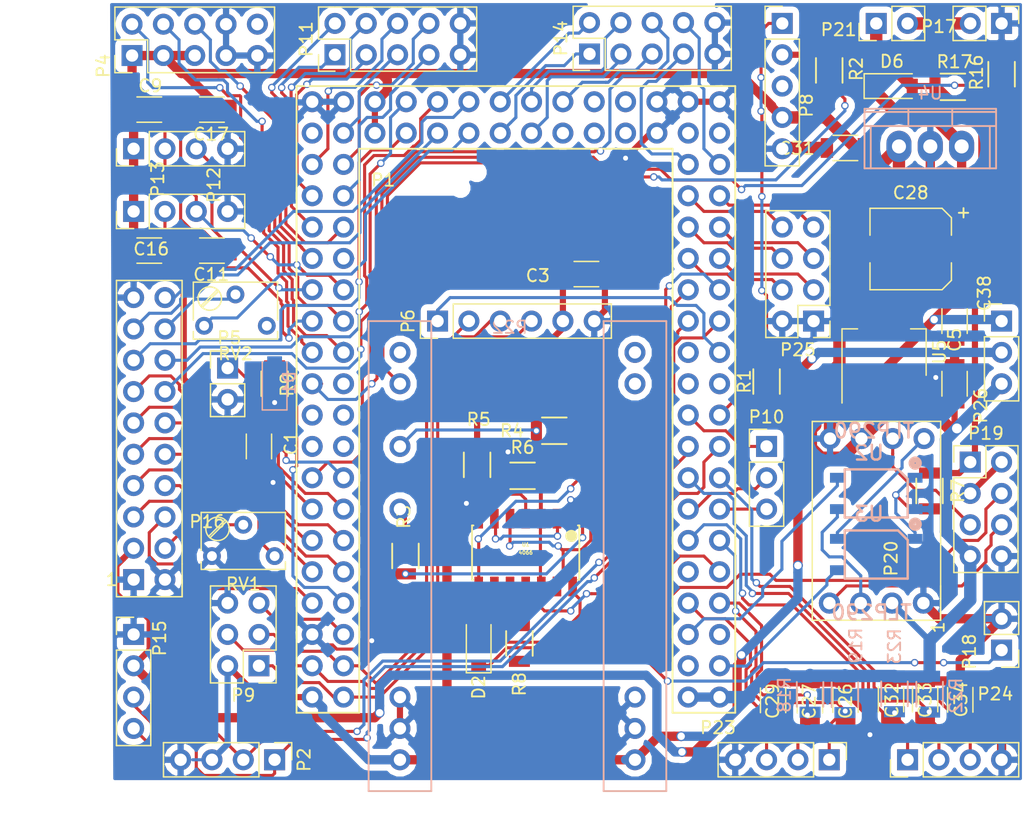
<source format=kicad_pcb>
(kicad_pcb (version 4) (host pcbnew 4.0.5)
  (title_block (date 2017-06-04) (rev 2.0) (comment 1 "Reproduction et commercialisation Interdite") (comment 2 "By Antho.breizh") (comment 3 "Shield 2560 core mini Full ") (comment 4 "For OPENAVRc"))
  (layers (0 F.Cu signal) (31 B.Cu signal) (34 B.Paste user) (35 F.Paste user) (36 B.SilkS user) (37 F.SilkS user) (38 B.Mask user) (39 F.Mask user) (44 Edge.Cuts user))
  (net 0 "")
  (net 1 GND)
  (net 2 VCC)
  (net 3 /Trim_RH->)
  (net 4 /Trim_RH<-)
  (net 5 /Trim_RV->)
  (net 6 /Stick_LH)
  (net 7 /Trim_RV<-)
  (net 8 /Stick_LV)
  (net 9 /Trim_LV->)
  (net 10 /Trim_LV<-)
  (net 11 /Trim_LH->)
  (net 12 /Trim_LH<-)
  (net 13 /Stick_RH)
  (net 14 /Stick_RV)
  (net 15 /Sw_id2)
  (net 16 /Sw_gear)
  (net 17 /Sw_ailDR)
  (net 18 /Sw_id1)
  (net 19 /Sw_rudDR)
  (net 20 /Sw_eleDR)
  (net 21 /Sw_turn)
  (net 22 /Sw_thcut)
  (net 23 /Rot_1A)
  (net 24 /Rot_1B)
  (net 25 "Net-(C28-Pad1)")
  (net 26 /Rot_1push)
  (net 27 /Rot_2A)
  (net 28 /Rot_2B)
  (net 29 /Rot_2push)
  (net 30 /Key_UP)
  (net 31 /Key_DOWN)
  (net 32 /Key_LEFT)
  (net 33 "Net-(C38-Pad1)")
  (net 34 /Key_RIGHT)
  (net 35 /Key_MENU)
  (net 36 /Key_ESC)
  (net 37 /Vibreur)
  (net 38 /PPM_TX_OUT)
  (net 39 /PPM_out)
  (net 40 /Lcd_bla)
  (net 41 /Lcd_rst)
  (net 42 /Lcd_r/w)
  (net 43 /Lcd_cs)
  (net 44 /Lcd_A0)
  (net 45 /Lcd_e)
  (net 46 /core_pw10)
  (net 47 /Sda)
  (net 48 /Tele_TX)
  (net 49 /core_pw13)
  (net 50 /Sim_control)
  (net 51 /Microsd_CS)
  (net 52 /audio_left_in)
  (net 53 /Scl)
  (net 54 /PPM_in)
  (net 55 /Tele_RX)
  (net 56 /Pot_1)
  (net 57 /Pot_3)
  (net 58 /Lcd_db7)
  (net 59 /Lcd_db5)
  (net 60 /Lcd_db3)
  (net 61 /Lcd_db1)
  (net 62 /Isp_rst)
  (net 63 /Sck)
  (net 64 /Miso)
  (net 65 /Mosi)
  (net 66 /Lcd_db0)
  (net 67 /Lcd_db2)
  (net 68 /Lcd_db4)
  (net 69 /Lcd_db6)
  (net 70 /U_batt)
  (net 71 /Pot_2)
  (net 72 "Net-(P8-Pad1)")
  (net 73 "Net-(P8-Pad2)")
  (net 74 /LCD_VCC)
  (net 75 /Lcd_vo)
  (net 76 "Net-(P16-Pad5)")
  (net 77 "Net-(P16-Pad18)")
  (net 78 "Net-(P17-Pad2)")
  (net 79 +BATT)
  (net 80 "Net-(P19-Pad2)")
  (net 81 /TX_module)
  (net 82 /RX_module)
  (net 83 /audio_right_in)
  (net 84 "Net-(R5-Pad2)")
  (net 85 "Net-(R6-Pad2)")
  (net 86 "Net-(R7-Pad2)")
  (net 87 "Net-(R8-Pad2)")
  (net 88 "Net-(P22-PadRX)")
  (net 89 "Net-(P22-PadBUSY)")
  (net 90 /PH2)
  (net 91 /TXD2)
  (net 92 /RXD2)
  (net 93 "Net-(P20-Pad3)")
  (net 94 "Net-(P20-Pad5)")
  (net 95 "Net-(P18-Pad1)")
  (net 96 "Net-(D1-Pad1)")
  (module anthoperso:Connectors-2560-core (layer F.Cu) (at 175.10252 107.47248 180)
    (fp_text reference P1 (at 12.02436 30.47746 360) (layer F.SilkS))
    (fp_text value 2560-core)
    (pad D41 thru_hole circle (at 0 34.29 180) (size 1.7 1.7) (drill 1) (layers *.Cu *.Mask) (net 19 /Sw_rudDR))
    (pad PD6 thru_hole circle (at -2.54 34.29 180) (size 1.7 1.7) (drill 1) (layers *.Cu *.Mask))
    (pad PD4 thru_hole circle (at -5.08 34.29 180) (size 1.7 1.7) (drill 1) (layers *.Cu *.Mask))
    (pad NC thru_hole circle (at -7.62 34.29 180) (size 1.7 1.7) (drill 1) (layers *.Cu *.Mask))
    (pad GND thru_hole circle (at -10.16 34.29 180) (size 1.7 1.7) (drill 1) (layers *.Cu *.Mask) (net 1 GND))
    (pad D37 thru_hole circle (at 2.54 34.29 180) (size 1.7 1.7) (drill 1) (layers *.Cu *.Mask) (net 18 /Sw_id1))
    (pad D35 thru_hole circle (at 5.08 34.29 180) (size 1.7 1.7) (drill 1) (layers *.Cu *.Mask) (net 40 /Lcd_bla))
    (pad D33 thru_hole circle (at 7.62 34.29 180) (size 1.7 1.7) (drill 1) (layers *.Cu *.Mask) (net 41 /Lcd_rst))
    (pad D31 thru_hole circle (at 10.16 34.29 180) (size 1.7 1.7) (drill 1) (layers *.Cu *.Mask) (net 42 /Lcd_r/w))
    (pad VCC thru_hole circle (at 12.7 34.29 180) (size 1.7 1.7) (drill 1) (layers *.Cu *.Mask) (net 2 VCC))
    (pad GND thru_hole circle (at -10.16 36.83 180) (size 1.7 1.7) (drill 1) (layers *.Cu *.Mask) (net 1 GND))
    (pad PG4 thru_hole circle (at -7.62 36.83 180) (size 1.7 1.7) (drill 1) (layers *.Cu *.Mask))
    (pad PD5 thru_hole circle (at -5.08 36.83 180) (size 1.7 1.7) (drill 1) (layers *.Cu *.Mask))
    (pad D38 thru_hole circle (at -2.54 36.83 180) (size 1.7 1.7) (drill 1) (layers *.Cu *.Mask) (net 17 /Sw_ailDR))
    (pad D40 thru_hole circle (at 0 36.83 180) (size 1.7 1.7) (drill 1) (layers *.Cu *.Mask) (net 16 /Sw_gear))
    (pad D36 thru_hole circle (at 2.54 36.83 180) (size 1.7 1.7) (drill 1) (layers *.Cu *.Mask) (net 15 /Sw_id2))
    (pad D34 thru_hole circle (at 5.08 36.83 180) (size 1.7 1.7) (drill 1) (layers *.Cu *.Mask) (net 43 /Lcd_cs))
    (pad D32 thru_hole circle (at 7.62 36.83 180) (size 1.7 1.7) (drill 1) (layers *.Cu *.Mask) (net 44 /Lcd_A0))
    (pad D30 thru_hole circle (at 10.16 36.83 180) (size 1.7 1.7) (drill 1) (layers *.Cu *.Mask) (net 45 /Lcd_e))
    (pad VCC thru_hole circle (at 12.7 36.83 180) (size 1.7 1.7) (drill 1) (layers *.Cu *.Mask) (net 2 VCC))
    (pad GND thru_hole circle (at -12.7 36.83 180) (size 1.7 1.7) (drill 1) (layers *.Cu *.Mask) (net 1 GND))
    (pad PH7 thru_hole circle (at -12.7 34.29 180) (size 1.7 1.7) (drill 1) (layers *.Cu *.Mask))
    (pad 43 thru_hole circle (at -12.7 31.75 180) (size 1.7 1.7) (drill 1) (layers *.Cu *.Mask) (net 20 /Sw_eleDR))
    (pad 45 thru_hole circle (at -12.7 29.21 180) (size 1.7 1.7) (drill 1) (layers *.Cu *.Mask) (net 35 /Key_MENU))
    (pad 47 thru_hole circle (at -12.7 26.67 180) (size 1.7 1.7) (drill 1) (layers *.Cu *.Mask) (net 34 /Key_RIGHT))
    (pad 49 thru_hole circle (at -12.7 24.13 180) (size 1.7 1.7) (drill 1) (layers *.Cu *.Mask) (net 31 /Key_DOWN))
    (pad PW12 thru_hole circle (at -12.7 21.59 180) (size 1.7 1.7) (drill 1) (layers *.Cu *.Mask) (net 39 /PPM_out))
    (pad PW10 thru_hole circle (at -12.7 19.05 180) (size 1.7 1.7) (drill 1) (layers *.Cu *.Mask) (net 46 /core_pw10))
    (pad PWD9 thru_hole circle (at -12.7 16.51 180) (size 1.7 1.7) (drill 1) (layers *.Cu *.Mask))
    (pad PWD7 thru_hole circle (at -12.7 13.97 180) (size 1.7 1.7) (drill 1) (layers *.Cu *.Mask))
    (pad PH2 thru_hole circle (at -12.7 11.43 180) (size 1.7 1.7) (drill 1) (layers *.Cu *.Mask) (net 90 /PH2))
    (pad D20 thru_hole circle (at -12.7 8.89 180) (size 1.7 1.7) (drill 1) (layers *.Cu *.Mask) (net 47 /Sda))
    (pad D18 thru_hole circle (at -12.7 6.35 180) (size 1.7 1.7) (drill 1) (layers *.Cu *.Mask) (net 28 /Rot_2B))
    (pad D16 thru_hole circle (at -12.7 3.81 180) (size 1.7 1.7) (drill 1) (layers *.Cu *.Mask) (net 91 /TXD2))
    (pad D14 thru_hole circle (at -12.7 1.27 180) (size 1.7 1.7) (drill 1) (layers *.Cu *.Mask) (net 29 /Rot_2push))
    (pad PE6 thru_hole circle (at -12.7 -1.27 180) (size 1.7 1.7) (drill 1) (layers *.Cu *.Mask))
    (pad PWD2 thru_hole circle (at -12.7 -3.81 180) (size 1.7 1.7) (drill 1) (layers *.Cu *.Mask) (net 23 /Rot_1A))
    (pad TXD thru_hole circle (at -12.7 -6.35 180) (size 1.7 1.7) (drill 1) (layers *.Cu *.Mask) (net 48 /Tele_TX))
    (pad D4 thru_hole circle (at -12.7 -8.89 180) (size 1.7 1.7) (drill 1) (layers *.Cu *.Mask))
    (pad VCC thru_hole circle (at -12.7 -11.43 180) (size 1.7 1.7) (drill 1) (layers *.Cu *.Mask) (net 2 VCC))
    (pad GND thru_hole circle (at -15.24 36.83 180) (size 1.7 1.7) (drill 1) (layers *.Cu *.Mask) (net 1 GND))
    (pad PG3 thru_hole circle (at -15.24 34.29 180) (size 1.7 1.7) (drill 1) (layers *.Cu *.Mask))
    (pad 42 thru_hole circle (at -15.24 31.75 180) (size 1.7 1.7) (drill 1) (layers *.Cu *.Mask) (net 21 /Sw_turn))
    (pad 44 thru_hole circle (at -15.24 29.21 180) (size 1.7 1.7) (drill 1) (layers *.Cu *.Mask) (net 36 /Key_ESC))
    (pad 46 thru_hole circle (at -15.24 26.67 180) (size 1.7 1.7) (drill 1) (layers *.Cu *.Mask) (net 32 /Key_LEFT))
    (pad 48 thru_hole circle (at -15.24 24.13 180) (size 1.7 1.7) (drill 1) (layers *.Cu *.Mask) (net 30 /Key_UP))
    (pad PW13 thru_hole circle (at -15.24 21.59 180) (size 1.7 1.7) (drill 1) (layers *.Cu *.Mask) (net 49 /core_pw13))
    (pad PW11 thru_hole circle (at -15.24 19.05 180) (size 1.7 1.7) (drill 1) (layers *.Cu *.Mask) (net 50 /Sim_control))
    (pad 53 thru_hole circle (at -15.24 16.51 180) (size 1.7 1.7) (drill 1) (layers *.Cu *.Mask) (net 51 /Microsd_CS))
    (pad PWD8 thru_hole circle (at -15.24 13.97 180) (size 1.7 1.7) (drill 1) (layers *.Cu *.Mask))
    (pad PWD6 thru_hole circle (at -15.24 11.43 180) (size 1.7 1.7) (drill 1) (layers *.Cu *.Mask) (net 52 /audio_left_in))
    (pad D21 thru_hole circle (at -15.24 8.89 180) (size 1.7 1.7) (drill 1) (layers *.Cu *.Mask) (net 53 /Scl))
    (pad D19 thru_hole circle (at -15.24 6.35 180) (size 1.7 1.7) (drill 1) (layers *.Cu *.Mask) (net 27 /Rot_2A))
    (pad D17 thru_hole circle (at -15.24 3.81 180) (size 1.7 1.7) (drill 1) (layers *.Cu *.Mask) (net 92 /RXD2))
    (pad D15 thru_hole circle (at -15.24 1.27 180) (size 1.7 1.7) (drill 1) (layers *.Cu *.Mask) (net 26 /Rot_1push))
    (pad PE7 thru_hole circle (at -15.24 -1.27 180) (size 1.7 1.7) (drill 1) (layers *.Cu *.Mask) (net 54 /PPM_in))
    (pad PWD3 thru_hole circle (at -15.24 -3.81 180) (size 1.7 1.7) (drill 1) (layers *.Cu *.Mask) (net 24 /Rot_1B))
    (pad PWD5 thru_hole circle (at -15.24 -6.35 180) (size 1.7 1.7) (drill 1) (layers *.Cu *.Mask))
    (pad RXD thru_hole circle (at -15.24 -8.89 180) (size 1.7 1.7) (drill 1) (layers *.Cu *.Mask) (net 55 /Tele_RX))
    (pad VCC thru_hole circle (at -15.24 -11.43 180) (size 1.7 1.7) (drill 1) (layers *.Cu *.Mask) (net 2 VCC))
    (pad GND thru_hole circle (at 15.24 36.83 180) (size 1.7 1.7) (drill 1) (layers *.Cu *.Mask) (net 1 GND))
    (pad A0 thru_hole circle (at 15.24 34.29 180) (size 1.7 1.7) (drill 1) (layers *.Cu *.Mask) (net 3 /Trim_RH->))
    (pad A2 thru_hole circle (at 15.24 31.75 180) (size 1.7 1.7) (drill 1) (layers *.Cu *.Mask) (net 5 /Trim_RV->))
    (pad A4 thru_hole circle (at 15.24 29.21 180) (size 1.7 1.7) (drill 1) (layers *.Cu *.Mask) (net 9 /Trim_LV->))
    (pad A6 thru_hole circle (at 15.24 26.67 180) (size 1.7 1.7) (drill 1) (layers *.Cu *.Mask) (net 11 /Trim_LH->))
    (pad A8 thru_hole circle (at 15.24 24.13 180) (size 1.7 1.7) (drill 1) (layers *.Cu *.Mask) (net 13 /Stick_RH))
    (pad A10 thru_hole circle (at 15.24 21.59 180) (size 1.7 1.7) (drill 1) (layers *.Cu *.Mask) (net 14 /Stick_RV))
    (pad A12 thru_hole circle (at 15.24 19.05 180) (size 1.7 1.7) (drill 1) (layers *.Cu *.Mask) (net 56 /Pot_1))
    (pad A14 thru_hole circle (at 15.24 16.51 180) (size 1.7 1.7) (drill 1) (layers *.Cu *.Mask) (net 57 /Pot_3))
    (pad PJ2 thru_hole circle (at 15.24 13.97 180) (size 1.7 1.7) (drill 1) (layers *.Cu *.Mask))
    (pad PJ4 thru_hole circle (at 15.24 11.43 180) (size 1.7 1.7) (drill 1) (layers *.Cu *.Mask))
    (pad PJ6 thru_hole circle (at 15.24 8.89 180) (size 1.7 1.7) (drill 1) (layers *.Cu *.Mask))
    (pad D29 thru_hole circle (at 15.24 6.35 180) (size 1.7 1.7) (drill 1) (layers *.Cu *.Mask) (net 58 /Lcd_db7))
    (pad D27 thru_hole circle (at 15.24 3.81 180) (size 1.7 1.7) (drill 1) (layers *.Cu *.Mask) (net 59 /Lcd_db5))
    (pad D25 thru_hole circle (at 15.24 1.27 180) (size 1.7 1.7) (drill 1) (layers *.Cu *.Mask) (net 60 /Lcd_db3))
    (pad D23 thru_hole circle (at 15.24 -1.27 180) (size 1.7 1.7) (drill 1) (layers *.Cu *.Mask) (net 61 /Lcd_db1))
    (pad PJ7 thru_hole circle (at 15.24 -3.81 180) (size 1.7 1.7) (drill 1) (layers *.Cu *.Mask) (net 37 /Vibreur))
    (pad RESE thru_hole circle (at 15.24 -6.35 180) (size 1.7 1.7) (drill 1) (layers *.Cu *.Mask) (net 62 /Isp_rst))
    (pad SCK thru_hole circle (at 15.24 -8.89 180) (size 1.7 1.7) (drill 1) (layers *.Cu *.Mask) (net 63 /Sck))
    (pad MISO thru_hole circle (at 15.24 -11.43 180) (size 1.7 1.7) (drill 1) (layers *.Cu *.Mask) (net 64 /Miso))
    (pad VCC thru_hole circle (at 17.78 -11.43 180) (size 1.7 1.7) (drill 1) (layers *.Cu *.Mask) (net 2 VCC))
    (pad MOSI thru_hole circle (at 17.78 -8.89 180) (size 1.7 1.7) (drill 1) (layers *.Cu *.Mask) (net 65 /Mosi))
    (pad GND thru_hole circle (at 17.78 -6.35 180) (size 1.7 1.7) (drill 1) (layers *.Cu *.Mask) (net 1 GND))
    (pad D22 thru_hole circle (at 17.78 -3.81 180) (size 1.7 1.7) (drill 1) (layers *.Cu *.Mask) (net 66 /Lcd_db0))
    (pad D24 thru_hole circle (at 17.78 -1.27 180) (size 1.7 1.7) (drill 1) (layers *.Cu *.Mask) (net 67 /Lcd_db2))
    (pad D26 thru_hole circle (at 17.78 1.27 180) (size 1.7 1.7) (drill 1) (layers *.Cu *.Mask) (net 68 /Lcd_db4))
    (pad D28 thru_hole circle (at 17.78 3.81 180) (size 1.7 1.7) (drill 1) (layers *.Cu *.Mask) (net 69 /Lcd_db6))
    (pad D39 thru_hole circle (at 17.78 6.35 180) (size 1.7 1.7) (drill 1) (layers *.Cu *.Mask) (net 22 /Sw_thcut))
    (pad PJ5 thru_hole circle (at 17.78 8.89 180) (size 1.7 1.7) (drill 1) (layers *.Cu *.Mask))
    (pad PJ3 thru_hole circle (at 17.78 11.43 180) (size 1.7 1.7) (drill 1) (layers *.Cu *.Mask))
    (pad A15 thru_hole circle (at 17.78 13.97 180) (size 1.7 1.7) (drill 1) (layers *.Cu *.Mask) (net 70 /U_batt))
    (pad A13 thru_hole circle (at 17.78 16.51 180) (size 1.7 1.7) (drill 1) (layers *.Cu *.Mask) (net 71 /Pot_2))
    (pad A11 thru_hole circle (at 17.78 19.05 180) (size 1.7 1.7) (drill 1) (layers *.Cu *.Mask) (net 6 /Stick_LH))
    (pad A9 thru_hole circle (at 17.78 21.59 180) (size 1.7 1.7) (drill 1) (layers *.Cu *.Mask) (net 8 /Stick_LV))
    (pad A7 thru_hole circle (at 17.78 24.13 180) (size 1.7 1.7) (drill 1) (layers *.Cu *.Mask) (net 12 /Trim_LH<-))
    (pad A5 thru_hole circle (at 17.78 26.67 180) (size 1.7 1.7) (drill 1) (layers *.Cu *.Mask) (net 10 /Trim_LV<-))
    (pad A3 thru_hole circle (at 17.78 29.21 180) (size 1.7 1.7) (drill 1) (layers *.Cu *.Mask) (net 7 /Trim_RV<-))
    (pad A1 thru_hole circle (at 17.78 31.75 180) (size 1.7 1.7) (drill 1) (layers *.Cu *.Mask) (net 4 /Trim_RH<-))
    (pad VREF thru_hole circle (at 17.78 34.29 180) (size 1.7 1.7) (drill 1) (layers *.Cu *.Mask))
    (pad GND thru_hole circle (at 17.78 36.83 180) (size 1.7 1.7) (drill 1) (layers *.Cu *.Mask) (net 1 GND))
  )
  (module Pin_Headers:Pin_Header_Straight_1x04_Pitch2.54mm (layer F.Cu) (at 142.84452 113.82248)
    (fp_text reference P15 (at 2.11074 0.31242 270) (layer F.SilkS))
    (fp_text value LCD_I2C)
    (pad 1 thru_hole rect (at 0 0) (size 1.7 1.7) (drill 1) (layers *.Cu *.Mask) (net 1 GND))
    (pad 2 thru_hole oval (at 0 2.54) (size 1.7 1.7) (drill 1) (layers *.Cu *.Mask) (net 74 /LCD_VCC))
    (pad 3 thru_hole oval (at 0 5.08) (size 1.7 1.7) (drill 1) (layers *.Cu *.Mask) (net 47 /Sda))
    (pad 4 thru_hole oval (at 0 7.62) (size 1.7 1.7) (drill 1) (layers *.Cu *.Mask) (net 53 /Scl))
  )
  (module Pin_Headers:Pin_Header_Straight_1x04_Pitch2.54mm (layer F.Cu) (at 142.84452 74.45248 90)
    (fp_text reference P12 (at -2.93878 6.51002 90) (layer F.SilkS))
    (fp_text value Stick_left)
    (pad 1 thru_hole rect (at 0 0 90) (size 1.7 1.7) (drill 1) (layers *.Cu *.Mask) (net 2 VCC))
    (pad 2 thru_hole oval (at 0 2.54 90) (size 1.7 1.7) (drill 1) (layers *.Cu *.Mask) (net 6 /Stick_LH))
    (pad 3 thru_hole oval (at 0 5.08 90) (size 1.7 1.7) (drill 1) (layers *.Cu *.Mask) (net 8 /Stick_LV))
    (pad 4 thru_hole oval (at 0 7.62 90) (size 1.7 1.7) (drill 1) (layers *.Cu *.Mask) (net 1 GND))
  )
  (module Pin_Headers:Pin_Header_Straight_1x04_Pitch2.54mm (layer F.Cu) (at 154.27452 123.98248 270)
    (fp_text reference P2 (at 0 -2.39 270) (layer F.SilkS))
    (fp_text value Clock)
    (pad 1 thru_hole rect (at 0 0 270) (size 1.7 1.7) (drill 1) (layers *.Cu *.Mask) (net 53 /Scl))
    (pad 2 thru_hole oval (at 0 2.54 270) (size 1.7 1.7) (drill 1) (layers *.Cu *.Mask) (net 47 /Sda))
    (pad 3 thru_hole oval (at 0 5.08 270) (size 1.7 1.7) (drill 1) (layers *.Cu *.Mask) (net 2 VCC))
    (pad 4 thru_hole oval (at 0 7.62 270) (size 1.7 1.7) (drill 1) (layers *.Cu *.Mask) (net 1 GND))
  )
  (module Pin_Headers:Pin_Header_Straight_2x05_Pitch2.54mm (layer F.Cu) (at 159.16402 66.83248 90)
    (fp_text reference P11 (at 1.27 -2.33 90) (layer F.SilkS))
    (fp_text value Trim)
    (pad 1 thru_hole rect (at 0 0 90) (size 1.7 1.7) (drill 1) (layers *.Cu *.Mask) (net 11 /Trim_LH->))
    (pad 2 thru_hole oval (at 2.54 0 90) (size 1.7 1.7) (drill 1) (layers *.Cu *.Mask) (net 12 /Trim_LH<-))
    (pad 3 thru_hole oval (at 0 2.54 90) (size 1.7 1.7) (drill 1) (layers *.Cu *.Mask) (net 7 /Trim_RV<-))
    (pad 4 thru_hole oval (at 2.54 2.54 90) (size 1.7 1.7) (drill 1) (layers *.Cu *.Mask) (net 10 /Trim_LV<-))
    (pad 5 thru_hole oval (at 0 5.08 90) (size 1.7 1.7) (drill 1) (layers *.Cu *.Mask) (net 3 /Trim_RH->))
    (pad 6 thru_hole oval (at 2.54 5.08 90) (size 1.7 1.7) (drill 1) (layers *.Cu *.Mask) (net 4 /Trim_RH<-))
    (pad 7 thru_hole oval (at 0 7.62 90) (size 1.7 1.7) (drill 1) (layers *.Cu *.Mask) (net 9 /Trim_LV->))
    (pad 8 thru_hole oval (at 2.54 7.62 90) (size 1.7 1.7) (drill 1) (layers *.Cu *.Mask) (net 5 /Trim_RV->))
    (pad 9 thru_hole oval (at 0 10.16 90) (size 1.7 1.7) (drill 1) (layers *.Cu *.Mask) (net 1 GND))
    (pad 10 thru_hole oval (at 2.54 10.16 90) (size 1.7 1.7) (drill 1) (layers *.Cu *.Mask) (net 1 GND))
  )
  (module Pin_Headers:Pin_Header_Straight_2x05_Pitch2.54mm (layer F.Cu) (at 179.80152 66.76898 90)
    (fp_text reference P14 (at 1.27 -2.33 90) (layer F.SilkS))
    (fp_text value Switch)
    (pad 1 thru_hole rect (at 0 0 90) (size 1.7 1.7) (drill 1) (layers *.Cu *.Mask) (net 18 /Sw_id1))
    (pad 2 thru_hole oval (at 2.54 0 90) (size 1.7 1.7) (drill 1) (layers *.Cu *.Mask) (net 15 /Sw_id2))
    (pad 3 thru_hole oval (at 0 2.54 90) (size 1.7 1.7) (drill 1) (layers *.Cu *.Mask) (net 19 /Sw_rudDR))
    (pad 4 thru_hole oval (at 2.54 2.54 90) (size 1.7 1.7) (drill 1) (layers *.Cu *.Mask) (net 16 /Sw_gear))
    (pad 5 thru_hole oval (at 0 5.08 90) (size 1.7 1.7) (drill 1) (layers *.Cu *.Mask) (net 17 /Sw_ailDR))
    (pad 6 thru_hole oval (at 2.54 5.08 90) (size 1.7 1.7) (drill 1) (layers *.Cu *.Mask) (net 22 /Sw_thcut))
    (pad 7 thru_hole oval (at 0 7.62 90) (size 1.7 1.7) (drill 1) (layers *.Cu *.Mask) (net 20 /Sw_eleDR))
    (pad 8 thru_hole oval (at 2.54 7.62 90) (size 1.7 1.7) (drill 1) (layers *.Cu *.Mask) (net 21 /Sw_turn))
    (pad 9 thru_hole oval (at 0 10.16 90) (size 1.7 1.7) (drill 1) (layers *.Cu *.Mask) (net 1 GND))
    (pad 10 thru_hole oval (at 2.54 10.16 90) (size 1.7 1.7) (drill 1) (layers *.Cu *.Mask) (net 1 GND))
  )
  (module Resistors_SMD:R_1206 (layer F.Cu) (at 213.20252 68.40948 270)
    (fp_text reference R16 (at -0.1375 2.032 270) (layer F.SilkS))
    (fp_text value 2.7K)
    (pad 1 smd rect (at -1.45 0 270) (size 0.9 1.7) (layers F.Cu F.Paste F.Mask) (net 1 GND))
    (pad 2 smd rect (at 1.45 0 270) (size 0.9 1.7) (layers F.Cu F.Paste F.Mask) (net 70 /U_batt))
  )
  (module Resistors_SMD:R_1206 (layer F.Cu) (at 209.25502 69.43598 180)
    (fp_text reference R17 (at -0.127 2.032 180) (layer F.SilkS))
    (fp_text value 5.1K)
    (pad 1 smd rect (at -1.45 0 180) (size 0.9 1.7) (layers F.Cu F.Paste F.Mask) (net 70 /U_batt))
    (pad 2 smd rect (at 1.45 0 180) (size 0.9 1.7) (layers F.Cu F.Paste F.Mask) (net 79 +BATT))
  )
  (module Capacitors_SMD:C_1206 (layer F.Cu) (at 153.00452 98.58248 90)
    (fp_text reference C1 (at 0.254 2.6035 90) (layer F.SilkS))
    (fp_text value 47nF)
    (pad 1 smd rect (at -1.5 0 90) (size 1 1.6) (layers F.Cu F.Paste F.Mask) (net 1 GND))
    (pad 2 smd rect (at 1.5 0 90) (size 1 1.6) (layers F.Cu F.Paste F.Mask) (net 2 VCC))
  )
  (module Pin_Headers:Pin_Header_Straight_2x04_Pitch2.54mm (layer F.Cu) (at 197.96252 88.42248 180)
    (fp_text reference P25 (at 1.27 -2.33 180) (layer F.SilkS))
    (fp_text value Key_select_menu_ESC)
    (pad 1 thru_hole rect (at 0 0 180) (size 1.7 1.7) (drill 1) (layers *.Cu *.Mask) (net 1 GND))
    (pad 2 thru_hole oval (at 2.54 0 180) (size 1.7 1.7) (drill 1) (layers *.Cu *.Mask) (net 1 GND))
    (pad 3 thru_hole oval (at 0 2.54 180) (size 1.7 1.7) (drill 1) (layers *.Cu *.Mask) (net 30 /Key_UP))
    (pad 4 thru_hole oval (at 2.54 2.54 180) (size 1.7 1.7) (drill 1) (layers *.Cu *.Mask) (net 31 /Key_DOWN))
    (pad 5 thru_hole oval (at 0 5.08 180) (size 1.7 1.7) (drill 1) (layers *.Cu *.Mask) (net 32 /Key_LEFT))
    (pad 6 thru_hole oval (at 2.54 5.08 180) (size 1.7 1.7) (drill 1) (layers *.Cu *.Mask) (net 34 /Key_RIGHT))
    (pad 7 thru_hole oval (at 0 7.62 180) (size 1.7 1.7) (drill 1) (layers *.Cu *.Mask) (net 36 /Key_ESC))
    (pad 8 thru_hole oval (at 2.54 7.62 180) (size 1.7 1.7) (drill 1) (layers *.Cu *.Mask) (net 35 /Key_MENU))
  )
  (module Capacitors_SMD:C_1206 (layer F.Cu) (at 144.11452 82.70748)
    (fp_text reference C16 (at 0.16002 -0.127) (layer F.SilkS))
    (fp_text value 100nF)
    (pad 1 smd rect (at -1.5 0) (size 1 1.6) (layers F.Cu F.Paste F.Mask) (net 2 VCC))
    (pad 2 smd rect (at 1.5 0) (size 1 1.6) (layers F.Cu F.Paste F.Mask) (net 13 /Stick_RH))
  )
  (module Capacitors_SMD:C_1206 (layer F.Cu) (at 194.68084 119.16156 90)
    (fp_text reference C29 (at -0.06604 -0.0381 90) (layer F.SilkS))
    (fp_text value 100nF)
    (pad 1 smd rect (at -1.5 0 90) (size 1 1.6) (layers F.Cu F.Paste F.Mask) (net 23 /Rot_1A))
    (pad 2 smd rect (at 1.5 0 90) (size 1 1.6) (layers F.Cu F.Paste F.Mask) (net 1 GND))
  )
  (module Resistors_SMD:R_1206 (layer B.Cu) (at 207.37068 118.66372 270)
    (fp_text reference R22 (at 0.11938 -2.12852 270) (layer B.SilkS) (effects (justify mirror)))
    (fp_text value 5.1k)
    (pad 1 smd rect (at -1.45 0 270) (size 0.9 1.7) (layers B.Cu B.Paste B.Mask) (net 2 VCC))
    (pad 2 smd rect (at 1.45 0 270) (size 0.9 1.7) (layers B.Cu B.Paste B.Mask) (net 28 /Rot_2B))
  )
  (module Capacitors_SMD:C_1206 (layer F.Cu) (at 209.39252 88.42248 270)
    (fp_text reference C38 (at -2.262 -2.413 270) (layer F.SilkS))
    (fp_text value 100nF)
    (pad 1 smd rect (at -1.5 0 270) (size 1 1.6) (layers F.Cu F.Paste F.Mask) (net 33 "Net-(C38-Pad1)"))
    (pad 2 smd rect (at 1.5 0 270) (size 1 1.6) (layers F.Cu F.Paste F.Mask) (net 1 GND))
  )
  (module Capacitors_SMD:C_1206 (layer F.Cu) (at 209.8548 119.12092 90)
    (fp_text reference C34 (at 0.02032 0.0508 90) (layer F.SilkS))
    (fp_text value 100nF)
    (pad 1 smd rect (at -1.5 0 90) (size 1 1.6) (layers F.Cu F.Paste F.Mask) (net 27 /Rot_2A))
    (pad 2 smd rect (at 1.5 0 90) (size 1 1.6) (layers F.Cu F.Paste F.Mask) (net 1 GND))
  )
  (module Capacitors_SMD:C_1206 (layer F.Cu) (at 207.00492 119.09044 90)
    (fp_text reference C33 (at -0.06096 0.00508 90) (layer F.SilkS))
    (fp_text value 100nF)
    (pad 1 smd rect (at -1.5 0 90) (size 1 1.6) (layers F.Cu F.Paste F.Mask) (net 28 /Rot_2B))
    (pad 2 smd rect (at 1.5 0 90) (size 1 1.6) (layers F.Cu F.Paste F.Mask) (net 1 GND))
  )
  (module Capacitors_SMD:C_1206 (layer F.Cu) (at 204.2414 119.09044 90)
    (fp_text reference C32 (at -0.06096 0.0762 90) (layer F.SilkS))
    (fp_text value 100nF)
    (pad 1 smd rect (at -1.5 0 90) (size 1 1.6) (layers F.Cu F.Paste F.Mask) (net 29 /Rot_2push))
    (pad 2 smd rect (at 1.5 0 90) (size 1 1.6) (layers F.Cu F.Paste F.Mask) (net 1 GND))
  )
  (module Capacitors_SMD:C_1206 (layer F.Cu) (at 200.54202 74.38898 180)
    (fp_text reference C31 (at 3.937 -0.03048 180) (layer F.SilkS))
    (fp_text value 100nF)
    (pad 1 smd rect (at -1.5 0 180) (size 1 1.6) (layers F.Cu F.Paste F.Mask) (net 2 VCC))
    (pad 2 smd rect (at 1.5 0 180) (size 1 1.6) (layers F.Cu F.Paste F.Mask) (net 1 GND))
  )
  (module Capacitors_SMD:C_1206 (layer F.Cu) (at 197.66788 119.18188 90)
    (fp_text reference C27 (at -0.07112 -0.05334 90) (layer F.SilkS))
    (fp_text value 100nF)
    (pad 1 smd rect (at -1.5 0 90) (size 1 1.6) (layers F.Cu F.Paste F.Mask) (net 24 /Rot_1B))
    (pad 2 smd rect (at 1.5 0 90) (size 1 1.6) (layers F.Cu F.Paste F.Mask) (net 1 GND))
  )
  (module Capacitors_SMD:C_1206 (layer F.Cu) (at 200.55332 119.14124 90)
    (fp_text reference C26 (at -0.08636 0.00762 90) (layer F.SilkS))
    (fp_text value 100nF)
    (pad 1 smd rect (at -1.5 0 90) (size 1 1.6) (layers F.Cu F.Paste F.Mask) (net 26 /Rot_1push))
    (pad 2 smd rect (at 1.5 0 90) (size 1 1.6) (layers F.Cu F.Paste F.Mask) (net 1 GND))
  )
  (module Capacitors_SMD:C_1206 (layer F.Cu) (at 149.19452 71.27748 180)
    (fp_text reference C17 (at 0.07366 -1.99644 180) (layer F.SilkS))
    (fp_text value 100nF)
    (pad 1 smd rect (at -1.5 0 180) (size 1 1.6) (layers F.Cu F.Paste F.Mask) (net 2 VCC))
    (pad 2 smd rect (at 1.5 0 180) (size 1 1.6) (layers F.Cu F.Paste F.Mask) (net 14 /Stick_RV))
  )
  (module Capacitors_SMD:C_1206 (layer F.Cu) (at 149.19452 82.70748)
    (fp_text reference C11 (at -0.05588 1.94056) (layer F.SilkS))
    (fp_text value 100nF)
    (pad 1 smd rect (at -1.5 0) (size 1 1.6) (layers F.Cu F.Paste F.Mask) (net 2 VCC))
    (pad 2 smd rect (at 1.5 0) (size 1 1.6) (layers F.Cu F.Paste F.Mask) (net 8 /Stick_LV))
  )
  (module Capacitors_SMD:C_1206 (layer F.Cu) (at 144.11452 71.27748)
    (fp_text reference C9 (at 0.07874 -1.92786) (layer F.SilkS))
    (fp_text value 100nF)
    (pad 1 smd rect (at -1.5 0) (size 1 1.6) (layers F.Cu F.Paste F.Mask) (net 2 VCC))
    (pad 2 smd rect (at 1.5 0) (size 1 1.6) (layers F.Cu F.Paste F.Mask) (net 6 /Stick_LH))
  )
  (module Capacitors_SMD:C_1206 (layer F.Cu) (at 209.39252 93.50248 270)
    (fp_text reference C5 (at -3.556 0 270) (layer F.SilkS))
    (fp_text value 47nF)
    (pad 1 smd rect (at -1.5 0 270) (size 1 1.6) (layers F.Cu F.Paste F.Mask) (net 1 GND))
    (pad 2 smd rect (at 1.5 0 270) (size 1 1.6) (layers F.Cu F.Paste F.Mask) (net 2 VCC))
  )
  (module Capacitors_SMD:C_1206 (layer F.Cu) (at 179.54752 84.61248 180)
    (fp_text reference C3 (at 3.937 -0.127 360) (layer F.SilkS))
    (fp_text value 47nF)
    (pad 1 smd rect (at -1.5 0 180) (size 1 1.6) (layers F.Cu F.Paste F.Mask) (net 1 GND))
    (pad 2 smd rect (at 1.5 0 180) (size 1 1.6) (layers F.Cu F.Paste F.Mask) (net 2 VCC))
  )
  (module Diodes_SMD:D_SOD-123 (layer F.Cu) (at 170.815 114.681 90)
    (fp_text reference D2 (at -3.429 0 90) (layer F.SilkS))
    (fp_text value MBR0520)
    (pad 1 smd rect (at -1.65 0 90) (size 0.9 1.2) (layers F.Cu F.Paste F.Mask) (net 38 /PPM_TX_OUT))
    (pad 2 smd rect (at 1.65 0 90) (size 0.9 1.2) (layers F.Cu F.Paste F.Mask) (net 39 /PPM_out))
  )
  (module Resistors_SMD:R_1206 (layer F.Cu) (at 194.15252 93.32248 270)
    (fp_text reference R1 (at -0.00508 1.8034 270) (layer F.SilkS))
    (fp_text value 22K)
    (pad 1 smd rect (at -1.45 0 270) (size 0.9 1.7) (layers F.Cu F.Paste F.Mask) (net 72 "Net-(P8-Pad1)"))
    (pad 2 smd rect (at 1.45 0 270) (size 0.9 1.7) (layers F.Cu F.Paste F.Mask) (net 52 /audio_left_in))
  )
  (module Resistors_SMD:R_1206 (layer F.Cu) (at 199.23252 68.10248 270)
    (fp_text reference R2 (at -0.11684 -2.19964 270) (layer F.SilkS))
    (fp_text value 22K)
    (pad 1 smd rect (at -1.45 0 270) (size 0.9 1.7) (layers F.Cu F.Paste F.Mask) (net 73 "Net-(P8-Pad2)"))
    (pad 2 smd rect (at 1.45 0 270) (size 0.9 1.7) (layers F.Cu F.Paste F.Mask) (net 83 /audio_right_in))
  )
  (module Resistors_SMD:R_1206 (layer F.Cu) (at 170.688 100.076 270)
    (fp_text reference R5 (at -3.683 -0.127 360) (layer F.SilkS))
    (fp_text value 10K)
    (pad 1 smd rect (at -1.45 0 270) (size 0.9 1.7) (layers F.Cu F.Paste F.Mask) (net 2 VCC))
    (pad 2 smd rect (at 1.45 0 270) (size 0.9 1.7) (layers F.Cu F.Paste F.Mask) (net 84 "Net-(R5-Pad2)"))
  )
  (module Resistors_SMD:R_1206 (layer F.Cu) (at 174.371 100.965)
    (fp_text reference R6 (at 0 -2.3) (layer F.SilkS))
    (fp_text value 10K)
    (pad 1 smd rect (at -1.45 0) (size 0.9 1.7) (layers F.Cu F.Paste F.Mask) (net 1 GND))
    (pad 2 smd rect (at 1.45 0) (size 0.9 1.7) (layers F.Cu F.Paste F.Mask) (net 85 "Net-(R6-Pad2)"))
  )
  (module Resistors_SMD:R_1206 (layer F.Cu) (at 174.117 114.554 90)
    (fp_text reference R8 (at -3.302 0 90) (layer F.SilkS))
    (fp_text value 200)
    (pad 1 smd rect (at -1.45 0 90) (size 0.9 1.7) (layers F.Cu F.Paste F.Mask) (net 95 "Net-(P18-Pad1)"))
    (pad 2 smd rect (at 1.45 0 90) (size 0.9 1.7) (layers F.Cu F.Paste F.Mask) (net 87 "Net-(R8-Pad2)"))
  )
  (module Resistors_SMD:R_1206 (layer B.Cu) (at 197.67804 118.67896 270)
    (fp_text reference R18 (at 0.04318 2.07518 270) (layer B.SilkS) (effects (justify mirror)))
    (fp_text value 5.1k)
    (pad 1 smd rect (at -1.45 0 270) (size 0.9 1.7) (layers B.Cu B.Paste B.Mask) (net 2 VCC))
    (pad 2 smd rect (at 1.45 0 270) (size 0.9 1.7) (layers B.Cu B.Paste B.Mask) (net 24 /Rot_1B))
  )
  (module Resistors_SMD:R_1206 (layer B.Cu) (at 200.50252 118.70944 270)
    (fp_text reference R19 (at -3.98272 -0.87884 270) (layer B.SilkS) (effects (justify mirror)))
    (fp_text value 5.1k)
    (pad 1 smd rect (at -1.45 0 270) (size 0.9 1.7) (layers B.Cu B.Paste B.Mask) (net 2 VCC))
    (pad 2 smd rect (at 1.45 0 270) (size 0.9 1.7) (layers B.Cu B.Paste B.Mask) (net 26 /Rot_1push))
  )
  (module Resistors_SMD:R_1206 (layer B.Cu) (at 204.5208 118.63832 270)
    (fp_text reference R23 (at -3.85064 -0.00254 270) (layer B.SilkS) (effects (justify mirror)))
    (fp_text value 5.1k)
    (pad 1 smd rect (at -1.45 0 270) (size 0.9 1.7) (layers B.Cu B.Paste B.Mask) (net 2 VCC))
    (pad 2 smd rect (at 1.45 0 270) (size 0.9 1.7) (layers B.Cu B.Paste B.Mask) (net 29 /Rot_2push))
  )
  (module TO_SOT_Packages_SMD:SOT-223 (layer F.Cu) (at 203.67752 90.96248 90)
    (fp_text reference U5 (at 0.03556 4.4958 90) (layer F.SilkS))
    (fp_text value LD1117S33TR)
    (pad 4 smd rect (at 3.15 0 90) (size 2 3.8) (layers F.Cu F.Paste F.Mask))
    (pad 2 smd rect (at -3.15 0 90) (size 2 1.5) (layers F.Cu F.Paste F.Mask) (net 33 "Net-(C38-Pad1)"))
    (pad 3 smd rect (at -3.15 2.3 90) (size 2 1.5) (layers F.Cu F.Paste F.Mask) (net 2 VCC))
    (pad 1 smd rect (at -3.15 -2.3 90) (size 2 1.5) (layers F.Cu F.Paste F.Mask) (net 1 GND))
  )
  (module Resistors_SMD:R_1206 (layer F.Cu) (at 164.87902 107.46198 90)
    (fp_text reference R3 (at 3.175 -0.127 90) (layer F.SilkS))
    (fp_text value 18K)
    (pad 1 smd rect (at -1.45 0 90) (size 0.9 1.7) (layers F.Cu F.Paste F.Mask) (net 46 /core_pw10))
    (pad 2 smd rect (at 1.45 0 90) (size 0.9 1.7) (layers F.Cu F.Paste F.Mask) (net 89 "Net-(P22-PadBUSY)"))
  )
  (module Resistors_SMD:R_1206 (layer F.Cu) (at 176.94402 97.31248 180)
    (fp_text reference R4 (at 3.429 0 180) (layer F.SilkS))
    (fp_text value 1K)
    (pad 1 smd rect (at -1.45 0 180) (size 0.9 1.7) (layers F.Cu F.Paste F.Mask) (net 49 /core_pw13))
    (pad 2 smd rect (at 1.45 0 180) (size 0.9 1.7) (layers F.Cu F.Paste F.Mask) (net 88 "Net-(P22-PadRX)"))
  )
  (module Pin_Headers:Pin_Header_Straight_1x03_Pitch2.54mm (layer F.Cu) (at 194.15252 98.58248)
    (fp_text reference P10 (at 0 -2.39) (layer F.SilkS))
    (fp_text value SPI_libre)
    (pad 1 thru_hole rect (at 0 0) (size 1.7 1.7) (drill 1) (layers *.Cu *.Mask) (net 90 /PH2))
    (pad 2 thru_hole oval (at 0 2.54) (size 1.7 1.7) (drill 1) (layers *.Cu *.Mask) (net 91 /TXD2))
    (pad 3 thru_hole oval (at 0 5.08) (size 1.7 1.7) (drill 1) (layers *.Cu *.Mask) (net 92 /RXD2))
  )
  (module Resistors_SMD:R_1206 (layer F.Cu) (at 207.36052 102.19148 270)
    (fp_text reference R7 (at 0 -2.3 270) (layer F.SilkS))
    (fp_text value 500)
    (pad 1 smd rect (at -1.45 0 270) (size 0.9 1.7) (layers F.Cu F.Paste F.Mask) (net 79 +BATT))
    (pad 2 smd rect (at 1.45 0 270) (size 0.9 1.7) (layers F.Cu F.Paste F.Mask) (net 86 "Net-(R7-Pad2)"))
  )
  (module anthoperso:SOP4 (layer B.Cu) (at 203.04252 102.39248 180)
    (fp_text reference U2 (at 0.5842 3.29184 180) (layer B.SilkS) (effects (font (size 1.2 1.2) (thickness 0.2)) (justify mirror)))
    (fp_text value TLP290 (at 0.1905 5.08 180) (layer B.SilkS) (effects (font (size 1.2 1.2) (thickness 0.2)) (justify mirror)))
    (pad 1 smd rect (at -3.15 1.27 180) (size 1.2 0.8) (layers B.Cu B.Paste B.Mask) (net 86 "Net-(R7-Pad2)"))
    (pad 2 smd rect (at -3.15 -1.27 180) (size 1.2 0.8) (layers B.Cu B.Paste B.Mask) (net 1 GND))
    (pad 3 smd rect (at 3.15 -1.27 180) (size 1.2 0.8) (layers B.Cu B.Paste B.Mask) (net 93 "Net-(P20-Pad3)"))
    (pad 4 smd rect (at 3.15 1.27 180) (size 1.2 0.8) (layers B.Cu B.Paste B.Mask) (net 48 /Tele_TX))
  )
  (module Pin_Headers:Pin_Header_Straight_1x02_Pitch2.54mm (layer F.Cu) (at 213.20252 115.09248 180)
    (fp_text reference P18 (at 2.6035 -0.127 270) (layer F.SilkS))
    (fp_text value Ecolage)
    (pad 1 thru_hole rect (at 0 0 180) (size 1.7 1.7) (drill 1) (layers *.Cu *.Mask) (net 95 "Net-(P18-Pad1)"))
    (pad 2 thru_hole oval (at 0 2.54 180) (size 1.7 1.7) (drill 1) (layers *.Cu *.Mask) (net 1 GND))
  )
  (module Pin_Headers:Pin_Header_Straight_2x05_Pitch2.54mm (layer F.Cu) (at 142.71752 66.89598 90)
    (fp_text reference P4 (at -0.84074 -2.33172 90) (layer F.SilkS))
    (fp_text value Potentiometre)
    (pad 1 thru_hole rect (at 0 0 90) (size 1.7 1.7) (drill 1) (layers *.Cu *.Mask) (net 2 VCC))
    (pad 2 thru_hole oval (at 2.54 0 90) (size 1.7 1.7) (drill 1) (layers *.Cu *.Mask) (net 71 /Pot_2))
    (pad 3 thru_hole oval (at 0 2.54 90) (size 1.7 1.7) (drill 1) (layers *.Cu *.Mask) (net 2 VCC))
    (pad 4 thru_hole oval (at 2.54 2.54 90) (size 1.7 1.7) (drill 1) (layers *.Cu *.Mask) (net 57 /Pot_3))
    (pad 5 thru_hole oval (at 0 5.08 90) (size 1.7 1.7) (drill 1) (layers *.Cu *.Mask) (net 2 VCC))
    (pad 6 thru_hole oval (at 2.54 5.08 90) (size 1.7 1.7) (drill 1) (layers *.Cu *.Mask) (net 56 /Pot_1))
    (pad 7 thru_hole oval (at 0 7.62 90) (size 1.7 1.7) (drill 1) (layers *.Cu *.Mask) (net 1 GND))
    (pad 8 thru_hole oval (at 2.54 7.62 90) (size 1.7 1.7) (drill 1) (layers *.Cu *.Mask) (net 1 GND))
    (pad 9 thru_hole oval (at 0 10.16 90) (size 1.7 1.7) (drill 1) (layers *.Cu *.Mask) (net 1 GND))
    (pad 10 thru_hole oval (at 2.54 10.16 90) (size 1.7 1.7) (drill 1) (layers *.Cu *.Mask))
  )
  (module Pin_Headers:Pin_Header_Straight_1x02_Pitch2.54mm (layer F.Cu) (at 150.46452 92.23248)
    (fp_text reference P5 (at 0.1397 -2.4511) (layer F.SilkS))
    (fp_text value Vibreur)
    (pad 1 thru_hole rect (at 0 0) (size 1.7 1.7) (drill 1) (layers *.Cu *.Mask) (net 96 "Net-(D1-Pad1)"))
    (pad 2 thru_hole oval (at 0 2.54) (size 1.7 1.7) (drill 1) (layers *.Cu *.Mask) (net 1 GND))
  )
  (module Pin_Headers:Pin_Header_Straight_1x06_Pitch2.54mm (layer F.Cu) (at 167.48252 88.42248 90)
    (fp_text reference P6 (at 0 -2.39 90) (layer F.SilkS))
    (fp_text value Micro_sd)
    (pad 1 thru_hole rect (at 0 0 90) (size 1.7 1.7) (drill 1) (layers *.Cu *.Mask) (net 51 /Microsd_CS))
    (pad 2 thru_hole oval (at 0 2.54 90) (size 1.7 1.7) (drill 1) (layers *.Cu *.Mask) (net 63 /Sck))
    (pad 3 thru_hole oval (at 0 5.08 90) (size 1.7 1.7) (drill 1) (layers *.Cu *.Mask) (net 65 /Mosi))
    (pad 4 thru_hole oval (at 0 7.62 90) (size 1.7 1.7) (drill 1) (layers *.Cu *.Mask) (net 64 /Miso))
    (pad 5 thru_hole oval (at 0 10.16 90) (size 1.7 1.7) (drill 1) (layers *.Cu *.Mask) (net 2 VCC))
    (pad 6 thru_hole oval (at 0 12.7 90) (size 1.7 1.7) (drill 1) (layers *.Cu *.Mask) (net 1 GND))
  )
  (module Pin_Headers:Pin_Header_Straight_1x05_Pitch2.54mm (layer F.Cu) (at 195.42252 64.29248)
    (fp_text reference P8 (at 1.95834 6.64972 90) (layer F.SilkS))
    (fp_text value Audio)
    (pad 1 thru_hole rect (at 0 0) (size 1.7 1.7) (drill 1) (layers *.Cu *.Mask) (net 72 "Net-(P8-Pad1)"))
    (pad 2 thru_hole oval (at 0 2.54) (size 1.7 1.7) (drill 1) (layers *.Cu *.Mask) (net 73 "Net-(P8-Pad2)"))
    (pad 3 thru_hole oval (at 0 5.08) (size 1.7 1.7) (drill 1) (layers *.Cu *.Mask))
    (pad 4 thru_hole oval (at 0 7.62) (size 1.7 1.7) (drill 1) (layers *.Cu *.Mask) (net 2 VCC))
    (pad 5 thru_hole oval (at 0 10.16) (size 1.7 1.7) (drill 1) (layers *.Cu *.Mask) (net 1 GND))
  )
  (module Pin_Headers:Pin_Header_Straight_2x03_Pitch2.54mm (layer F.Cu) (at 153.00452 116.36248 180)
    (fp_text reference P9 (at 1.27 -2.39 180) (layer F.SilkS))
    (fp_text value SPI)
    (pad 1 thru_hole rect (at 0 0 180) (size 1.7 1.7) (drill 1) (layers *.Cu *.Mask) (net 64 /Miso))
    (pad 2 thru_hole oval (at 2.54 0 180) (size 1.7 1.7) (drill 1) (layers *.Cu *.Mask) (net 2 VCC))
    (pad 3 thru_hole oval (at 0 2.54 180) (size 1.7 1.7) (drill 1) (layers *.Cu *.Mask) (net 63 /Sck))
    (pad 4 thru_hole oval (at 2.54 2.54 180) (size 1.7 1.7) (drill 1) (layers *.Cu *.Mask) (net 65 /Mosi))
    (pad 5 thru_hole oval (at 0 5.08 180) (size 1.7 1.7) (drill 1) (layers *.Cu *.Mask) (net 62 /Isp_rst))
    (pad 6 thru_hole oval (at 2.54 5.08 180) (size 1.7 1.7) (drill 1) (layers *.Cu *.Mask) (net 1 GND))
  )
  (module Pin_Headers:Pin_Header_Straight_1x04_Pitch2.54mm (layer F.Cu) (at 142.84452 79.53248 90)
    (fp_text reference P13 (at 2.62128 1.95834 90) (layer F.SilkS))
    (fp_text value Stick_right)
    (pad 1 thru_hole rect (at 0 0 90) (size 1.7 1.7) (drill 1) (layers *.Cu *.Mask) (net 2 VCC))
    (pad 2 thru_hole oval (at 0 2.54 90) (size 1.7 1.7) (drill 1) (layers *.Cu *.Mask) (net 13 /Stick_RH))
    (pad 3 thru_hole oval (at 0 5.08 90) (size 1.7 1.7) (drill 1) (layers *.Cu *.Mask) (net 14 /Stick_RV))
    (pad 4 thru_hole oval (at 0 7.62 90) (size 1.7 1.7) (drill 1) (layers *.Cu *.Mask) (net 1 GND))
  )
  (module Pin_Headers:Pin_Header_Straight_1x02_Pitch2.54mm (layer F.Cu) (at 213.20252 64.29248 270)
    (fp_text reference P17 (at 0.254 5.08 360) (layer F.SilkS))
    (fp_text value "Battery LIPO")
    (pad 1 thru_hole rect (at 0 0 270) (size 1.7 1.7) (drill 1) (layers *.Cu *.Mask) (net 1 GND))
    (pad 2 thru_hole oval (at 0 2.54 270) (size 1.7 1.7) (drill 1) (layers *.Cu *.Mask) (net 78 "Net-(P17-Pad2)"))
  )
  (module Pin_Headers:Pin_Header_Straight_1x02_Pitch2.54mm (layer F.Cu) (at 203.04252 64.29248 90)
    (fp_text reference P21 (at -0.508 -3.048 180) (layer F.SilkS))
    (fp_text value Sw_power)
    (pad 1 thru_hole rect (at 0 0 90) (size 1.7 1.7) (drill 1) (layers *.Cu *.Mask) (net 79 +BATT))
    (pad 2 thru_hole oval (at 0 2.54 90) (size 1.7 1.7) (drill 1) (layers *.Cu *.Mask) (net 78 "Net-(P17-Pad2)"))
  )
  (module Pin_Headers:Pin_Header_Straight_1x04_Pitch2.54mm (layer F.Cu) (at 205.58252 123.98248 90)
    (fp_text reference P24 (at 5.334 7.112 180) (layer F.SilkS))
    (fp_text value Rot_2)
    (pad 1 thru_hole rect (at 0 0 90) (size 1.7 1.7) (drill 1) (layers *.Cu *.Mask) (net 29 /Rot_2push))
    (pad 2 thru_hole oval (at 0 2.54 90) (size 1.7 1.7) (drill 1) (layers *.Cu *.Mask) (net 28 /Rot_2B))
    (pad 3 thru_hole oval (at 0 5.08 90) (size 1.7 1.7) (drill 1) (layers *.Cu *.Mask) (net 27 /Rot_2A))
    (pad 4 thru_hole oval (at 0 7.62 90) (size 1.7 1.7) (drill 1) (layers *.Cu *.Mask) (net 1 GND))
  )
  (module Pin_Headers:Pin_Header_Straight_1x03_Pitch2.54mm (layer F.Cu) (at 213.20252 88.42248)
    (fp_text reference P26 (at -1.68402 6.85292 90) (layer F.SilkS))
    (fp_text value LCD_Vcc_select)
    (pad 1 thru_hole rect (at 0 0) (size 1.7 1.7) (drill 1) (layers *.Cu *.Mask) (net 33 "Net-(C38-Pad1)"))
    (pad 2 thru_hole oval (at 0 2.54) (size 1.7 1.7) (drill 1) (layers *.Cu *.Mask) (net 74 /LCD_VCC))
    (pad 3 thru_hole oval (at 0 5.08) (size 1.7 1.7) (drill 1) (layers *.Cu *.Mask) (net 2 VCC))
  )
  (module Power_Integrations:TO-220 (layer B.Cu) (at 207.42402 74.26198 180)
    (fp_text reference U4 (at 0 4.318 180) (layer B.SilkS) (effects (justify mirror)))
    (fp_text value L4941)
    (pad 2 thru_hole oval (at 0 0 180) (size 2.032 2.54) (drill 1.143) (layers *.Cu *.Mask) (net 1 GND))
    (pad 3 thru_hole oval (at 2.54 0 180) (size 2.032 2.54) (drill 1.143) (layers *.Cu *.Mask) (net 2 VCC))
    (pad 1 thru_hole oval (at -2.54 0 180) (size 2.032 2.54) (drill 1.143) (layers *.Cu *.Mask) (net 25 "Net-(C28-Pad1)"))
  )
  (module Pin_Headers:Pin_Header_Straight_1x04_Pitch2.54mm (layer F.Cu) (at 199.23252 123.98248 270)
    (fp_text reference P23 (at -2.6035 9.017 360) (layer F.SilkS))
    (fp_text value Rot_1)
    (pad 1 thru_hole rect (at 0 0 270) (size 1.7 1.7) (drill 1) (layers *.Cu *.Mask) (net 26 /Rot_1push))
    (pad 2 thru_hole oval (at 0 2.54 270) (size 1.7 1.7) (drill 1) (layers *.Cu *.Mask) (net 24 /Rot_1B))
    (pad 3 thru_hole oval (at 0 5.08 270) (size 1.7 1.7) (drill 1) (layers *.Cu *.Mask) (net 23 /Rot_1A))
    (pad 4 thru_hole oval (at 0 7.62 270) (size 1.7 1.7) (drill 1) (layers *.Cu *.Mask) (net 1 GND))
  )
  (module anthoperso:Pin_Header_Straight_2x10_Pitch2.54mm (layer F.Cu) (at 145.38452 109.37748 180)
    (fp_text reference P16 (at -3.429 4.699 180) (layer F.SilkS))
    (fp_text value LCD)
    (fp_text user 1 (at 4.318 0 180) (layer F.SilkS))
    (pad 1 thru_hole rect (at 2.54 0 180) (size 1.7 1.7) (drill 1) (layers *.Cu *.Mask) (net 1 GND))
    (pad 4 thru_hole oval (at 0 2.54 180) (size 1.7 1.7) (drill 1) (layers *.Cu *.Mask) (net 75 /Lcd_vo))
    (pad 3 thru_hole oval (at 2.54 2.54 180) (size 1.7 1.7) (drill 1) (layers *.Cu *.Mask) (net 74 /LCD_VCC))
    (pad 6 thru_hole oval (at 0 5.08 180) (size 1.7 1.7) (drill 1) (layers *.Cu *.Mask) (net 66 /Lcd_db0))
    (pad 5 thru_hole oval (at 2.54 5.08 180) (size 1.7 1.7) (drill 1) (layers *.Cu *.Mask) (net 76 "Net-(P16-Pad5)"))
    (pad 8 thru_hole oval (at 0 7.62 180) (size 1.7 1.7) (drill 1) (layers *.Cu *.Mask) (net 67 /Lcd_db2))
    (pad 7 thru_hole oval (at 2.54 7.62 180) (size 1.7 1.7) (drill 1) (layers *.Cu *.Mask) (net 61 /Lcd_db1))
    (pad 10 thru_hole oval (at 0 10.16 180) (size 1.7 1.7) (drill 1) (layers *.Cu *.Mask) (net 68 /Lcd_db4))
    (pad 9 thru_hole oval (at 2.54 10.16 180) (size 1.7 1.7) (drill 1) (layers *.Cu *.Mask) (net 60 /Lcd_db3))
    (pad 12 thru_hole oval (at 0 12.7 180) (size 1.7 1.7) (drill 1) (layers *.Cu *.Mask) (net 69 /Lcd_db6))
    (pad 11 thru_hole oval (at 2.54 12.7 180) (size 1.7 1.7) (drill 1) (layers *.Cu *.Mask) (net 59 /Lcd_db5))
    (pad 14 thru_hole oval (at 0 15.24 180) (size 1.7 1.7) (drill 1) (layers *.Cu *.Mask) (net 45 /Lcd_e))
    (pad 13 thru_hole oval (at 2.54 15.24 180) (size 1.7 1.7) (drill 1) (layers *.Cu *.Mask) (net 58 /Lcd_db7))
    (pad 16 thru_hole oval (at 0 17.78 180) (size 1.7 1.7) (drill 1) (layers *.Cu *.Mask) (net 44 /Lcd_A0))
    (pad 15 thru_hole oval (at 2.54 17.78 180) (size 1.7 1.7) (drill 1) (layers *.Cu *.Mask) (net 42 /Lcd_r/w))
    (pad 18 thru_hole oval (at 0 20.32 180) (size 1.7 1.7) (drill 1) (layers *.Cu *.Mask) (net 77 "Net-(P16-Pad18)"))
    (pad 17 thru_hole oval (at 2.54 20.32 180) (size 1.7 1.7) (drill 1) (layers *.Cu *.Mask) (net 41 /Lcd_rst))
    (pad 20 thru_hole oval (at 0 22.86 180) (size 1.7 1.7) (drill 1) (layers *.Cu *.Mask) (net 43 /Lcd_cs))
    (pad 19 thru_hole oval (at 2.54 22.86 180) (size 1.7 1.7) (drill 1) (layers *.Cu *.Mask) (net 1 GND))
    (pad 2 thru_hole circle (at 0 0 180) (size 1.7 1.7) (drill 1) (layers *.Cu *.Mask) (net 1 GND))
  )
  (module anthoperso:Con_RS232_TTL (layer F.Cu) (at 199.23252 111.28248)
    (fp_text reference P20 (at 5.0165 -3.6195 90) (layer F.SilkS))
    (fp_text value Module_RS232/TTL)
    (fp_text user 1 (at 8.8265 1.9685 270) (layer F.SilkS))
    (pad 8 thru_hole oval (at 0.0635 -13.335 270) (size 1.7 1.7) (drill 1) (layers *.Cu *.Mask) (net 1 GND))
    (pad 7 thru_hole oval (at 2.6035 -13.335 270) (size 1.7 1.7) (drill 1) (layers *.Cu *.Mask) (net 2 VCC))
    (pad 6 thru_hole oval (at 5.1435 -13.335 270) (size 1.7 1.7) (drill 1) (layers *.Cu *.Mask) (net 81 /TX_module))
    (pad 5 thru_hole oval (at 7.6835 -13.335 270) (size 1.7 1.7) (drill 1) (layers *.Cu *.Mask) (net 94 "Net-(P20-Pad5)"))
    (pad 4 thru_hole oval (at 0.0127 0 270) (size 1.7 1.7) (drill 1) (layers *.Cu *.Mask) (net 82 /RX_module))
    (pad 3 thru_hole oval (at 2.5527 0 270) (size 1.7 1.7) (drill 1) (layers *.Cu *.Mask) (net 93 "Net-(P20-Pad3)"))
    (pad 2 thru_hole oval (at 5.0927 0 270) (size 1.7 1.7) (drill 1) (layers *.Cu *.Mask) (net 2 VCC))
    (pad 1 thru_hole oval (at 7.6327 0 270) (size 1.7 1.7) (drill 1) (layers *.Cu *.Mask) (net 1 GND))
    (pad 1 thru_hole oval (at 7.6327 0 270) (size 1.7 1.7) (drill 1) (layers *.Cu *.Mask) (net 1 GND))
    (pad 2 thru_hole oval (at 5.0927 0 270) (size 1.7 1.7) (drill 1) (layers *.Cu *.Mask) (net 2 VCC))
    (pad 3 thru_hole oval (at 2.5527 0 270) (size 1.7 1.7) (drill 1) (layers *.Cu *.Mask) (net 93 "Net-(P20-Pad3)"))
    (pad 4 thru_hole oval (at 0.0127 0 270) (size 1.7 1.7) (drill 1) (layers *.Cu *.Mask) (net 82 /RX_module))
  )
  (module Diodes_SMD:D_SOD-123 (layer B.Cu) (at 154.27452 93.37548 90)
    (fp_text reference D1 (at -0.0635 1.2065 90) (layer B.SilkS) (effects (justify mirror)))
    (fp_text value MBR0520)
    (pad 1 smd rect (at -1.65 0 90) (size 0.9 1.2) (layers B.Cu B.Paste B.Mask) (net 96 "Net-(D1-Pad1)"))
    (pad 2 smd rect (at 1.65 0 90) (size 0.9 1.2) (layers B.Cu B.Paste B.Mask) (net 1 GND))
  )
  (module Diodes_SMD:D_SOD-123 (layer F.Cu) (at 204.31252 69.37248)
    (fp_text reference D6 (at 0 -2) (layer F.SilkS))
    (fp_text value MBR0520)
    (pad 1 smd rect (at -1.65 0) (size 0.9 1.2) (layers F.Cu F.Paste F.Mask) (net 25 "Net-(C28-Pad1)"))
    (pad 2 smd rect (at 1.65 0) (size 0.9 1.2) (layers F.Cu F.Paste F.Mask) (net 79 +BATT))
  )
  (module "Librairie master:SOP14" (layer F.Cu) (at 174.625 107.188 180)
    (fp_text reference U1 (at 0 0.65024 180) (layer F.SilkS) (effects (font (size 0.29972 0.29972) (thickness 0.0762))))
    (fp_text value 4066 (at 0 0 180) (layer F.SilkS) (effects (font (size 0.29972 0.29972) (thickness 0.0762))))
    (pad 1 smd rect (at -3.80746 2.74828) (size 0.6985 1.59766) (layers F.Cu F.Paste F.Mask) (net 1 GND))
    (pad 2 smd rect (at -2.53746 2.74828) (size 0.6985 1.59766) (layers F.Cu F.Paste F.Mask) (net 84 "Net-(R5-Pad2)"))
    (pad 3 smd rect (at -1.26746 2.74828) (size 0.6985 1.59766) (layers F.Cu F.Paste F.Mask) (net 85 "Net-(R6-Pad2)"))
    (pad 4 smd rect (at 0 2.74828) (size 0.6985 1.59766) (layers F.Cu F.Paste F.Mask) (net 2 VCC))
    (pad 5 smd rect (at 1.26746 2.74828) (size 0.6985 1.59766) (layers F.Cu F.Paste F.Mask) (net 50 /Sim_control))
    (pad 6 smd rect (at 2.53746 2.74828) (size 0.6985 1.59766) (layers F.Cu F.Paste F.Mask) (net 84 "Net-(R5-Pad2)"))
    (pad 7 smd rect (at 3.80746 2.74828) (size 0.6985 1.59766) (layers F.Cu F.Paste F.Mask) (net 1 GND))
    (pad 8 smd rect (at 3.80746 -2.74828 180) (size 0.6985 1.59766) (layers F.Cu F.Paste F.Mask) (net 39 /PPM_out))
    (pad 9 smd rect (at 2.53746 -2.74828 180) (size 0.6985 1.59766) (layers F.Cu F.Paste F.Mask) (net 87 "Net-(R8-Pad2)"))
    (pad 10 smd rect (at 1.26746 -2.74828 180) (size 0.6985 1.59766) (layers F.Cu F.Paste F.Mask) (net 87 "Net-(R8-Pad2)"))
    (pad 11 smd rect (at 0 -2.74828 180) (size 0.6985 1.59766) (layers F.Cu F.Paste F.Mask) (net 54 /PPM_in))
    (pad 12 smd rect (at -1.26746 -2.74828 180) (size 0.6985 1.59766) (layers F.Cu F.Paste F.Mask) (net 85 "Net-(R6-Pad2)"))
    (pad 13 smd rect (at -2.53746 -2.74828 180) (size 0.6985 1.59766) (layers F.Cu F.Paste F.Mask) (net 50 /Sim_control))
    (pad 14 smd rect (at -3.80746 -2.74828 180) (size 0.6985 1.59766) (layers F.Cu F.Paste F.Mask) (net 2 VCC))
  )
  (module anthoperso:R_1206 (layer F.Cu) (at 154.27452 93.50248 90)
    (fp_text reference R9 (at -0.074 1.016 90) (layer F.SilkS))
    (fp_text value 220)
    (pad 1 smd rect (at -1.45 0 90) (size 0.9 1.7) (layers F.Cu F.Paste F.Mask) (net 96 "Net-(D1-Pad1)"))
    (pad 2 smd rect (at 1.45 0 90) (size 0.9 1.7) (layers F.Cu F.Paste F.Mask) (net 37 /Vibreur))
  )
  (module Pin_Headers:Pin_Header_Straight_2x04_Pitch2.54mm (layer F.Cu) (at 210.66252 99.85248)
    (fp_text reference P19 (at 1.27 -2.33) (layer F.SilkS))
    (fp_text value Module_TX)
    (pad 1 thru_hole rect (at 0 0) (size 1.7 1.7) (drill 1) (layers *.Cu *.Mask) (net 79 +BATT))
    (pad 2 thru_hole oval (at 2.54 0) (size 1.7 1.7) (drill 1) (layers *.Cu *.Mask) (net 80 "Net-(P19-Pad2)"))
    (pad 3 thru_hole oval (at 0 2.54) (size 1.7 1.7) (drill 1) (layers *.Cu *.Mask) (net 80 "Net-(P19-Pad2)"))
    (pad 4 thru_hole oval (at 2.54 2.54) (size 1.7 1.7) (drill 1) (layers *.Cu *.Mask) (net 38 /PPM_TX_OUT))
    (pad 5 thru_hole oval (at 0 5.08) (size 1.7 1.7) (drill 1) (layers *.Cu *.Mask) (net 81 /TX_module))
    (pad 6 thru_hole oval (at 2.54 5.08) (size 1.7 1.7) (drill 1) (layers *.Cu *.Mask) (net 82 /RX_module))
    (pad 7 thru_hole oval (at 0 7.62) (size 1.7 1.7) (drill 1) (layers *.Cu *.Mask) (net 2 VCC))
    (pad 8 thru_hole oval (at 2.54 7.62) (size 1.7 1.7) (drill 1) (layers *.Cu *.Mask) (net 1 GND))
  )
  (module anthoperso:connector_mini-JQ6500-28P (layer B.Cu) (at 173.32452 88.42248 180)
    (fp_text reference P22 (at 0 -0.5 180) (layer B.SilkS) (effects (justify mirror)))
    (fp_text value CONN_JQ6500_28P_mini)
    (pad SPK+ thru_hole circle (at -10.16 -2.54 180) (size 1.7 1.7) (drill 1) (layers *.Cu *.Mask))
    (pad SPK- thru_hole circle (at -10.16 -5.08 180) (size 1.7 1.7) (drill 1) (layers *.Cu *.Mask))
    (pad DACR thru_hole circle (at 8.89 -2.54 180) (size 1.7 1.7) (drill 1) (layers *.Cu *.Mask))
    (pad DACL thru_hole circle (at 8.89 -5.08 180) (size 1.7 1.7) (drill 1) (layers *.Cu *.Mask) (net 83 /audio_right_in))
    (pad RX thru_hole circle (at 8.89 -10.16 180) (size 1.7 1.7) (drill 1) (layers *.Cu *.Mask) (net 88 "Net-(P22-PadRX)"))
    (pad BUSY thru_hole circle (at 8.89 -15.24 180) (size 1.7 1.7) (drill 1) (layers *.Cu *.Mask) (net 89 "Net-(P22-PadBUSY)"))
    (pad GND thru_hole circle (at 8.89 -30.48 180) (size 1.7 1.7) (drill 1) (layers *.Cu *.Mask) (net 1 GND))
    (pad GND thru_hole circle (at 8.89 -33.02 180) (size 1.7 1.7) (drill 1) (layers *.Cu *.Mask) (net 1 GND))
    (pad VCC thru_hole circle (at 8.89 -35.56 180) (size 1.7 1.7) (drill 1) (layers *.Cu *.Mask) (net 2 VCC))
    (pad VCC thru_hole circle (at -10.16 -35.56 180) (size 1.7 1.7) (drill 1) (layers *.Cu *.Mask) (net 2 VCC))
    (pad GND thru_hole circle (at -10.16 -33.02 180) (size 1.7 1.7) (drill 1) (layers *.Cu *.Mask) (net 1 GND))
    (pad GND thru_hole circle (at -10.16 -30.48 180) (size 1.7 1.7) (drill 1) (layers *.Cu *.Mask) (net 1 GND))
  )
  (module Capacitors_SMD:CP_Elec_6.3x5.3 (layer F.Cu) (at 205.83652 82.58048 180)
    (fp_text reference C28 (at 0 4.56 180) (layer F.SilkS))
    (fp_text value 47µF)
    (fp_text user + (at -4.28 3.01 180) (layer F.SilkS))
    (pad 1 smd rect (at -2.7 0) (size 3.5 1.6) (layers F.Cu F.Paste F.Mask) (net 25 "Net-(C28-Pad1)"))
    (pad 2 smd rect (at 2.7 0) (size 3.5 1.6) (layers F.Cu F.Paste F.Mask) (net 1 GND))
  )
  (module Potentiometers:Potentiometer_Trimmer_Bourns_3266W (layer F.Cu) (at 149.19452 107.47248 180)
    (fp_text reference RV1 (at -2.54 -2.27 180) (layer F.SilkS))
    (fp_text value 200K)
    (pad 1 thru_hole circle (at 0 0 180) (size 1.44 1.44) (drill 0.8) (layers *.Cu *.Mask) (net 1 GND))
    (pad 2 thru_hole circle (at -2.54 2.54 180) (size 1.44 1.44) (drill 0.8) (layers *.Cu *.Mask) (net 75 /Lcd_vo))
    (pad 3 thru_hole circle (at -5.08 0 180) (size 1.44 1.44) (drill 0.8) (layers *.Cu *.Mask) (net 76 "Net-(P16-Pad5)"))
  )
  (module anthoperso:SOP4 (layer B.Cu) (at 203.04252 107.34548 180)
    (fp_text reference U3 (at 0.5842 3.29184 180) (layer B.SilkS) (effects (font (size 1.2 1.2) (thickness 0.2)) (justify mirror)))
    (fp_text value TLP290 (at 0.381 -4.699 180) (layer B.SilkS) (effects (font (size 1.2 1.2) (thickness 0.2)) (justify mirror)))
    (pad 1 smd rect (at -3.15 1.27 180) (size 1.2 0.8) (layers B.Cu B.Paste B.Mask) (net 86 "Net-(R7-Pad2)"))
    (pad 2 smd rect (at -3.15 -1.27 180) (size 1.2 0.8) (layers B.Cu B.Paste B.Mask) (net 1 GND))
    (pad 3 smd rect (at 3.15 -1.27 180) (size 1.2 0.8) (layers B.Cu B.Paste B.Mask) (net 55 /Tele_RX))
    (pad 4 smd rect (at 3.15 1.27 180) (size 1.2 0.8) (layers B.Cu B.Paste B.Mask) (net 94 "Net-(P20-Pad5)"))
  )
  (module Potentiometers:Potentiometer_Trimmer_Bourns_3266W (layer F.Cu) (at 148.55952 88.80348 180)
    (fp_text reference RV2 (at -2.54 -2.27 180) (layer F.SilkS))
    (fp_text value 120)
    (pad 1 thru_hole circle (at 0 0 180) (size 1.44 1.44) (drill 0.8) (layers *.Cu *.Mask) (net 40 /Lcd_bla))
    (pad 2 thru_hole circle (at -2.54 2.54 180) (size 1.44 1.44) (drill 0.8) (layers *.Cu *.Mask) (net 77 "Net-(P16-Pad18)"))
    (pad 3 thru_hole circle (at -5.08 0 180) (size 1.44 1.44) (drill 0.8) (layers *.Cu *.Mask))
  )
  (segment (start 187.80252 108.74248) (end 188.45022 108.74248) (width 0.25) (layer F.Cu) (net 0))
  (segment (start 161.467527 115.011479) (end 161.848527 114.630479) (width 0.25) (layer F.Cu) (net 1))
  (segment (start 158.973517 114.672479) (end 159.312517 115.011479) (width 0.25) (layer F.Cu) (net 1))
  (segment (start 159.312517 115.011479) (end 161.467527 115.011479) (width 0.25) (layer F.Cu) (net 1))
  (segment (start 158.172519 114.672479) (end 158.973517 114.672479) (width 0.25) (layer F.Cu) (net 1))
  (segment (start 157.32252 113.82248) (end 158.172519 114.672479) (width 0.25) (layer F.Cu) (net 1))
  (via (at 162.148526 114.33048) (size 0.6) (drill 0.4) (layers F.Cu B.Cu) (net 1))
  (segment (start 161.848527 114.630479) (end 162.148526 114.33048) (width 0.25) (layer F.Cu) (net 1))
  (segment (start 153.00452 100.08248) (end 153.00452 100.36048) (width 0.25) (layer F.Cu) (net 1))
  (segment (start 153.00452 100.36048) (end 154.14752 101.50348) (width 0.25) (layer F.Cu) (net 1))
  (via (at 154.14752 101.50348) (size 0.6) (drill 0.4) (layers F.Cu B.Cu) (net 1))
  (segment (start 181.04752 84.61248) (end 181.04752 87.55748) (width 0.5) (layer F.Cu) (net 1))
  (segment (start 181.04752 87.55748) (end 180.18252 88.42248) (width 0.5) (layer F.Cu) (net 1))
  (segment (start 207.42402 74.26198) (end 207.42402 79.24298) (width 0.75) (layer F.Cu) (net 1))
  (segment (start 207.42402 79.24298) (end 204.08652 82.58048) (width 0.75) (layer F.Cu) (net 1))
  (segment (start 204.08652 82.58048) (end 203.13652 82.58048) (width 0.75) (layer F.Cu) (net 1))
  (segment (start 213.20252 64.29248) (end 213.20252 66.95948) (width 0.5) (layer F.Cu) (net 1))
  (segment (start 202.110256 121.95048) (end 202.53452 121.95048) (width 0.5) (layer B.Cu) (net 1))
  (segment (start 193.64452 121.95048) (end 202.110256 121.95048) (width 0.5) (layer B.Cu) (net 1))
  (segment (start 191.61252 123.98248) (end 193.64452 121.95048) (width 0.5) (layer B.Cu) (net 1))
  (segment (start 202.53452 121.526216) (end 202.53452 121.95048) (width 0.75) (layer F.Cu) (net 1))
  (segment (start 202.53452 120.287438) (end 202.53452 121.526216) (width 0.75) (layer F.Cu) (net 1))
  (segment (start 200.55332 118.306238) (end 202.53452 120.287438) (width 0.75) (layer F.Cu) (net 1))
  (segment (start 200.55332 117.64124) (end 200.55332 118.306238) (width 0.75) (layer F.Cu) (net 1))
  (via (at 202.53452 121.95048) (size 0.6) (drill 0.4) (layers F.Cu B.Cu) (net 1))
  (segment (start 157.32252 70.64248) (end 159.86252 70.64248) (width 0.5) (layer B.Cu) (net 1))
  (segment (start 152.34412 70.69328) (end 157.27172 70.69328) (width 0.5) (layer B.Cu) (net 1))
  (segment (start 157.27172 70.69328) (end 157.32252 70.64248) (width 0.5) (layer B.Cu) (net 1))
  (segment (start 164.43452 121.44248) (end 164.43452 118.90248) (width 0.5) (layer F.Cu) (net 1))
  (segment (start 152.87752 66.89598) (end 152.87752 70.15988) (width 0.5) (layer B.Cu) (net 1))
  (segment (start 152.87752 70.15988) (end 152.34412 70.69328) (width 0.5) (layer B.Cu) (net 1))
  (segment (start 185.26252 73.18248) (end 184.75452 73.18248) (width 0.5) (layer F.Cu) (net 1))
  (segment (start 184.75452 73.18248) (end 182.72252 75.21448) (width 0.5) (layer F.Cu) (net 1))
  (via (at 182.72252 75.21448) (size 0.6) (drill 0.4) (layers F.Cu B.Cu) (net 1))
  (segment (start 190.34252 70.64248) (end 187.80252 70.64248) (width 0.5) (layer F.Cu) (net 1))
  (segment (start 209.39252 92.00248) (end 208.86052 92.00248) (width 0.5) (layer F.Cu) (net 1))
  (segment (start 208.86052 92.00248) (end 207.86852 92.99448) (width 0.5) (layer F.Cu) (net 1))
  (via (at 207.86852 92.99448) (size 0.6) (drill 0.4) (layers F.Cu B.Cu) (net 1))
  (segment (start 197.66788 117.68188) (end 200.51268 117.68188) (width 0.75) (layer F.Cu) (net 1))
  (segment (start 200.51268 117.68188) (end 200.55332 117.64124) (width 0.75) (layer F.Cu) (net 1))
  (segment (start 194.68084 117.66156) (end 197.64756 117.66156) (width 0.75) (layer F.Cu) (net 1))
  (segment (start 197.64756 117.66156) (end 197.66788 117.68188) (width 0.75) (layer F.Cu) (net 1))
  (segment (start 204.2414 117.59044) (end 207.00492 117.59044) (width 0.75) (layer F.Cu) (net 1))
  (segment (start 207.00492 117.59044) (end 209.82432 117.59044) (width 0.75) (layer F.Cu) (net 1))
  (segment (start 209.82432 117.59044) (end 209.8548 117.62092) (width 0.75) (layer F.Cu) (net 1))
  (segment (start 213.20252 123.98248) (end 213.20252 120.66864) (width 0.75) (layer F.Cu) (net 1))
  (segment (start 210.1548 117.62092) (end 209.8548 117.62092) (width 0.75) (layer F.Cu) (net 1))
  (segment (start 213.20252 120.66864) (end 210.1548 117.62092) (width 0.75) (layer F.Cu) (net 1))
  (segment (start 213.20252 112.55248) (end 209.8548 115.9002) (width 0.75) (layer F.Cu) (net 1))
  (segment (start 209.8548 115.9002) (end 209.8548 117.62092) (width 0.75) (layer F.Cu) (net 1))
  (segment (start 213.20252 112.55248) (end 208.13522 112.55248) (width 0.75) (layer F.Cu) (net 1))
  (segment (start 208.13522 112.55248) (end 206.86522 111.28248) (width 0.75) (layer F.Cu) (net 1))
  (segment (start 172.921 99.298384) (end 173.192488 99.026896) (width 0.25) (layer F.Cu) (net 1))
  (segment (start 172.921 100.965) (end 172.921 99.298384) (width 0.25) (layer F.Cu) (net 1))
  (segment (start 173.098592 98.933) (end 173.192488 99.026896) (width 0.25) (layer B.Cu) (net 1))
  (segment (start 173.0502 98.933) (end 173.098592 98.933) (width 0.25) (layer B.Cu) (net 1))
  (via (at 173.192488 99.026896) (size 0.6) (drill 0.4) (layers F.Cu B.Cu) (net 1))
  (segment (start 209.39252 89.92248) (end 209.39252 92.00248) (width 0.75) (layer F.Cu) (net 1))
  (segment (start 199.29602 97.94748) (end 199.29602 96.19398) (width 1) (layer F.Cu) (net 1))
  (segment (start 199.29602 96.19398) (end 201.37752 94.11248) (width 1) (layer F.Cu) (net 1))
  (segment (start 199.04202 74.38898) (end 195.48602 74.38898) (width 1) (layer F.Cu) (net 1))
  (segment (start 195.48602 74.38898) (end 195.42252 74.45248) (width 1) (layer F.Cu) (net 1))
  (segment (start 204.1906 117.64124) (end 204.2414 117.59044) (width 0.5) (layer F.Cu) (net 1))
  (segment (start 157.32252 70.64248) (end 157.89251 70.64248) (width 0.75) (layer F.Cu) (net 1))
  (segment (start 157.32252 70.64248) (end 157.76751 70.64248) (width 1) (layer F.Cu) (net 1))
  (segment (start 187.47232 70.31228) (end 187.80252 70.64248) (width 0.25) (layer F.Cu) (net 1))
  (segment (start 178.435 104.488) (end 178.435 103.07066) (width 0.25) (layer F.Cu) (net 1))
  (segment (start 178.435 103.07066) (end 178.273359 102.909019) (width 0.25) (layer F.Cu) (net 1))
  (segment (start 178.273359 102.909019) (end 178.274829 102.909019) (width 0.25) (layer F.Cu) (net 1))
  (via (at 178.274829 102.909019) (size 0.6) (drill 0.4) (layers F.Cu B.Cu) (net 1))
  (segment (start 178.2826 102.91679) (end 178.274829 102.909019) (width 0.25) (layer B.Cu) (net 1))
  (segment (start 178.2826 102.997) (end 178.2826 102.91679) (width 0.25) (layer B.Cu) (net 1))
  (segment (start 169.973937 103.196937) (end 169.81949 103.196937) (width 0.25) (layer F.Cu) (net 1))
  (segment (start 170.815 104.038) (end 169.973937 103.196937) (width 0.25) (layer F.Cu) (net 1))
  (segment (start 170.815 104.488) (end 170.815 104.038) (width 0.25) (layer F.Cu) (net 1))
  (via (at 169.81949 103.196937) (size 0.6) (drill 0.4) (layers F.Cu B.Cu) (net 1))
  (segment (start 200.25332 117.64124) (end 200.55332 117.64124) (width 0.25) (layer F.Cu) (net 1))
  (segment (start 194.70116 117.68188) (end 194.68084 117.66156) (width 0.25) (layer F.Cu) (net 1))
  (segment (start 197.66788 117.68188) (end 197.96788 117.68188) (width 0.25) (layer F.Cu) (net 1))
  (segment (start 197.70852 117.64124) (end 197.66788 117.68188) (width 0.25) (layer F.Cu) (net 1))
  (segment (start 150.48852 97.08248) (end 147.134532 93.728492) (width 0.5) (layer F.Cu) (net 2))
  (segment (start 147.69452 84.00748) (end 147.69452 82.70748) (width 0.5) (layer F.Cu) (net 2))
  (segment (start 147.134532 93.335302) (end 146.90852 93.10929) (width 0.5) (layer F.Cu) (net 2))
  (segment (start 146.90852 93.10929) (end 146.90852 84.79348) (width 0.5) (layer F.Cu) (net 2))
  (segment (start 147.134532 93.728492) (end 147.134532 93.335302) (width 0.5) (layer F.Cu) (net 2))
  (segment (start 153.00452 97.08248) (end 150.48852 97.08248) (width 0.5) (layer F.Cu) (net 2))
  (segment (start 146.90852 84.79348) (end 147.69452 84.00748) (width 0.5) (layer F.Cu) (net 2))
  (segment (start 178.43246 110.38586) (end 179.03171 110.98511) (width 0.25) (layer F.Cu) (net 2))
  (segment (start 168.43502 114.45748) (end 168.24452 114.64798) (width 0.25) (layer F.Cu) (net 2))
  (segment (start 178.43246 109.93628) (end 178.43246 110.38586) (width 0.25) (layer F.Cu) (net 2))
  (segment (start 172.90762 114.451969) (end 172.902109 114.45748) (width 0.25) (layer F.Cu) (net 2))
  (segment (start 179.03171 112.215294) (end 176.795035 114.451969) (width 0.25) (layer F.Cu) (net 2))
  (segment (start 176.795035 114.451969) (end 172.90762 114.451969) (width 0.25) (layer F.Cu) (net 2))
  (segment (start 179.03171 110.98511) (end 179.03171 112.215294) (width 0.25) (layer F.Cu) (net 2))
  (segment (start 172.902109 114.45748) (end 168.43502 114.45748) (width 0.25) (layer F.Cu) (net 2))
  (segment (start 200.986021 98.797479) (end 201.83602 97.94748) (width 1) (layer F.Cu) (net 2))
  (segment (start 198.552019 99.497481) (end 200.286019 99.497481) (width 1) (layer F.Cu) (net 2))
  (segment (start 197.746019 98.691481) (end 198.552019 99.497481) (width 1) (layer F.Cu) (net 2))
  (segment (start 197.746019 97.203479) (end 197.746019 98.691481) (width 1) (layer F.Cu) (net 2))
  (segment (start 198.09601 93.87699) (end 198.09601 96.853488) (width 1) (layer F.Cu) (net 2))
  (segment (start 198.09601 96.853488) (end 197.746019 97.203479) (width 1) (layer F.Cu) (net 2))
  (segment (start 204.88402 76.53198) (end 200.05802 81.35798) (width 1) (layer F.Cu) (net 2))
  (segment (start 200.286019 99.497481) (end 200.986021 98.797479) (width 1) (layer F.Cu) (net 2))
  (segment (start 200.05802 91.91498) (end 198.09601 93.87699) (width 1) (layer F.Cu) (net 2))
  (segment (start 204.88402 74.26198) (end 204.88402 76.53198) (width 1) (layer F.Cu) (net 2))
  (segment (start 200.05802 81.35798) (end 200.05802 91.91498) (width 1) (layer F.Cu) (net 2))
  (segment (start 157.32252 118.90248) (end 158.172519 119.752479) (width 0.75) (layer B.Cu) (net 2))
  (segment (start 158.172519 119.752479) (end 158.172519 120.260479) (width 0.75) (layer B.Cu) (net 2))
  (segment (start 158.172519 120.260479) (end 161.89452 123.98248) (width 0.75) (layer B.Cu) (net 2))
  (segment (start 161.89452 123.98248) (end 164.43452 123.98248) (width 0.75) (layer B.Cu) (net 2))
  (segment (start 150.46452 116.36248) (end 150.46452 122.71248) (width 0.5) (layer B.Cu) (net 2))
  (segment (start 150.46452 122.71248) (end 149.19452 123.98248) (width 0.5) (layer B.Cu) (net 2))
  (segment (start 157.32252 118.90248) (end 153.00452 118.90248) (width 0.5) (layer F.Cu) (net 2))
  (segment (start 153.00452 118.90248) (end 150.46452 116.36248) (width 0.5) (layer F.Cu) (net 2))
  (segment (start 147.16252 68.508484) (end 147.28952 68.381484) (width 0.75) (layer F.Cu) (net 2))
  (segment (start 147.28952 68.381484) (end 147.28952 68.35648) (width 0.75) (layer F.Cu) (net 2))
  (segment (start 147.28952 68.35648) (end 146.71802 68.35648) (width 0.75) (layer F.Cu) (net 2))
  (segment (start 146.71802 68.35648) (end 145.25752 66.89598) (width 0.75) (layer F.Cu) (net 2))
  (segment (start 149.931516 71.27748) (end 147.16252 68.508484) (width 0.75) (layer F.Cu) (net 2))
  (segment (start 149.727524 68.35648) (end 147.314524 68.35648) (width 0.75) (layer F.Cu) (net 2))
  (segment (start 147.314524 68.35648) (end 147.16252 68.508484) (width 0.75) (layer F.Cu) (net 2))
  (segment (start 150.69452 71.27748) (end 149.931516 71.27748) (width 0.75) (layer F.Cu) (net 2))
  (segment (start 149.727524 68.35648) (end 161.494276 68.35648) (width 0.75) (layer F.Cu) (net 2))
  (segment (start 142.61452 82.70748) (end 142.61452 83.00748) (width 0.75) (layer F.Cu) (net 2))
  (segment (start 142.61452 83.00748) (end 143.86452 84.25748) (width 0.75) (layer F.Cu) (net 2))
  (segment (start 143.86452 84.25748) (end 146.44452 84.25748) (width 0.75) (layer F.Cu) (net 2))
  (segment (start 146.44452 84.25748) (end 147.69452 83.00748) (width 0.75) (layer F.Cu) (net 2))
  (segment (start 147.69452 83.00748) (end 147.69452 82.70748) (width 0.75) (layer F.Cu) (net 2))
  (segment (start 142.84452 79.53248) (end 142.84452 82.47748) (width 0.75) (layer F.Cu) (net 2))
  (segment (start 142.84452 82.47748) (end 142.61452 82.70748) (width 0.75) (layer F.Cu) (net 2))
  (segment (start 142.84452 74.45248) (end 142.84452 79.53248) (width 0.75) (layer F.Cu) (net 2))
  (segment (start 142.84452 74.45248) (end 142.84452 71.50748) (width 0.75) (layer F.Cu) (net 2))
  (segment (start 142.84452 71.50748) (end 142.61452 71.27748) (width 0.75) (layer F.Cu) (net 2))
  (segment (start 142.71752 66.89598) (end 142.71752 71.17448) (width 0.75) (layer F.Cu) (net 2))
  (segment (start 142.71752 71.17448) (end 142.61452 71.27748) (width 0.75) (layer F.Cu) (net 2))
  (segment (start 209.39252 95.00248) (end 209.39252 96.93148) (width 0.5) (layer F.Cu) (net 2))
  (segment (start 209.39252 96.93148) (end 209.58302 97.12198) (width 0.5) (layer F.Cu) (net 2))
  (segment (start 182.72252 123.98248) (end 183.23052 123.98248) (width 0.75) (layer B.Cu) (net 2))
  (segment (start 168.24452 123.98248) (end 183.48452 123.98248) (width 0.75) (layer F.Cu) (net 2))
  (segment (start 183.48452 123.98248) (end 185.38952 122.07748) (width 0.75) (layer F.Cu) (net 2))
  (segment (start 185.38952 122.07748) (end 186.665335 122.07748) (width 0.75) (layer F.Cu) (net 2))
  (segment (start 186.665335 122.07748) (end 187.23102 122.07748) (width 0.75) (layer F.Cu) (net 2))
  (segment (start 168.24452 123.98248) (end 166.144601 123.98248) (width 0.75) (layer F.Cu) (net 2))
  (segment (start 166.144601 123.98248) (end 164.43452 123.98248) (width 0.75) (layer F.Cu) (net 2))
  (segment (start 195.82804 117.22896) (end 197.67804 117.22896) (width 1) (layer B.Cu) (net 2))
  (segment (start 195.660549 117.061469) (end 195.82804 117.22896) (width 1) (layer B.Cu) (net 2))
  (segment (start 194.31879 117.061469) (end 195.660549 117.061469) (width 1) (layer B.Cu) (net 2))
  (segment (start 192.75552 118.90248) (end 192.75552 118.624739) (width 1) (layer B.Cu) (net 2))
  (segment (start 192.75552 118.624739) (end 194.31879 117.061469) (width 1) (layer B.Cu) (net 2))
  (segment (start 162.485911 70.64248) (end 162.40252 70.64248) (width 0.75) (layer F.Cu) (net 2))
  (segment (start 161.494276 68.35648) (end 162.887009 68.35648) (width 0.75) (layer F.Cu) (net 2))
  (segment (start 163.409458 69.718933) (end 162.485911 70.64248) (width 0.75) (layer F.Cu) (net 2))
  (segment (start 162.887009 68.35648) (end 163.409458 68.878929) (width 0.75) (layer F.Cu) (net 2))
  (segment (start 163.409458 68.878929) (end 163.409458 69.718933) (width 0.75) (layer F.Cu) (net 2))
  (segment (start 168.24452 114.64798) (end 168.24452 99.21748) (width 0.75) (layer F.Cu) (net 2))
  (segment (start 168.24452 99.21748) (end 168.836 98.626) (width 0.75) (layer F.Cu) (net 2))
  (segment (start 168.836 98.626) (end 170.688 98.626) (width 0.75) (layer F.Cu) (net 2))
  (segment (start 177.64252 88.42248) (end 177.64252 88.99398) (width 0.5) (layer F.Cu) (net 2))
  (segment (start 177.64252 88.99398) (end 170.688 95.9485) (width 0.5) (layer F.Cu) (net 2))
  (segment (start 170.688 95.9485) (end 170.688 98.626) (width 0.5) (layer F.Cu) (net 2))
  (segment (start 204.567962 117.235482) (end 207.298118 117.235482) (width 1) (layer B.Cu) (net 2))
  (segment (start 204.5208 117.18832) (end 204.567962 117.235482) (width 1) (layer B.Cu) (net 2))
  (segment (start 207.298118 117.235482) (end 207.34528 117.18832) (width 1) (layer B.Cu) (net 2))
  (segment (start 201.40203 74.38898) (end 198.92553 71.91248) (width 1) (layer F.Cu) (net 2))
  (segment (start 202.04202 74.38898) (end 201.40203 74.38898) (width 1) (layer F.Cu) (net 2))
  (segment (start 202.04202 75.12297) (end 202.04202 74.38898) (width 1) (layer F.Cu) (net 2))
  (segment (start 202.562031 75.642981) (end 202.04202 75.12297) (width 1) (layer F.Cu) (net 2))
  (segment (start 196.624601 71.91248) (end 195.42252 71.91248) (width 1) (layer F.Cu) (net 2))
  (segment (start 198.92553 71.91248) (end 196.624601 71.91248) (width 1) (layer F.Cu) (net 2))
  (segment (start 203.503019 75.642981) (end 202.562031 75.642981) (width 1) (layer F.Cu) (net 2))
  (segment (start 204.88402 74.26198) (end 203.503019 75.642981) (width 1) (layer F.Cu) (net 2))
  (segment (start 191.955024 68.35648) (end 161.494276 68.35648) (width 0.75) (layer F.Cu) (net 2))
  (segment (start 194.572521 70.973977) (end 191.955024 68.35648) (width 0.75) (layer F.Cu) (net 2))
  (segment (start 194.572521 71.062481) (end 194.572521 70.973977) (width 0.75) (layer F.Cu) (net 2))
  (segment (start 195.42252 71.91248) (end 194.572521 71.062481) (width 0.75) (layer F.Cu) (net 2))
  (segment (start 162.40252 70.64248) (end 162.40252 73.18248) (width 0.5) (layer F.Cu) (net 2))
  (segment (start 177.64252 88.42248) (end 177.64252 85.01748) (width 0.5) (layer F.Cu) (net 2))
  (segment (start 177.64252 85.01748) (end 178.04752 84.61248) (width 0.5) (layer F.Cu) (net 2))
  (segment (start 177.64252 84.20748) (end 178.04752 84.61248) (width 0.5) (layer F.Cu) (net 2))
  (segment (start 197.748062 117.171982) (end 200.462978 117.171982) (width 1) (layer B.Cu) (net 2))
  (segment (start 190.34252 118.90248) (end 187.80252 118.90248) (width 0.75) (layer B.Cu) (net 2))
  (segment (start 187.23102 122.07748) (end 189.58052 122.07748) (width 0.75) (layer B.Cu) (net 2))
  (segment (start 189.58052 122.07748) (end 189.77102 121.88698) (width 0.75) (layer B.Cu) (net 2))
  (segment (start 189.77102 121.88698) (end 192.75552 118.90248) (width 0.75) (layer B.Cu) (net 2))
  (segment (start 190.34252 118.90248) (end 192.75552 118.90248) (width 1) (layer B.Cu) (net 2))
  (via (at 187.23102 122.07748) (size 0.8) (drill 0.6) (layers F.Cu B.Cu) (net 2))
  (segment (start 200.55806 117.18798) (end 202.47102 117.18798) (width 1) (layer B.Cu) (net 2))
  (segment (start 202.47102 117.18798) (end 204.42394 117.18798) (width 1) (layer B.Cu) (net 2))
  (segment (start 205.97752 94.11248) (end 205.97752 95.13948) (width 1) (layer F.Cu) (net 2))
  (segment (start 205.97752 95.13948) (end 205.20152 95.91548) (width 1) (layer F.Cu) (net 2))
  (segment (start 205.20152 95.91548) (end 203.86802 95.91548) (width 1) (layer F.Cu) (net 2))
  (segment (start 203.86802 95.91548) (end 202.686019 97.097481) (width 1) (layer F.Cu) (net 2))
  (segment (start 202.686019 97.097481) (end 201.83602 97.94748) (width 1) (layer F.Cu) (net 2))
  (segment (start 168.24452 123.98248) (end 168.24452 114.64798) (width 0.75) (layer F.Cu) (net 2))
  (segment (start 209.58302 97.12198) (end 208.98702 97.12198) (width 1) (layer F.Cu) (net 2))
  (segment (start 208.98702 97.12198) (end 205.97752 94.11248) (width 1) (layer F.Cu) (net 2))
  (segment (start 209.58302 97.12198) (end 208.69402 98.01098) (width 1) (layer B.Cu) (net 2))
  (segment (start 213.20252 93.50248) (end 209.58302 97.12198) (width 1) (layer B.Cu) (net 2))
  (via (at 209.58302 97.12198) (size 1) (drill 0.8) (layers F.Cu B.Cu) (net 2))
  (segment (start 208.69402 98.01098) (end 208.69402 105.50398) (width 1) (layer B.Cu) (net 2))
  (segment (start 208.69402 105.50398) (end 209.812521 106.622481) (width 1) (layer B.Cu) (net 2))
  (segment (start 209.812521 106.622481) (end 210.66252 107.47248) (width 1) (layer B.Cu) (net 2))
  (segment (start 205.97752 94.11248) (end 205.97752 94.36248) (width 1) (layer F.Cu) (net 2))
  (segment (start 204.32522 111.28248) (end 205.175219 112.132479) (width 0.5) (layer B.Cu) (net 2))
  (segment (start 205.175219 112.132479) (end 207.37068 114.32794) (width 0.5) (layer B.Cu) (net 2))
  (segment (start 207.37068 114.32794) (end 210.66252 111.0361) (width 1) (layer B.Cu) (net 2))
  (segment (start 210.66252 111.0361) (end 210.66252 107.47248) (width 1) (layer B.Cu) (net 2))
  (segment (start 207.37068 117.21372) (end 207.37068 114.32794) (width 1) (layer B.Cu) (net 2))
  (segment (start 174.625 104.43972) (end 174.625 102.86746) (width 0.25) (layer F.Cu) (net 2))
  (segment (start 174.625 102.86746) (end 174.21352 102.45598) (width 0.25) (layer F.Cu) (net 2))
  (segment (start 174.21352 102.45598) (end 172.24502 102.45598) (width 0.25) (layer F.Cu) (net 2))
  (segment (start 171.99102 102.20198) (end 171.99102 100.62902) (width 0.25) (layer F.Cu) (net 2))
  (segment (start 172.24502 102.45598) (end 171.99102 102.20198) (width 0.25) (layer F.Cu) (net 2))
  (segment (start 171.99102 100.62902) (end 170.688 99.326) (width 0.25) (layer F.Cu) (net 2))
  (segment (start 170.688 99.326) (end 170.688 98.626) (width 0.25) (layer F.Cu) (net 2))
  (segment (start 163.740439 123.98248) (end 164.94252 123.98248) (width 0.5) (layer F.Cu) (net 2))
  (segment (start 142.71752 66.89598) (end 145.25752 66.89598) (width 0.75) (layer F.Cu) (net 2))
  (segment (start 145.25752 66.89598) (end 147.79752 66.89598) (width 0.75) (layer F.Cu) (net 2))
  (segment (start 187.80252 118.90248) (end 187.81522 118.90248) (width 1) (layer F.Cu) (net 2))
  (segment (start 187.81522 118.90248) (end 187.82284 118.89486) (width 1) (layer F.Cu) (net 2))
  (segment (start 187.61456 118.90248) (end 187.80252 118.90248) (width 1) (layer F.Cu) (net 2))
  (segment (start 157.2895 118.86946) (end 157.32252 118.90248) (width 1) (layer F.Cu) (net 2))
  (segment (start 187.80252 118.90248) (end 187.76696 118.90248) (width 0.75) (layer F.Cu) (net 2))
  (segment (start 190.34252 118.90248) (end 190.79464 118.90248) (width 0.75) (layer F.Cu) (net 2))
  (segment (start 178.435 109.888) (end 178.435 109.438) (width 0.25) (layer F.Cu) (net 2))
  (segment (start 197.67804 117.10196) (end 197.748062 117.171982) (width 1) (layer B.Cu) (net 2))
  (segment (start 200.462978 117.171982) (end 200.50252 117.13244) (width 1) (layer B.Cu) (net 2))
  (segment (start 207.37068 117.21372) (end 207.36052 117.20356) (width 1) (layer B.Cu) (net 2))
  (segment (start 197.67804 117.10196) (end 197.76406 117.18798) (width 0.75) (layer B.Cu) (net 2))
  (segment (start 200.44698 117.18798) (end 200.50252 117.13244) (width 0.75) (layer B.Cu) (net 2))
  (segment (start 200.5098 117.13972) (end 200.55806 117.18798) (width 1) (layer B.Cu) (net 2))
  (segment (start 204.685162 117.18832) (end 204.5208 117.18832) (width 0.75) (layer B.Cu) (net 2))
  (segment (start 200.50252 117.13244) (end 200.5098 117.13972) (width 0.75) (layer B.Cu) (net 2))
  (segment (start 204.4722 117.13972) (end 204.5208 117.18832) (width 0.75) (layer B.Cu) (net 2))
  (segment (start 200.50252 117.13244) (end 199.65162 117.13244) (width 0.25) (layer B.Cu) (net 2))
  (segment (start 199.65162 117.13244) (end 199.62114 117.10196) (width 0.25) (layer B.Cu) (net 2))
  (segment (start 147.631522 123.98248) (end 148.43252 123.98248) (width 0.25) (layer B.Cu) (net 2))
  (segment (start 159.86252 73.18248) (end 161.13252 71.91248) (width 0.25) (layer B.Cu) (net 3))
  (segment (start 161.13252 71.91248) (end 161.13252 69.81698) (width 0.25) (layer B.Cu) (net 3))
  (segment (start 164.11702 66.83248) (end 164.24402 66.83248) (width 0.25) (layer B.Cu) (net 3))
  (segment (start 161.13252 69.81698) (end 164.11702 66.83248) (width 0.25) (layer B.Cu) (net 3))
  (segment (start 160.411311 73.731271) (end 159.86252 73.18248) (width 0.25) (layer F.Cu) (net 3))
  (segment (start 158.630002 69.783295) (end 158.945818 69.467479) (width 0.25) (layer B.Cu) (net 4))
  (segment (start 158.945818 69.467479) (end 160.808023 69.467479) (width 0.25) (layer B.Cu) (net 4))
  (segment (start 160.808023 69.467479) (end 162.97402 67.301482) (width 0.25) (layer B.Cu) (net 4))
  (segment (start 162.97402 67.301482) (end 162.97402 65.56248) (width 0.25) (layer B.Cu) (net 4))
  (segment (start 162.97402 65.56248) (end 163.394021 65.142479) (width 0.25) (layer B.Cu) (net 4))
  (segment (start 163.394021 65.142479) (end 164.24402 64.29248) (width 0.25) (layer B.Cu) (net 4))
  (segment (start 157.32252 75.72248) (end 158.59252 74.45248) (width 0.25) (layer F.Cu) (net 4))
  (segment (start 158.59252 74.45248) (end 158.59252 69.880482) (width 0.25) (layer F.Cu) (net 4))
  (segment (start 158.59252 69.880482) (end 158.800523 69.672479) (width 0.25) (layer F.Cu) (net 4))
  (segment (start 157.32252 75.21448) (end 157.32252 75.72248) (width 0.25) (layer F.Cu) (net 4))
  (segment (start 158.587009 69.740302) (end 158.630002 69.783295) (width 0.25) (layer B.Cu) (net 4))
  (via (at 158.630002 69.783295) (size 0.6) (drill 0.4) (layers F.Cu B.Cu) (net 4))
  (segment (start 159.86252 75.72248) (end 161.13252 74.45248) (width 0.25) (layer F.Cu) (net 5))
  (segment (start 161.13252 74.45248) (end 161.13252 70.173478) (width 0.25) (layer F.Cu) (net 5))
  (segment (start 161.13252 70.173478) (end 162.007067 69.298931) (width 0.25) (layer F.Cu) (net 5))
  (segment (start 162.007067 69.298931) (end 162.110192 69.298931) (width 0.25) (layer F.Cu) (net 5))
  (segment (start 162.110192 69.298931) (end 162.534456 69.298931) (width 0.25) (layer F.Cu) (net 5))
  (segment (start 166.78402 64.29248) (end 165.51402 65.56248) (width 0.25) (layer B.Cu) (net 5))
  (segment (start 165.51402 65.56248) (end 165.51402 67.53098) (width 0.25) (layer B.Cu) (net 5))
  (segment (start 165.51402 67.53098) (end 163.746069 69.298931) (width 0.25) (layer B.Cu) (net 5))
  (segment (start 163.746069 69.298931) (end 162.95872 69.298931) (width 0.25) (layer B.Cu) (net 5))
  (segment (start 162.95872 69.298931) (end 162.534456 69.298931) (width 0.25) (layer B.Cu) (net 5))
  (via (at 162.534456 69.298931) (size 0.6) (drill 0.4) (layers F.Cu B.Cu) (net 5))
  (segment (start 145.38452 74.45248) (end 145.38452 76.99248) (width 0.25) (layer F.Cu) (net 6))
  (segment (start 148.55952 81.18348) (end 149.32152 81.94548) (width 0.25) (layer F.Cu) (net 6))
  (segment (start 145.38452 76.99248) (end 146.65452 78.26248) (width 0.25) (layer F.Cu) (net 6))
  (segment (start 149.32152 81.94548) (end 149.32152 83.46948) (width 0.25) (layer F.Cu) (net 6))
  (segment (start 154.797486 87.005681) (end 154.90952 87.117715) (width 0.25) (layer F.Cu) (net 6))
  (segment (start 154.90952 89.31148) (end 155.41752 89.81948) (width 0.25) (layer F.Cu) (net 6))
  (segment (start 146.65452 78.26248) (end 146.65452 80.16748) (width 0.25) (layer F.Cu) (net 6))
  (segment (start 146.65452 80.16748) (end 147.67052 81.18348) (width 0.25) (layer F.Cu) (net 6))
  (segment (start 147.67052 81.18348) (end 148.55952 81.18348) (width 0.25) (layer F.Cu) (net 6))
  (segment (start 149.32152 83.46948) (end 149.95652 84.10448) (width 0.25) (layer F.Cu) (net 6))
  (segment (start 149.95652 84.10448) (end 152.11552 84.10448) (width 0.25) (layer F.Cu) (net 6))
  (segment (start 152.11552 84.10448) (end 154.797486 86.786446) (width 0.25) (layer F.Cu) (net 6))
  (segment (start 154.797486 86.786446) (end 154.797486 87.005681) (width 0.25) (layer F.Cu) (net 6))
  (segment (start 154.90952 87.117715) (end 154.90952 89.31148) (width 0.25) (layer F.Cu) (net 6))
  (segment (start 154.90952 88.589842) (end 154.90952 89.268801) (width 0.25) (layer F.Cu) (net 6))
  (segment (start 154.90952 89.268801) (end 155.13886 89.498141) (width 0.25) (layer F.Cu) (net 6))
  (segment (start 155.13886 89.498141) (end 155.438859 89.79814) (width 0.25) (layer F.Cu) (net 6))
  (segment (start 155.438859 89.373876) (end 155.438859 89.79814) (width 0.25) (layer B.Cu) (net 6))
  (segment (start 156.120439 88.42248) (end 155.438859 89.10406) (width 0.25) (layer B.Cu) (net 6))
  (segment (start 157.32252 88.42248) (end 156.120439 88.42248) (width 0.25) (layer B.Cu) (net 6))
  (via (at 155.438859 89.79814) (size 0.6) (drill 0.4) (layers F.Cu B.Cu) (net 6))
  (segment (start 155.438859 89.10406) (end 155.438859 89.373876) (width 0.25) (layer B.Cu) (net 6))
  (segment (start 145.38452 74.45248) (end 145.38452 71.50748) (width 0.25) (layer F.Cu) (net 6))
  (segment (start 145.38452 71.50748) (end 145.61452 71.27748) (width 0.25) (layer F.Cu) (net 6))
  (segment (start 156.71292 88.42248) (end 157.32252 88.42248) (width 0.25) (layer F.Cu) (net 6))
  (segment (start 156.69952 88.42248) (end 157.32252 88.42248) (width 0.25) (layer F.Cu) (net 6))
  (segment (start 156.887627 69.23149) (end 157.312626 68.806491) (width 0.25) (layer B.Cu) (net 7))
  (segment (start 157.312626 68.806491) (end 160.111422 68.806491) (width 0.25) (layer B.Cu) (net 7))
  (segment (start 160.111422 68.806491) (end 161.70402 67.213893) (width 0.25) (layer B.Cu) (net 7))
  (segment (start 161.70402 67.213893) (end 161.70402 66.83248) (width 0.25) (layer B.Cu) (net 7))
  (segment (start 156.085586 74.28658) (end 156.060067 74.261061) (width 0.25) (layer F.Cu) (net 7))
  (segment (start 156.085586 77.025546) (end 156.085586 74.28658) (width 0.25) (layer F.Cu) (net 7))
  (segment (start 156.060067 70.05905) (end 156.587628 69.531489) (width 0.25) (layer F.Cu) (net 7))
  (segment (start 157.32252 78.26248) (end 156.085586 77.025546) (width 0.25) (layer F.Cu) (net 7))
  (segment (start 156.060067 74.261061) (end 156.060067 70.05905) (width 0.25) (layer F.Cu) (net 7))
  (segment (start 156.587628 69.531489) (end 156.887627 69.23149) (width 0.25) (layer F.Cu) (net 7))
  (via (at 156.887627 69.23149) (size 0.6) (drill 0.4) (layers F.Cu B.Cu) (net 7))
  (segment (start 157.32252 78.035291) (end 157.32252 78.26248) (width 0.25) (layer F.Cu) (net 7))
  (segment (start 154.777405 85.88248) (end 154.622487 85.727562) (width 0.25) (layer B.Cu) (net 8))
  (segment (start 150.69452 82.70748) (end 151.602405 82.70748) (width 0.25) (layer F.Cu) (net 8))
  (via (at 154.622487 85.727562) (size 0.6) (drill 0.4) (layers F.Cu B.Cu) (net 8))
  (segment (start 151.602405 82.70748) (end 154.322488 85.427563) (width 0.25) (layer F.Cu) (net 8))
  (segment (start 157.32252 85.88248) (end 154.777405 85.88248) (width 0.25) (layer B.Cu) (net 8))
  (segment (start 154.322488 85.427563) (end 154.622487 85.727562) (width 0.25) (layer F.Cu) (net 8))
  (segment (start 148.774519 75.302479) (end 147.92452 74.45248) (width 0.25) (layer F.Cu) (net 8))
  (segment (start 150.69452 82.40748) (end 149.19452 80.90748) (width 0.25) (layer F.Cu) (net 8))
  (segment (start 149.19452 80.90748) (end 149.19452 75.72248) (width 0.25) (layer F.Cu) (net 8))
  (segment (start 150.69452 82.70748) (end 150.69452 82.40748) (width 0.25) (layer F.Cu) (net 8))
  (segment (start 149.19452 75.72248) (end 148.774519 75.302479) (width 0.25) (layer F.Cu) (net 8))
  (segment (start 157.25902 85.81898) (end 157.32252 85.88248) (width 0.25) (layer F.Cu) (net 8))
  (segment (start 166.78402 66.83248) (end 166.78402 66.897391) (width 0.25) (layer B.Cu) (net 9))
  (segment (start 166.78402 66.897391) (end 163.67252 70.008891) (width 0.25) (layer B.Cu) (net 9))
  (segment (start 163.67252 71.27748) (end 163.03752 71.91248) (width 0.25) (layer B.Cu) (net 9))
  (segment (start 161.13252 76.99248) (end 160.712519 77.412481) (width 0.25) (layer B.Cu) (net 9))
  (segment (start 163.67252 70.008891) (end 163.67252 71.27748) (width 0.25) (layer B.Cu) (net 9))
  (segment (start 163.03752 71.91248) (end 161.768931 71.91248) (width 0.25) (layer B.Cu) (net 9))
  (segment (start 161.768931 71.91248) (end 161.13252 72.548891) (width 0.25) (layer B.Cu) (net 9))
  (segment (start 161.13252 72.548891) (end 161.13252 76.99248) (width 0.25) (layer B.Cu) (net 9))
  (segment (start 160.712519 77.412481) (end 159.86252 78.26248) (width 0.25) (layer B.Cu) (net 9))
  (segment (start 161.70402 64.29248) (end 160.43402 65.56248) (width 0.25) (layer B.Cu) (net 10))
  (segment (start 160.43402 65.56248) (end 160.43402 67.847482) (width 0.25) (layer B.Cu) (net 10))
  (segment (start 160.43402 67.847482) (end 159.925022 68.35648) (width 0.25) (layer B.Cu) (net 10))
  (segment (start 159.925022 68.35648) (end 156.758021 68.35648) (width 0.25) (layer B.Cu) (net 10))
  (segment (start 156.758021 68.35648) (end 155.945949 69.168552) (width 0.25) (layer B.Cu) (net 10))
  (segment (start 155.945949 69.168552) (end 155.64595 69.468551) (width 0.25) (layer B.Cu) (net 10))
  (segment (start 155.64595 69.47391) (end 155.64595 69.468551) (width 0.25) (layer B.Cu) (net 10))
  (segment (start 155.635575 79.115535) (end 155.635575 74.47298) (width 0.25) (layer F.Cu) (net 10))
  (segment (start 157.32252 80.80248) (end 155.635575 79.115535) (width 0.25) (layer F.Cu) (net 10))
  (segment (start 155.610056 74.447461) (end 155.610056 69.504445) (width 0.25) (layer F.Cu) (net 10))
  (segment (start 155.635575 74.47298) (end 155.610056 74.447461) (width 0.25) (layer F.Cu) (net 10))
  (segment (start 155.73502 69.56298) (end 155.64595 69.47391) (width 0.25) (layer B.Cu) (net 10))
  (segment (start 155.610056 69.504445) (end 155.64595 69.468551) (width 0.25) (layer F.Cu) (net 10))
  (via (at 155.64595 69.468551) (size 0.6) (drill 0.4) (layers F.Cu B.Cu) (net 10))
  (segment (start 156.87802 80.73898) (end 157.25902 80.73898) (width 0.25) (layer B.Cu) (net 10))
  (segment (start 157.25902 80.73898) (end 157.32252 80.80248) (width 0.25) (layer B.Cu) (net 10))
  (segment (start 154.846344 69.918319) (end 154.846344 69.494055) (width 0.25) (layer F.Cu) (net 11))
  (segment (start 155.160045 74.633861) (end 155.160045 70.23202) (width 0.25) (layer F.Cu) (net 11))
  (segment (start 155.185564 80.528874) (end 155.185564 74.65938) (width 0.25) (layer F.Cu) (net 11))
  (segment (start 155.185564 74.65938) (end 155.160045 74.633861) (width 0.25) (layer F.Cu) (net 11))
  (segment (start 159.86252 80.80248) (end 158.59252 82.07248) (width 0.25) (layer F.Cu) (net 11))
  (segment (start 156.72917 82.07248) (end 155.185564 80.528874) (width 0.25) (layer F.Cu) (net 11))
  (segment (start 155.160045 70.23202) (end 154.846344 69.918319) (width 0.25) (layer F.Cu) (net 11))
  (segment (start 158.59252 82.07248) (end 156.72917 82.07248) (width 0.25) (layer F.Cu) (net 11))
  (segment (start 159.16402 66.83248) (end 159.10052 66.83248) (width 0.25) (layer B.Cu) (net 11))
  (segment (start 159.10052 66.83248) (end 158.08452 67.84848) (width 0.25) (layer B.Cu) (net 11))
  (segment (start 158.08452 67.84848) (end 156.24443 67.84848) (width 0.25) (layer B.Cu) (net 11))
  (segment (start 154.846344 69.246566) (end 154.846344 69.494055) (width 0.25) (layer B.Cu) (net 11))
  (segment (start 156.24443 67.84848) (end 154.846344 69.246566) (width 0.25) (layer B.Cu) (net 11))
  (via (at 154.846344 69.494055) (size 0.6) (drill 0.4) (layers F.Cu B.Cu) (net 11))
  (segment (start 154.735553 80.715274) (end 154.735553 74.84578) (width 0.25) (layer F.Cu) (net 12))
  (segment (start 154.710034 70.576304) (end 154.046104 69.912374) (width 0.25) (layer F.Cu) (net 12))
  (segment (start 154.046104 69.91028) (end 154.046104 69.486016) (width 0.25) (layer F.Cu) (net 12))
  (segment (start 154.046104 69.912374) (end 154.046104 69.91028) (width 0.25) (layer F.Cu) (net 12))
  (segment (start 154.735553 74.84578) (end 154.710034 74.820261) (width 0.25) (layer F.Cu) (net 12))
  (segment (start 156.472521 82.452242) (end 154.735553 80.715274) (width 0.25) (layer F.Cu) (net 12))
  (segment (start 156.472521 82.492481) (end 156.472521 82.452242) (width 0.25) (layer F.Cu) (net 12))
  (segment (start 157.32252 83.34248) (end 156.472521 82.492481) (width 0.25) (layer F.Cu) (net 12))
  (segment (start 154.710034 74.820261) (end 154.710034 70.576304) (width 0.25) (layer F.Cu) (net 12))
  (segment (start 159.16402 64.29248) (end 154.046104 69.410396) (width 0.25) (layer B.Cu) (net 12))
  (segment (start 154.046104 69.410396) (end 154.046104 69.486016) (width 0.25) (layer B.Cu) (net 12))
  (via (at 154.046104 69.486016) (size 0.6) (drill 0.4) (layers F.Cu B.Cu) (net 12))
  (segment (start 159.16402 64.29248) (end 158.71952 64.29248) (width 0.25) (layer F.Cu) (net 12))
  (segment (start 157.32252 83.34248) (end 157.89402 83.34248) (width 0.25) (layer B.Cu) (net 12))
  (segment (start 145.38452 79.53248) (end 145.38452 82.47748) (width 0.25) (layer F.Cu) (net 13))
  (segment (start 145.38452 82.47748) (end 145.61452 82.70748) (width 0.25) (layer F.Cu) (net 13))
  (segment (start 160.62452 83.34248) (end 159.86252 83.34248) (width 0.25) (layer B.Cu) (net 13))
  (segment (start 159.86252 85.88248) (end 158.687519 84.707479) (width 0.25) (layer F.Cu) (net 14))
  (segment (start 154.583296 83.862772) (end 154.226762 83.506238) (width 0.25) (layer B.Cu) (net 14))
  (segment (start 156.30652 84.16247) (end 156.076796 83.932746) (width 0.25) (layer B.Cu) (net 14))
  (segment (start 158.687519 84.707479) (end 156.921503 84.707479) (width 0.25) (layer F.Cu) (net 14))
  (segment (start 156.376795 84.162771) (end 156.076796 83.862772) (width 0.25) (layer F.Cu) (net 14))
  (via (at 153.926763 83.206239) (size 0.6) (drill 0.4) (layers F.Cu B.Cu) (net 14))
  (segment (start 156.076796 83.932746) (end 156.076796 83.862772) (width 0.25) (layer B.Cu) (net 14))
  (segment (start 156.076796 83.862772) (end 154.583296 83.862772) (width 0.25) (layer B.Cu) (net 14))
  (via (at 156.076796 83.862772) (size 0.6) (drill 0.4) (layers F.Cu B.Cu) (net 14))
  (segment (start 152.36952 81.69148) (end 153.884279 83.206239) (width 0.25) (layer F.Cu) (net 14))
  (segment (start 156.921503 84.707479) (end 156.376795 84.162771) (width 0.25) (layer F.Cu) (net 14))
  (segment (start 154.226762 83.506238) (end 153.926763 83.206239) (width 0.25) (layer B.Cu) (net 14))
  (segment (start 153.884279 83.206239) (end 153.926763 83.206239) (width 0.25) (layer F.Cu) (net 14))
  (segment (start 147.92452 79.53248) (end 149.44852 81.05648) (width 0.25) (layer B.Cu) (net 14))
  (segment (start 149.44852 81.05648) (end 151.73452 81.05648) (width 0.25) (layer B.Cu) (net 14))
  (segment (start 151.73452 81.05648) (end 152.36952 81.69148) (width 0.25) (layer B.Cu) (net 14))
  (via (at 152.36952 81.69148) (size 0.6) (drill 0.4) (layers F.Cu B.Cu) (net 14))
  (segment (start 147.69452 71.27748) (end 147.69452 72.32748) (width 0.25) (layer F.Cu) (net 14))
  (segment (start 147.69452 72.32748) (end 146.65452 73.36748) (width 0.25) (layer F.Cu) (net 14))
  (segment (start 146.65452 73.36748) (end 146.65452 77.060399) (width 0.25) (layer F.Cu) (net 14))
  (segment (start 146.65452 77.060399) (end 147.92452 78.330399) (width 0.25) (layer F.Cu) (net 14))
  (segment (start 147.92452 78.330399) (end 147.92452 79.53248) (width 0.25) (layer F.Cu) (net 14))
  (segment (start 178.126021 65.078979) (end 172.56252 70.64248) (width 0.25) (layer B.Cu) (net 15))
  (segment (start 179.80152 64.22898) (end 178.951521 65.078979) (width 0.25) (layer B.Cu) (net 15))
  (segment (start 178.951521 65.078979) (end 178.126021 65.078979) (width 0.25) (layer B.Cu) (net 15))
  (segment (start 175.10252 69.5658) (end 175.10252 70.64248) (width 0.25) (layer B.Cu) (net 16))
  (segment (start 180.752608 68.165982) (end 176.502337 68.165982) (width 0.25) (layer B.Cu) (net 16))
  (segment (start 181.07152 67.84707) (end 180.752608 68.165982) (width 0.25) (layer B.Cu) (net 16))
  (segment (start 181.07152 65.49898) (end 181.07152 67.84707) (width 0.25) (layer B.Cu) (net 16))
  (segment (start 182.34152 64.22898) (end 181.07152 65.49898) (width 0.25) (layer B.Cu) (net 16))
  (segment (start 176.502337 68.165982) (end 175.10252 69.5658) (width 0.25) (layer B.Cu) (net 16))
  (segment (start 182.34152 64.22898) (end 182.21452 64.35598) (width 0.25) (layer B.Cu) (net 16))
  (segment (start 175.10252 70.36798) (end 175.10252 70.64248) (width 0.25) (layer B.Cu) (net 16))
  (segment (start 175.20412 70.54088) (end 175.10252 70.64248) (width 0.25) (layer F.Cu) (net 16))
  (segment (start 175.25492 70.54088) (end 175.20412 70.54088) (width 0.25) (layer F.Cu) (net 16))
  (segment (start 181.123998 69.066002) (end 181.123996 69.066004) (width 0.25) (layer B.Cu) (net 17))
  (segment (start 181.123996 69.066004) (end 179.218996 69.066004) (width 0.25) (layer B.Cu) (net 17))
  (segment (start 179.218996 69.066004) (end 178.492519 69.792481) (width 0.25) (layer B.Cu) (net 17))
  (segment (start 184.88152 66.76898) (end 183.54802 68.10248) (width 0.25) (layer B.Cu) (net 17))
  (segment (start 183.54802 68.10248) (end 182.27802 68.10248) (width 0.25) (layer B.Cu) (net 17))
  (segment (start 181.314498 69.066002) (end 181.123998 69.066002) (width 0.25) (layer B.Cu) (net 17))
  (segment (start 182.27802 68.10248) (end 181.314498 69.066002) (width 0.25) (layer B.Cu) (net 17))
  (segment (start 178.492519 69.792481) (end 177.64252 70.64248) (width 0.25) (layer B.Cu) (net 17))
  (segment (start 177.48616 70.64248) (end 177.64252 70.64248) (width 0.25) (layer F.Cu) (net 17))
  (segment (start 179.80152 66.76898) (end 178.70152 66.76898) (width 0.25) (layer B.Cu) (net 18))
  (segment (start 178.70152 66.76898) (end 177.754527 67.715973) (width 0.25) (layer B.Cu) (net 18))
  (segment (start 177.754527 67.715973) (end 176.251027 67.715973) (width 0.25) (layer B.Cu) (net 18))
  (segment (start 173.83252 71.91248) (end 173.412519 72.332481) (width 0.25) (layer B.Cu) (net 18))
  (segment (start 173.412519 72.332481) (end 172.56252 73.18248) (width 0.25) (layer B.Cu) (net 18))
  (segment (start 176.251027 67.715973) (end 173.83252 70.13448) (width 0.25) (layer B.Cu) (net 18))
  (segment (start 173.83252 70.13448) (end 173.83252 71.91248) (width 0.25) (layer B.Cu) (net 18))
  (segment (start 176.37252 68.93221) (end 176.37252 71.91248) (width 0.25) (layer B.Cu) (net 19))
  (segment (start 176.37252 71.91248) (end 175.952519 72.332481) (width 0.25) (layer B.Cu) (net 19))
  (segment (start 182.34152 66.76898) (end 182.34152 67.21348) (width 0.25) (layer B.Cu) (net 19))
  (segment (start 182.34152 67.21348) (end 180.939007 68.615993) (width 0.25) (layer B.Cu) (net 19))
  (segment (start 180.939007 68.615993) (end 176.688737 68.615993) (width 0.25) (layer B.Cu) (net 19))
  (segment (start 175.952519 72.332481) (end 175.10252 73.18248) (width 0.25) (layer B.Cu) (net 19))
  (segment (start 176.688737 68.615993) (end 176.37252 68.93221) (width 0.25) (layer B.Cu) (net 19))
  (segment (start 183.99252 69.56298) (end 183.99252 74.00798) (width 0.25) (layer B.Cu) (net 20))
  (segment (start 184.857021 74.872481) (end 186.952521 74.872481) (width 0.25) (layer B.Cu) (net 20))
  (segment (start 183.99252 74.00798) (end 184.857021 74.872481) (width 0.25) (layer B.Cu) (net 20))
  (segment (start 185.19902 68.99148) (end 184.56402 68.99148) (width 0.25) (layer B.Cu) (net 20))
  (segment (start 186.952521 74.872481) (end 187.80252 75.72248) (width 0.25) (layer B.Cu) (net 20))
  (segment (start 187.42152 66.76898) (end 185.19902 68.99148) (width 0.25) (layer B.Cu) (net 20))
  (segment (start 184.56402 68.99148) (end 183.99252 69.56298) (width 0.25) (layer B.Cu) (net 20))
  (segment (start 187.42152 64.22898) (end 188.69152 65.49898) (width 0.25) (layer B.Cu) (net 21))
  (segment (start 188.69152 65.49898) (end 188.69152 69.24548) (width 0.25) (layer B.Cu) (net 21))
  (segment (start 189.07252 69.62648) (end 189.07252 74.45248) (width 0.25) (layer B.Cu) (net 21))
  (segment (start 188.69152 69.24548) (end 189.07252 69.62648) (width 0.25) (layer B.Cu) (net 21))
  (segment (start 189.07252 74.45248) (end 189.492521 74.872481) (width 0.25) (layer B.Cu) (net 21))
  (segment (start 189.492521 74.872481) (end 190.34252 75.72248) (width 0.25) (layer B.Cu) (net 21))
  (segment (start 157.32252 101.12248) (end 158.59252 99.85248) (width 0.25) (layer F.Cu) (net 22))
  (segment (start 158.59252 99.85248) (end 160.62452 99.85248) (width 0.25) (layer F.Cu) (net 22))
  (segment (start 160.62452 99.85248) (end 161.38652 99.09048) (width 0.25) (layer F.Cu) (net 22))
  (segment (start 161.38652 99.09048) (end 161.38652 92.99448) (width 0.25) (layer F.Cu) (net 22))
  (segment (start 162.642631 87.711782) (end 162.642631 84.464828) (width 0.25) (layer F.Cu) (net 22))
  (segment (start 161.38652 92.99448) (end 162.02152 92.35948) (width 0.25) (layer F.Cu) (net 22))
  (segment (start 162.02152 92.35948) (end 162.02152 88.332893) (width 0.25) (layer F.Cu) (net 22))
  (segment (start 180.203291 74.695458) (end 180.266256 74.632493) (width 0.25) (layer F.Cu) (net 22))
  (segment (start 162.02152 88.332893) (end 162.642631 87.711782) (width 0.25) (layer F.Cu) (net 22))
  (segment (start 180.266256 74.632493) (end 180.69052 74.632493) (width 0.25) (layer F.Cu) (net 22))
  (segment (start 162.642631 84.464828) (end 162.518498 84.340695) (width 0.25) (layer F.Cu) (net 22))
  (segment (start 162.518498 84.340695) (end 162.518498 77.88968) (width 0.25) (layer F.Cu) (net 22))
  (segment (start 162.518498 77.88968) (end 165.71272 74.695458) (width 0.25) (layer F.Cu) (net 22))
  (segment (start 165.71272 74.695458) (end 180.203291 74.695458) (width 0.25) (layer F.Cu) (net 22))
  (segment (start 184.88152 64.22898) (end 186.15152 65.49898) (width 0.25) (layer B.Cu) (net 22))
  (segment (start 186.15152 67.34048) (end 184.950531 68.541469) (width 0.25) (layer B.Cu) (net 22))
  (segment (start 186.15152 65.49898) (end 186.15152 67.34048) (width 0.25) (layer B.Cu) (net 22))
  (segment (start 181.45252 73.870493) (end 180.990519 74.332494) (width 0.25) (layer B.Cu) (net 22))
  (segment (start 180.990519 74.332494) (end 180.69052 74.632493) (width 0.25) (layer B.Cu) (net 22))
  (segment (start 181.45252 69.62648) (end 181.45252 73.870493) (width 0.25) (layer B.Cu) (net 22))
  (segment (start 184.950531 68.541469) (end 184.37762 68.541469) (width 0.25) (layer B.Cu) (net 22))
  (segment (start 182.52651 68.55249) (end 181.45252 69.62648) (width 0.25) (layer B.Cu) (net 22))
  (segment (start 184.366599 68.55249) (end 182.52651 68.55249) (width 0.25) (layer B.Cu) (net 22))
  (segment (start 184.37762 68.541469) (end 184.366599 68.55249) (width 0.25) (layer B.Cu) (net 22))
  (via (at 180.69052 74.632493) (size 0.6) (drill 0.4) (layers F.Cu B.Cu) (net 22))
  (segment (start 192.845521 116.304129) (end 192.845521 114.586479) (width 0.25) (layer F.Cu) (net 23))
  (segment (start 192.845521 114.586479) (end 190.811522 112.55248) (width 0.25) (layer F.Cu) (net 23))
  (segment (start 188.652519 112.132479) (end 187.80252 111.28248) (width 0.25) (layer F.Cu) (net 23))
  (segment (start 192.490498 116.659152) (end 192.845521 116.304129) (width 0.25) (layer F.Cu) (net 23))
  (segment (start 194.38084 120.66156) (end 192.490498 118.771218) (width 0.25) (layer F.Cu) (net 23))
  (segment (start 194.68084 120.66156) (end 194.38084 120.66156) (width 0.25) (layer F.Cu) (net 23))
  (segment (start 192.490498 118.771218) (end 192.490498 116.659152) (width 0.25) (layer F.Cu) (net 23))
  (segment (start 189.07252 112.55248) (end 188.652519 112.132479) (width 0.25) (layer F.Cu) (net 23))
  (segment (start 190.811522 112.55248) (end 189.07252 112.55248) (width 0.25) (layer F.Cu) (net 23))
  (segment (start 194.15252 123.98248) (end 194.15252 121.18988) (width 0.25) (layer F.Cu) (net 23))
  (segment (start 194.15252 121.18988) (end 194.68084 120.66156) (width 0.25) (layer F.Cu) (net 23))
  (segment (start 197.030256 118.72197) (end 197.45452 118.72197) (width 0.25) (layer F.Cu) (net 24))
  (segment (start 193.856248 118.72197) (end 197.030256 118.72197) (width 0.25) (layer F.Cu) (net 24))
  (segment (start 193.39052 118.256242) (end 193.856248 118.72197) (width 0.25) (layer F.Cu) (net 24))
  (segment (start 193.745543 116.676928) (end 193.39052 117.031951) (width 0.25) (layer F.Cu) (net 24))
  (segment (start 191.931988 111.28248) (end 193.745543 113.096035) (width 0.25) (layer F.Cu) (net 24))
  (segment (start 193.39052 117.031951) (end 193.39052 118.256242) (width 0.25) (layer F.Cu) (net 24))
  (segment (start 190.34252 111.28248) (end 191.931988 111.28248) (width 0.25) (layer F.Cu) (net 24))
  (segment (start 193.745543 113.096035) (end 193.745543 116.676928) (width 0.25) (layer F.Cu) (net 24))
  (segment (start 197.66788 120.68188) (end 197.66788 120.565533) (width 0.25) (layer F.Cu) (net 24))
  (segment (start 197.66788 120.565533) (end 197.462678 120.360331) (width 0.25) (layer F.Cu) (net 24))
  (segment (start 197.66788 120.68188) (end 196.69252 121.65724) (width 0.25) (layer F.Cu) (net 24))
  (segment (start 196.69252 121.65724) (end 196.69252 123.98248) (width 0.25) (layer F.Cu) (net 24))
  (segment (start 196.69252 123.98248) (end 196.69252 123.98248) (width 0.25) (layer F.Cu) (net 24))
  (segment (start 197.462678 118.730128) (end 197.45452 118.72197) (width 0.25) (layer B.Cu) (net 24))
  (via (at 197.45452 118.72197) (size 0.6) (drill 0.4) (layers F.Cu B.Cu) (net 24))
  (segment (start 197.462678 120.360331) (end 197.462678 118.730128) (width 0.25) (layer B.Cu) (net 24))
  (segment (start 197.51662 120.68188) (end 197.66788 120.68188) (width 0.25) (layer F.Cu) (net 24))
  (segment (start 197.67804 120.00196) (end 197.67804 120.144969) (width 0.25) (layer B.Cu) (net 24))
  (via (at 197.462678 120.360331) (size 0.6) (drill 0.4) (layers F.Cu B.Cu) (net 24))
  (segment (start 197.67804 120.144969) (end 197.462678 120.360331) (width 0.25) (layer B.Cu) (net 24))
  (segment (start 190.34252 111.28248) (end 190.39332 111.28248) (width 0.25) (layer F.Cu) (net 24))
  (segment (start 202.66252 69.37248) (end 202.66252 69.52248) (width 1) (layer F.Cu) (net 25))
  (segment (start 209.96402 74.121176) (end 209.96402 74.26198) (width 1) (layer F.Cu) (net 25))
  (segment (start 202.66252 69.52248) (end 204.79852 71.65848) (width 1) (layer F.Cu) (net 25))
  (segment (start 204.79852 71.65848) (end 207.501324 71.65848) (width 1) (layer F.Cu) (net 25))
  (segment (start 207.501324 71.65848) (end 209.96402 74.121176) (width 1) (layer F.Cu) (net 25))
  (segment (start 209.96402 74.26198) (end 209.96402 81.15298) (width 0.75) (layer F.Cu) (net 25))
  (segment (start 209.96402 81.15298) (end 208.53652 82.58048) (width 0.75) (layer F.Cu) (net 25))
  (segment (start 199.83958 119.34698) (end 193.844847 119.34698) (width 0.25) (layer F.Cu) (net 26))
  (segment (start 193.295532 113.571026) (end 191.951975 112.227469) (width 0.25) (layer F.Cu) (net 26))
  (segment (start 193.295532 116.490528) (end 193.295532 113.571026) (width 0.25) (layer F.Cu) (net 26))
  (segment (start 192.940509 116.845551) (end 193.295532 116.490528) (width 0.25) (layer F.Cu) (net 26))
  (segment (start 191.951975 112.227469) (end 191.651976 111.92747) (width 0.25) (layer F.Cu) (net 26))
  (segment (start 192.940509 118.442642) (end 192.940509 116.845551) (width 0.25) (layer F.Cu) (net 26))
  (segment (start 193.844847 119.34698) (end 192.940509 118.442642) (width 0.25) (layer F.Cu) (net 26))
  (segment (start 200.52792 120.03532) (end 199.83958 119.34698) (width 0.25) (layer F.Cu) (net 26))
  (segment (start 191.577194 107.437154) (end 191.577194 111.428424) (width 0.25) (layer B.Cu) (net 26))
  (segment (start 191.577194 111.428424) (end 191.651976 111.503206) (width 0.25) (layer B.Cu) (net 26))
  (segment (start 191.651976 111.503206) (end 191.651976 111.92747) (width 0.25) (layer B.Cu) (net 26))
  (segment (start 190.34252 106.20248) (end 191.577194 107.437154) (width 0.25) (layer B.Cu) (net 26))
  (via (at 191.651976 111.92747) (size 0.6) (drill 0.4) (layers F.Cu B.Cu) (net 26))
  (segment (start 199.23252 123.98248) (end 199.23252 121.18848) (width 0.25) (layer F.Cu) (net 26))
  (segment (start 199.23252 121.18848) (end 199.77976 120.64124) (width 0.25) (layer F.Cu) (net 26))
  (segment (start 199.77976 120.64124) (end 200.55332 120.64124) (width 0.25) (layer F.Cu) (net 26))
  (segment (start 200.52504 120.03244) (end 200.52792 120.03532) (width 0.25) (layer B.Cu) (net 26))
  (segment (start 200.50252 120.03244) (end 200.52504 120.03244) (width 0.25) (layer B.Cu) (net 26))
  (segment (start 200.52792 120.459584) (end 200.52792 120.03532) (width 0.25) (layer F.Cu) (net 26))
  (segment (start 200.55332 120.64124) (end 200.52792 120.61584) (width 0.25) (layer F.Cu) (net 26))
  (segment (start 200.52792 120.61584) (end 200.52792 120.459584) (width 0.25) (layer F.Cu) (net 26))
  (via (at 200.52792 120.03532) (size 0.6) (drill 0.4) (layers F.Cu B.Cu) (net 26))
  (segment (start 190.34252 106.20248) (end 190.34252 106.89844) (width 0.25) (layer F.Cu) (net 26))
  (segment (start 190.86322 106.20248) (end 190.34252 106.20248) (width 0.25) (layer F.Cu) (net 26))
  (segment (start 193.627019 109.931469) (end 193.32702 109.63147) (width 0.25) (layer F.Cu) (net 27))
  (segment (start 202.863042 116.754502) (end 196.040009 109.931469) (width 0.25) (layer F.Cu) (net 27))
  (segment (start 207.703849 118.769969) (end 203.547829 118.769969) (width 0.25) (layer F.Cu) (net 27))
  (segment (start 209.5548 120.62092) (end 207.703849 118.769969) (width 0.25) (layer F.Cu) (net 27))
  (segment (start 203.547829 118.769969) (end 202.863042 118.085182) (width 0.25) (layer F.Cu) (net 27))
  (segment (start 209.8548 120.62092) (end 209.5548 120.62092) (width 0.25) (layer F.Cu) (net 27))
  (segment (start 196.040009 109.931469) (end 193.627019 109.931469) (width 0.25) (layer F.Cu) (net 27))
  (segment (start 202.863042 118.085182) (end 202.863042 116.754502) (width 0.25) (layer F.Cu) (net 27))
  (segment (start 190.34252 101.12248) (end 192.957042 103.737002) (width 0.25) (layer B.Cu) (net 27))
  (segment (start 192.957042 103.737002) (end 192.957042 109.325002) (width 0.25) (layer B.Cu) (net 27))
  (segment (start 192.957042 109.325002) (end 193.26351 109.63147) (width 0.25) (layer B.Cu) (net 27))
  (segment (start 193.26351 109.63147) (end 193.32702 109.63147) (width 0.25) (layer B.Cu) (net 27))
  (via (at 193.32702 109.63147) (size 0.6) (drill 0.4) (layers F.Cu B.Cu) (net 27))
  (segment (start 190.34252 101.12248) (end 189.83452 101.12248) (width 0.25) (layer F.Cu) (net 27))
  (segment (start 210.66252 123.98248) (end 210.66252 121.42864) (width 0.25) (layer F.Cu) (net 27))
  (segment (start 210.66252 121.42864) (end 209.8548 120.62092) (width 0.25) (layer F.Cu) (net 27))
  (segment (start 195.934188 110.500695) (end 193.426273 110.500695) (width 0.25) (layer F.Cu) (net 28))
  (segment (start 202.413031 116.979538) (end 195.934188 110.500695) (width 0.25) (layer F.Cu) (net 28))
  (segment (start 202.413031 118.271582) (end 202.413031 116.979538) (width 0.25) (layer F.Cu) (net 28))
  (segment (start 203.361429 119.21998) (end 202.413031 118.271582) (width 0.25) (layer F.Cu) (net 28))
  (segment (start 193.426273 110.500695) (end 193.002009 110.500695) (width 0.25) (layer F.Cu) (net 28))
  (segment (start 207.33258 120.10136) (end 206.4512 119.21998) (width 0.25) (layer F.Cu) (net 28))
  (segment (start 206.4512 119.21998) (end 203.361429 119.21998) (width 0.25) (layer F.Cu) (net 28))
  (segment (start 187.80252 101.12248) (end 189.07252 102.39248) (width 0.25) (layer B.Cu) (net 28))
  (segment (start 189.07252 102.39248) (end 190.97611 102.39248) (width 0.25) (layer B.Cu) (net 28))
  (segment (start 190.97611 102.39248) (end 191.517521 102.933891) (width 0.25) (layer B.Cu) (net 28))
  (segment (start 191.517521 102.933891) (end 191.517521 104.837481) (width 0.25) (layer B.Cu) (net 28))
  (segment (start 191.517521 104.837481) (end 192.507031 105.826991) (width 0.25) (layer B.Cu) (net 28))
  (segment (start 192.507031 105.826991) (end 192.507031 109.853087) (width 0.25) (layer B.Cu) (net 28))
  (segment (start 192.507031 109.853087) (end 193.002009 110.348065) (width 0.25) (layer B.Cu) (net 28))
  (segment (start 193.002009 110.348065) (end 193.002009 110.500695) (width 0.25) (layer B.Cu) (net 28))
  (via (at 193.002009 110.500695) (size 0.6) (drill 0.4) (layers F.Cu B.Cu) (net 28))
  (segment (start 208.12252 123.98248) (end 208.12252 121.40804) (width 0.25) (layer F.Cu) (net 28))
  (segment (start 208.12252 121.40804) (end 207.30492 120.59044) (width 0.25) (layer F.Cu) (net 28))
  (segment (start 207.30492 120.59044) (end 207.00492 120.59044) (width 0.25) (layer F.Cu) (net 28))
  (segment (start 207.35832 120.10136) (end 207.33258 120.10136) (width 0.25) (layer B.Cu) (net 28))
  (segment (start 207.37068 120.11372) (end 207.35832 120.10136) (width 0.25) (layer B.Cu) (net 28))
  (via (at 207.33258 120.10136) (size 0.6) (drill 0.4) (layers F.Cu B.Cu) (net 28))
  (segment (start 196.229031 111.431949) (end 192.726997 111.431949) (width 0.25) (layer F.Cu) (net 29))
  (segment (start 204.53096 120.17248) (end 203.61402 120.17248) (width 0.25) (layer F.Cu) (net 29))
  (segment (start 201.96302 118.52148) (end 201.96302 117.165938) (width 0.25) (layer F.Cu) (net 29))
  (segment (start 201.96302 117.165938) (end 196.229031 111.431949) (width 0.25) (layer F.Cu) (net 29))
  (segment (start 192.202195 110.907147) (end 192.202195 110.482883) (width 0.25) (layer F.Cu) (net 29))
  (segment (start 192.726997 111.431949) (end 192.202195 110.907147) (width 0.25) (layer F.Cu) (net 29))
  (segment (start 203.61402 120.17248) (end 201.96302 118.52148) (width 0.25) (layer F.Cu) (net 29))
  (segment (start 187.80252 106.20248) (end 189.07252 104.93248) (width 0.25) (layer B.Cu) (net 29))
  (segment (start 189.07252 104.93248) (end 190.91402 104.93248) (width 0.25) (layer B.Cu) (net 29))
  (segment (start 190.91402 104.93248) (end 192.05702 106.07548) (width 0.25) (layer B.Cu) (net 29))
  (segment (start 192.05702 106.07548) (end 192.05702 110.337708) (width 0.25) (layer B.Cu) (net 29))
  (segment (start 192.05702 110.337708) (end 192.202195 110.482883) (width 0.25) (layer B.Cu) (net 29))
  (via (at 192.202195 110.482883) (size 0.6) (drill 0.4) (layers F.Cu B.Cu) (net 29))
  (segment (start 205.58252 123.98248) (end 205.58252 121.44248) (width 0.25) (layer F.Cu) (net 29))
  (segment (start 205.58252 121.44248) (end 204.612519 120.472479) (width 0.25) (layer F.Cu) (net 29))
  (segment (start 204.612519 120.472479) (end 204.230961 120.472479) (width 0.25) (layer F.Cu) (net 29))
  (segment (start 204.230961 120.472479) (end 204.53096 120.17248) (width 0.25) (layer F.Cu) (net 29))
  (segment (start 204.53096 120.09848) (end 204.53096 120.17248) (width 0.25) (layer B.Cu) (net 29))
  (segment (start 204.230961 120.580001) (end 204.230961 120.472479) (width 0.25) (layer F.Cu) (net 29))
  (segment (start 204.5208 120.08832) (end 204.53096 120.09848) (width 0.25) (layer B.Cu) (net 29))
  (via (at 204.53096 120.17248) (size 0.6) (drill 0.4) (layers F.Cu B.Cu) (net 29))
  (segment (start 204.2414 120.59044) (end 204.230961 120.580001) (width 0.25) (layer F.Cu) (net 29))
  (segment (start 191.192519 84.192479) (end 190.34252 83.34248) (width 0.25) (layer F.Cu) (net 30))
  (segment (start 196.687009 84.606969) (end 191.607009 84.606969) (width 0.25) (layer F.Cu) (net 30))
  (segment (start 197.96252 85.88248) (end 196.687009 84.606969) (width 0.25) (layer F.Cu) (net 30))
  (segment (start 191.607009 84.606969) (end 191.192519 84.192479) (width 0.25) (layer F.Cu) (net 30))
  (segment (start 190.34252 83.047652) (end 190.34252 83.34248) (width 0.25) (layer F.Cu) (net 30))
  (segment (start 195.42252 85.88248) (end 194.59702 85.05698) (width 0.25) (layer F.Cu) (net 31))
  (segment (start 189.07252 84.61248) (end 188.652519 84.192479) (width 0.25) (layer F.Cu) (net 31))
  (segment (start 188.652519 84.192479) (end 187.80252 83.34248) (width 0.25) (layer F.Cu) (net 31))
  (segment (start 194.59702 85.05698) (end 191.42061 85.05698) (width 0.25) (layer F.Cu) (net 31))
  (segment (start 191.42061 85.05698) (end 190.97611 84.61248) (width 0.25) (layer F.Cu) (net 31))
  (segment (start 190.97611 84.61248) (end 189.07252 84.61248) (width 0.25) (layer F.Cu) (net 31))
  (segment (start 191.192519 81.652479) (end 190.34252 80.80248) (width 0.25) (layer F.Cu) (net 32))
  (segment (start 196.687009 82.066969) (end 191.607009 82.066969) (width 0.25) (layer F.Cu) (net 32))
  (segment (start 197.96252 83.34248) (end 196.687009 82.066969) (width 0.25) (layer F.Cu) (net 32))
  (segment (start 191.607009 82.066969) (end 191.192519 81.652479) (width 0.25) (layer F.Cu) (net 32))
  (segment (start 190.34252 80.507653) (end 190.34252 80.80248) (width 0.25) (layer F.Cu) (net 32))
  (segment (start 203.67752 94.11248) (end 203.67752 92.35948) (width 0.75) (layer F.Cu) (net 33))
  (segment (start 203.67752 92.35948) (end 207.73852 88.29848) (width 0.75) (layer F.Cu) (net 33))
  (segment (start 207.73852 88.29848) (end 207.74152 88.29848) (width 0.75) (layer F.Cu) (net 33))
  (segment (start 207.74152 88.29848) (end 213.07852 88.29848) (width 0.75) (layer B.Cu) (net 33))
  (segment (start 213.07852 88.29848) (end 213.20252 88.42248) (width 0.75) (layer B.Cu) (net 33))
  (segment (start 207.74152 88.29848) (end 209.11752 86.92248) (width 0.75) (layer F.Cu) (net 33))
  (via (at 207.74152 88.29848) (size 0.8) (drill 0.6) (layers F.Cu B.Cu) (net 33))
  (segment (start 209.11752 86.92248) (end 209.39252 86.92248) (width 0.75) (layer F.Cu) (net 33))
  (segment (start 195.42252 83.34248) (end 194.59702 82.51698) (width 0.25) (layer F.Cu) (net 34))
  (segment (start 189.07252 82.07248) (end 188.652519 81.652479) (width 0.25) (layer F.Cu) (net 34))
  (segment (start 194.59702 82.51698) (end 191.42061 82.51698) (width 0.25) (layer F.Cu) (net 34))
  (segment (start 191.42061 82.51698) (end 190.97611 82.07248) (width 0.25) (layer F.Cu) (net 34))
  (segment (start 190.97611 82.07248) (end 189.07252 82.07248) (width 0.25) (layer F.Cu) (net 34))
  (segment (start 188.652519 81.652479) (end 187.80252 80.80248) (width 0.25) (layer F.Cu) (net 34))
  (segment (start 195.42252 80.80248) (end 194.15252 79.53248) (width 0.25) (layer F.Cu) (net 35))
  (segment (start 194.15252 79.53248) (end 189.07252 79.53248) (width 0.25) (layer F.Cu) (net 35))
  (segment (start 189.07252 79.53248) (end 188.652519 79.112479) (width 0.25) (layer F.Cu) (net 35))
  (segment (start 188.652519 79.112479) (end 187.80252 78.26248) (width 0.25) (layer F.Cu) (net 35))
  (segment (start 197.96252 80.80248) (end 196.18452 79.02448) (width 0.25) (layer F.Cu) (net 36))
  (segment (start 196.18452 79.02448) (end 191.10452 79.02448) (width 0.25) (layer F.Cu) (net 36))
  (segment (start 191.10452 79.02448) (end 190.34252 78.26248) (width 0.25) (layer F.Cu) (net 36))
  (segment (start 156.68752 110.01248) (end 155.759722 109.084682) (width 0.25) (layer B.Cu) (net 37))
  (segment (start 158.59252 110.01248) (end 156.68752 110.01248) (width 0.25) (layer B.Cu) (net 37))
  (segment (start 156.059721 94.852679) (end 156.059721 100.177491) (width 0.25) (layer F.Cu) (net 37))
  (segment (start 154.27452 93.067478) (end 156.059721 94.852679) (width 0.25) (layer F.Cu) (net 37))
  (segment (start 154.27452 92.05248) (end 154.27452 93.067478) (width 0.25) (layer F.Cu) (net 37))
  (via (at 155.759722 100.47749) (size 0.6) (drill 0.4) (layers F.Cu B.Cu) (net 37))
  (segment (start 159.86252 111.28248) (end 158.59252 110.01248) (width 0.25) (layer B.Cu) (net 37))
  (segment (start 155.759722 100.901754) (end 155.759722 100.47749) (width 0.25) (layer B.Cu) (net 37))
  (segment (start 155.759722 109.084682) (end 155.759722 100.901754) (width 0.25) (layer B.Cu) (net 37))
  (segment (start 156.059721 100.177491) (end 155.759722 100.47749) (width 0.25) (layer F.Cu) (net 37))
  (segment (start 180.727935 111.15548) (end 185.96102 111.15548) (width 0.25) (layer F.Cu) (net 38))
  (segment (start 185.96102 111.15548) (end 187.10402 110.01248) (width 0.25) (layer F.Cu) (net 38))
  (segment (start 209.90052 106.20248) (end 211.29752 106.20248) (width 0.25) (layer F.Cu) (net 38))
  (segment (start 190.940107 110.01248) (end 192.009609 108.942978) (width 0.25) (layer F.Cu) (net 38))
  (segment (start 171.665 116.331) (end 173.09402 114.90198) (width 0.25) (layer F.Cu) (net 38))
  (segment (start 170.815 116.331) (end 171.665 116.331) (width 0.25) (layer F.Cu) (net 38))
  (segment (start 192.009609 108.942978) (end 194.423691 108.942978) (width 0.25) (layer F.Cu) (net 38))
  (segment (start 206.66202 109.44098) (end 209.90052 106.20248) (width 0.25) (layer F.Cu) (net 38))
  (segment (start 173.09402 114.90198) (end 176.981435 114.90198) (width 0.25) (layer F.Cu) (net 38))
  (segment (start 211.29752 106.20248) (end 211.93252 105.56748) (width 0.25) (layer F.Cu) (net 38))
  (segment (start 194.423691 108.942978) (end 194.921693 109.44098) (width 0.25) (layer F.Cu) (net 38))
  (segment (start 187.10402 110.01248) (end 190.940107 110.01248) (width 0.25) (layer F.Cu) (net 38))
  (segment (start 211.93252 105.56748) (end 211.93252 103.66248) (width 0.25) (layer F.Cu) (net 38))
  (segment (start 211.93252 103.66248) (end 212.352521 103.242479) (width 0.25) (layer F.Cu) (net 38))
  (segment (start 194.921693 109.44098) (end 206.66202 109.44098) (width 0.25) (layer F.Cu) (net 38))
  (segment (start 176.981435 114.90198) (end 180.727935 111.15548) (width 0.25) (layer F.Cu) (net 38))
  (segment (start 212.352521 103.242479) (end 213.20252 102.39248) (width 0.25) (layer F.Cu) (net 38))
  (segment (start 170.815 116.331) (end 170.965 116.331) (width 0.25) (layer F.Cu) (net 38))
  (segment (start 187.80252 85.88248) (end 186.428532 87.256468) (width 0.25) (layer F.Cu) (net 39))
  (segment (start 178.27752 101.88448) (end 178.27752 102.01148) (width 0.25) (layer F.Cu) (net 39))
  (segment (start 186.428532 87.256468) (end 186.428532 89.324645) (width 0.25) (layer F.Cu) (net 39))
  (segment (start 185.727497 90.025679) (end 185.727497 94.435914) (width 0.25) (layer F.Cu) (net 39))
  (segment (start 186.428532 89.324645) (end 185.727497 90.025679) (width 0.25) (layer F.Cu) (net 39))
  (segment (start 185.727497 94.435914) (end 178.659931 101.50348) (width 0.25) (layer F.Cu) (net 39))
  (segment (start 178.659931 101.50348) (end 178.65852 101.50348) (width 0.25) (layer F.Cu) (net 39))
  (segment (start 178.65852 101.50348) (end 178.27752 101.88448) (width 0.25) (layer F.Cu) (net 39))
  (segment (start 178.27752 102.01148) (end 177.26152 103.02748) (width 0.25) (layer B.Cu) (net 39))
  (segment (start 177.26152 103.02748) (end 173.83252 103.02748) (width 0.25) (layer B.Cu) (net 39))
  (segment (start 173.83252 103.02748) (end 171.084519 105.775481) (width 0.25) (layer B.Cu) (net 39))
  (segment (start 171.084519 105.775481) (end 170.78452 106.07548) (width 0.25) (layer B.Cu) (net 39))
  (segment (start 170.81754 106.1085) (end 170.78452 106.07548) (width 0.25) (layer F.Cu) (net 39))
  (segment (start 170.81754 109.93628) (end 170.81754 106.1085) (width 0.25) (layer F.Cu) (net 39))
  (via (at 170.78452 106.07548) (size 0.6) (drill 0.4) (layers F.Cu B.Cu) (net 39))
  (segment (start 170.81754 109.93628) (end 170.81754 113.02846) (width 0.25) (layer F.Cu) (net 39))
  (segment (start 170.81754 113.02846) (end 170.815 113.031) (width 0.25) (layer F.Cu) (net 39))
  (via (at 178.27752 102.01148) (size 0.6) (drill 0.4) (layers F.Cu B.Cu) (net 39))
  (segment (start 170.02252 73.18248) (end 168.62552 74.57948) (width 0.25) (layer B.Cu) (net 40))
  (segment (start 168.62552 74.57948) (end 166.84752 74.57948) (width 0.25) (layer B.Cu) (net 40))
  (segment (start 166.84752 74.57948) (end 161.64052 79.78648) (width 0.25) (layer B.Cu) (net 40))
  (segment (start 161.64052 79.78648) (end 161.64052 83.46948) (width 0.25) (layer B.Cu) (net 40))
  (segment (start 160.49752 84.61248) (end 154.78252 84.61248) (width 0.25) (layer B.Cu) (net 40))
  (segment (start 161.64052 83.46948) (end 160.49752 84.61248) (width 0.25) (layer B.Cu) (net 40))
  (segment (start 154.78252 84.61248) (end 151.22652 88.16848) (width 0.25) (layer B.Cu) (net 40))
  (segment (start 151.22652 88.16848) (end 149.19452 88.16848) (width 0.25) (layer B.Cu) (net 40))
  (segment (start 149.19452 88.16848) (end 148.55952 88.80348) (width 0.25) (layer B.Cu) (net 40))
  (segment (start 161.190509 79.60008) (end 167.48252 73.308069) (width 0.25) (layer B.Cu) (net 41))
  (segment (start 151.28679 84.68149) (end 153.895801 82.07248) (width 0.25) (layer B.Cu) (net 41))
  (segment (start 160.369109 82.07248) (end 161.190509 81.251081) (width 0.25) (layer B.Cu) (net 41))
  (segment (start 148.61892 84.68149) (end 151.28679 84.68149) (width 0.25) (layer B.Cu) (net 41))
  (segment (start 146.65452 87.02548) (end 146.65452 86.64589) (width 0.25) (layer B.Cu) (net 41))
  (segment (start 144.11452 87.78748) (end 145.89252 87.78748) (width 0.25) (layer B.Cu) (net 41))
  (segment (start 145.89252 87.78748) (end 146.65452 87.02548) (width 0.25) (layer B.Cu) (net 41))
  (segment (start 146.65452 86.64589) (end 148.61892 84.68149) (width 0.25) (layer B.Cu) (net 41))
  (segment (start 153.895801 82.07248) (end 160.369109 82.07248) (width 0.25) (layer B.Cu) (net 41))
  (segment (start 167.48252 73.308069) (end 167.48252 73.18248) (width 0.25) (layer B.Cu) (net 41))
  (segment (start 161.190509 81.251081) (end 161.190509 79.60008) (width 0.25) (layer B.Cu) (net 41))
  (segment (start 142.84452 89.05748) (end 144.11452 87.78748) (width 0.25) (layer B.Cu) (net 41))
  (segment (start 142.84452 91.59748) (end 144.183531 90.258469) (width 0.25) (layer B.Cu) (net 42))
  (segment (start 147.867941 90.258469) (end 148.17993 89.94648) (width 0.25) (layer B.Cu) (net 42))
  (segment (start 144.183531 90.258469) (end 147.867941 90.258469) (width 0.25) (layer B.Cu) (net 42))
  (segment (start 148.17993 89.94648) (end 154.78252 89.94648) (width 0.25) (layer B.Cu) (net 42))
  (segment (start 154.78252 89.94648) (end 154.78252 87.534891) (width 0.25) (layer B.Cu) (net 42))
  (segment (start 154.78252 87.534891) (end 155.164931 87.15248) (width 0.25) (layer B.Cu) (net 42))
  (segment (start 155.164931 87.15248) (end 160.49752 87.15248) (width 0.25) (layer B.Cu) (net 42))
  (segment (start 160.49752 87.15248) (end 161.117607 86.532393) (width 0.25) (layer B.Cu) (net 42))
  (segment (start 161.117607 85.661754) (end 161.117607 85.23749) (width 0.25) (layer B.Cu) (net 42))
  (segment (start 161.117607 86.532393) (end 161.117607 85.661754) (width 0.25) (layer B.Cu) (net 42))
  (segment (start 161.117607 84.813226) (end 161.117607 85.23749) (width 0.25) (layer F.Cu) (net 42))
  (segment (start 161.117607 75.572978) (end 161.117607 84.813226) (width 0.25) (layer F.Cu) (net 42))
  (segment (start 162.138762 74.551823) (end 161.117607 75.572978) (width 0.25) (layer F.Cu) (net 42))
  (via (at 161.117607 85.23749) (size 0.6) (drill 0.4) (layers F.Cu B.Cu) (net 42))
  (segment (start 163.573177 74.551823) (end 162.138762 74.551823) (width 0.25) (layer F.Cu) (net 42))
  (segment (start 164.94252 73.18248) (end 163.573177 74.551823) (width 0.25) (layer F.Cu) (net 42))
  (segment (start 145.38452 86.51748) (end 146.14652 86.51748) (width 0.25) (layer B.Cu) (net 43))
  (segment (start 146.14652 86.51748) (end 148.43252 84.23148) (width 0.25) (layer B.Cu) (net 43))
  (segment (start 166.21252 72.29348) (end 166.59352 71.91248) (width 0.25) (layer B.Cu) (net 43))
  (segment (start 148.43252 84.23148) (end 151.10039 84.23148) (width 0.25) (layer B.Cu) (net 43))
  (segment (start 169.172521 71.492479) (end 170.02252 70.64248) (width 0.25) (layer B.Cu) (net 43))
  (segment (start 151.10039 84.23148) (end 155.79939 79.53248) (width 0.25) (layer B.Cu) (net 43))
  (segment (start 155.79939 79.53248) (end 160.621698 79.53248) (width 0.25) (layer B.Cu) (net 43))
  (segment (start 160.621698 79.53248) (end 166.21252 73.941659) (width 0.25) (layer B.Cu) (net 43))
  (segment (start 166.59352 71.91248) (end 168.75252 71.91248) (width 0.25) (layer B.Cu) (net 43))
  (segment (start 166.21252 73.941659) (end 166.21252 72.29348) (width 0.25) (layer B.Cu) (net 43))
  (segment (start 168.75252 71.91248) (end 169.172521 71.492479) (width 0.25) (layer B.Cu) (net 43))
  (segment (start 161.13252 88.084744) (end 161.13252 87.66048) (width 0.25) (layer B.Cu) (net 44))
  (segment (start 160.37052 89.69248) (end 161.13252 88.93048) (width 0.25) (layer B.Cu) (net 44))
  (segment (start 156.43352 89.69248) (end 160.37052 89.69248) (width 0.25) (layer B.Cu) (net 44))
  (segment (start 155.602509 90.523491) (end 156.43352 89.69248) (width 0.25) (layer B.Cu) (net 44))
  (segment (start 145.38452 91.59748) (end 147.165341 91.59748) (width 0.25) (layer B.Cu) (net 44))
  (segment (start 161.13252 88.93048) (end 161.13252 88.084744) (width 0.25) (layer B.Cu) (net 44))
  (segment (start 148.23933 90.523491) (end 155.602509 90.523491) (width 0.25) (layer B.Cu) (net 44))
  (segment (start 147.165341 91.59748) (end 148.23933 90.523491) (width 0.25) (layer B.Cu) (net 44))
  (segment (start 165.52632 74.245447) (end 164.769933 75.001834) (width 0.25) (layer F.Cu) (net 44))
  (segment (start 161.432519 87.360481) (end 161.13252 87.66048) (width 0.25) (layer F.Cu) (net 44))
  (segment (start 161.742609 87.050391) (end 161.432519 87.360481) (width 0.25) (layer F.Cu) (net 44))
  (segment (start 161.567618 84.752365) (end 161.742609 84.927356) (width 0.25) (layer F.Cu) (net 44))
  (segment (start 161.567618 75.759378) (end 161.567618 84.752365) (width 0.25) (layer F.Cu) (net 44))
  (segment (start 162.325162 75.001834) (end 161.567618 75.759378) (width 0.25) (layer F.Cu) (net 44))
  (segment (start 164.769933 75.001834) (end 162.325162 75.001834) (width 0.25) (layer F.Cu) (net 44))
  (segment (start 165.618555 74.245447) (end 165.52632 74.245447) (width 0.25) (layer F.Cu) (net 44))
  (segment (start 166.117521 73.746481) (end 165.618555 74.245447) (width 0.25) (layer F.Cu) (net 44))
  (segment (start 166.117521 72.007479) (end 166.117521 73.746481) (width 0.25) (layer F.Cu) (net 44))
  (segment (start 161.742609 84.927356) (end 161.742609 87.050391) (width 0.25) (layer F.Cu) (net 44))
  (segment (start 167.48252 70.64248) (end 166.117521 72.007479) (width 0.25) (layer F.Cu) (net 44))
  (via (at 161.13252 87.66048) (size 0.6) (drill 0.4) (layers F.Cu B.Cu) (net 44))
  (segment (start 160.291886 92.23248) (end 161.267066 91.2573) (width 0.25) (layer B.Cu) (net 45))
  (segment (start 161.267066 90.281772) (end 161.267066 90.706036) (width 0.25) (layer F.Cu) (net 45))
  (segment (start 148.464521 91.057479) (end 155.678517 91.057479) (width 0.25) (layer B.Cu) (net 45))
  (segment (start 161.267066 91.1303) (end 161.267066 90.706036) (width 0.25) (layer B.Cu) (net 45))
  (via (at 161.267066 90.706036) (size 0.6) (drill 0.4) (layers F.Cu B.Cu) (net 45))
  (segment (start 161.267066 91.2573) (end 161.267066 91.1303) (width 0.25) (layer B.Cu) (net 45))
  (segment (start 155.678517 91.057479) (end 156.853518 92.23248) (width 0.25) (layer B.Cu) (net 45))
  (segment (start 161.267066 88.450936) (end 161.267066 90.281772) (width 0.25) (layer F.Cu) (net 45))
  (segment (start 145.38452 94.13748) (end 148.464521 91.057479) (width 0.25) (layer B.Cu) (net 45))
  (segment (start 162.882855 75.626836) (end 162.017629 76.492062) (width 0.25) (layer F.Cu) (net 45))
  (segment (start 156.853518 92.23248) (end 160.291886 92.23248) (width 0.25) (layer B.Cu) (net 45))
  (segment (start 162.017629 76.492062) (end 162.017629 84.476237) (width 0.25) (layer F.Cu) (net 45))
  (segment (start 162.017629 84.476237) (end 162.19262 84.651228) (width 0.25) (layer F.Cu) (net 45))
  (segment (start 162.19262 84.651228) (end 162.19262 87.525382) (width 0.25) (layer F.Cu) (net 45))
  (segment (start 162.19262 87.525382) (end 161.267066 88.450936) (width 0.25) (layer F.Cu) (net 45))
  (segment (start 164.94252 70.64248) (end 164.092521 71.492479) (width 0.25) (layer B.Cu) (net 45))
  (segment (start 163.67252 74.837171) (end 163.182854 75.326837) (width 0.25) (layer B.Cu) (net 45))
  (segment (start 163.182854 75.326837) (end 162.882855 75.626836) (width 0.25) (layer B.Cu) (net 45))
  (segment (start 163.67252 71.91389) (end 163.67252 74.837171) (width 0.25) (layer B.Cu) (net 45))
  (segment (start 164.092521 71.493889) (end 163.67252 71.91389) (width 0.25) (layer B.Cu) (net 45))
  (via (at 162.882855 75.626836) (size 0.6) (drill 0.4) (layers F.Cu B.Cu) (net 45))
  (segment (start 164.092521 71.492479) (end 164.092521 71.493889) (width 0.25) (layer B.Cu) (net 45))
  (segment (start 186.177508 90.212079) (end 186.177508 94.622314) (width 0.25) (layer F.Cu) (net 46))
  (segment (start 186.952521 89.437066) (end 186.177508 90.212079) (width 0.25) (layer F.Cu) (net 46))
  (segment (start 186.952521 89.272479) (end 186.952521 89.437066) (width 0.25) (layer F.Cu) (net 46))
  (segment (start 187.80252 88.42248) (end 186.952521 89.272479) (width 0.25) (layer F.Cu) (net 46))
  (segment (start 179.23686 105.549975) (end 179.23686 105.974239) (width 0.25) (layer F.Cu) (net 46))
  (segment (start 179.23686 101.562961) (end 179.23686 105.549975) (width 0.25) (layer F.Cu) (net 46))
  (segment (start 186.177508 94.622314) (end 179.23686 101.562961) (width 0.25) (layer F.Cu) (net 46))
  (segment (start 178.936861 106.274238) (end 179.23686 105.974239) (width 0.25) (layer B.Cu) (net 46))
  (via (at 179.23686 105.974239) (size 0.6) (drill 0.4) (layers F.Cu B.Cu) (net 46))
  (segment (start 164.87902 108.91198) (end 176.299119 108.91198) (width 0.25) (layer B.Cu) (net 46))
  (segment (start 176.299119 108.91198) (end 178.936861 106.274238) (width 0.25) (layer B.Cu) (net 46))
  (via (at 164.87902 108.91198) (size 0.6) (drill 0.4) (layers F.Cu B.Cu) (net 46))
  (segment (start 187.80252 98.58248) (end 187.80252 99.09048) (width 0.25) (layer F.Cu) (net 47))
  (segment (start 187.80252 99.09048) (end 186.40552 100.48748) (width 0.25) (layer F.Cu) (net 47))
  (segment (start 186.40552 100.48748) (end 186.40552 102.39248) (width 0.25) (layer F.Cu) (net 47))
  (segment (start 186.40552 102.39248) (end 180.81752 107.98048) (width 0.25) (layer F.Cu) (net 47))
  (segment (start 180.81752 107.98048) (end 180.563514 107.98048) (width 0.25) (layer F.Cu) (net 47))
  (segment (start 172.562514 115.98148) (end 180.263515 108.280479) (width 0.25) (layer B.Cu) (net 47))
  (segment (start 163.03752 115.98148) (end 172.562514 115.98148) (width 0.25) (layer B.Cu) (net 47))
  (segment (start 160.955684 121.68249) (end 161.51352 121.124654) (width 0.25) (layer B.Cu) (net 47))
  (segment (start 161.51352 117.50548) (end 163.03752 115.98148) (width 0.25) (layer B.Cu) (net 47))
  (via (at 180.563514 107.98048) (size 0.6) (drill 0.4) (layers F.Cu B.Cu) (net 47))
  (segment (start 180.263515 108.280479) (end 180.563514 107.98048) (width 0.25) (layer B.Cu) (net 47))
  (segment (start 161.51352 121.124654) (end 161.51352 117.50548) (width 0.25) (layer B.Cu) (net 47))
  (segment (start 160.53142 121.68249) (end 160.955684 121.68249) (width 0.25) (layer F.Cu) (net 47))
  (segment (start 154.03451 121.68249) (end 160.53142 121.68249) (width 0.25) (layer F.Cu) (net 47))
  (segment (start 151.73452 123.98248) (end 154.03451 121.68249) (width 0.25) (layer F.Cu) (net 47))
  (via (at 160.955684 121.68249) (size 0.6) (drill 0.4) (layers F.Cu B.Cu) (net 47))
  (segment (start 142.84452 118.90248) (end 142.84452 119.53748) (width 0.25) (layer F.Cu) (net 47))
  (segment (start 142.84452 119.53748) (end 145.25752 121.95048) (width 0.25) (layer F.Cu) (net 47))
  (segment (start 145.25752 121.95048) (end 149.70252 121.95048) (width 0.25) (layer F.Cu) (net 47))
  (segment (start 149.70252 121.95048) (end 150.884521 123.132481) (width 0.25) (layer F.Cu) (net 47))
  (segment (start 150.884521 123.132481) (end 151.73452 123.98248) (width 0.25) (layer F.Cu) (net 47))
  (segment (start 188.652519 112.972481) (end 187.80252 113.82248) (width 0.25) (layer B.Cu) (net 48))
  (segment (start 192.001416 112.55248) (end 189.07252 112.55248) (width 0.25) (layer B.Cu) (net 48))
  (segment (start 193.833509 110.720387) (end 192.001416 112.55248) (width 0.25) (layer B.Cu) (net 48))
  (segment (start 193.833509 110.103526) (end 193.833509 110.720387) (width 0.25) (layer B.Cu) (net 48))
  (segment (start 195.396019 108.541017) (end 193.833509 110.103526) (width 0.25) (layer B.Cu) (net 48))
  (segment (start 195.396019 106.268981) (end 195.396019 108.541017) (width 0.25) (layer B.Cu) (net 48))
  (segment (start 199.89252 101.12248) (end 199.89252 101.77248) (width 0.25) (layer B.Cu) (net 48))
  (segment (start 199.89252 101.77248) (end 195.396019 106.268981) (width 0.25) (layer B.Cu) (net 48))
  (segment (start 189.07252 112.55248) (end 188.652519 112.972481) (width 0.25) (layer B.Cu) (net 48))
  (segment (start 186.27852 85.56498) (end 185.978521 85.864979) (width 0.25) (layer F.Cu) (net 49))
  (segment (start 185.978521 85.864979) (end 185.978521 89.138247) (width 0.25) (layer F.Cu) (net 49))
  (segment (start 185.978521 89.138247) (end 185.277486 89.839282) (width 0.25) (layer F.Cu) (net 49))
  (segment (start 185.277486 89.839282) (end 185.277486 94.249514) (width 0.25) (layer F.Cu) (net 49))
  (segment (start 185.277486 94.249514) (end 182.21452 97.31248) (width 0.25) (layer F.Cu) (net 49))
  (segment (start 182.21452 97.31248) (end 178.39402 97.31248) (width 0.25) (layer F.Cu) (net 49))
  (segment (start 190.34252 85.88248) (end 189.07252 84.61248) (width 0.25) (layer B.Cu) (net 49))
  (segment (start 189.07252 84.61248) (end 187.23102 84.61248) (width 0.25) (layer B.Cu) (net 49))
  (segment (start 187.23102 84.61248) (end 186.578519 85.264981) (width 0.25) (layer B.Cu) (net 49))
  (segment (start 186.578519 85.264981) (end 186.27852 85.56498) (width 0.25) (layer B.Cu) (net 49))
  (via (at 186.27852 85.56498) (size 0.6) (drill 0.4) (layers F.Cu B.Cu) (net 49))
  (segment (start 188.977521 89.787479) (end 187.238519 89.787479) (width 0.25) (layer F.Cu) (net 50))
  (segment (start 190.34252 88.42248) (end 188.977521 89.787479) (width 0.25) (layer F.Cu) (net 50))
  (segment (start 187.238519 89.787479) (end 186.627519 90.398479) (width 0.25) (layer F.Cu) (net 50))
  (segment (start 186.627519 90.398479) (end 186.627519 94.808714) (width 0.25) (layer F.Cu) (net 50))
  (segment (start 179.14354 106.951458) (end 177.561519 106.951458) (width 0.25) (layer F.Cu) (net 50))
  (segment (start 186.627519 94.808714) (end 179.905508 101.530725) (width 0.25) (layer F.Cu) (net 50))
  (segment (start 179.905508 101.530725) (end 179.905508 106.18949) (width 0.25) (layer F.Cu) (net 50))
  (segment (start 179.905508 106.18949) (end 179.14354 106.951458) (width 0.25) (layer F.Cu) (net 50))
  (segment (start 176.537257 106.35146) (end 176.837256 106.651459) (width 0.25) (layer B.Cu) (net 50))
  (segment (start 177.6655 107.055439) (end 177.561519 106.951458) (width 0.25) (layer F.Cu) (net 50))
  (segment (start 173.35754 106.618439) (end 173.32452 106.651459) (width 0.25) (layer F.Cu) (net 50))
  (via (at 173.32452 106.651459) (size 0.6) (drill 0.4) (layers F.Cu B.Cu) (net 50))
  (segment (start 177.561519 106.951458) (end 177.26152 106.651459) (width 0.25) (layer F.Cu) (net 50))
  (segment (start 173.35754 104.43972) (end 173.35754 106.618439) (width 0.25) (layer F.Cu) (net 50))
  (segment (start 176.837256 106.651459) (end 177.26152 106.651459) (width 0.25) (layer B.Cu) (net 50))
  (segment (start 173.624519 106.35146) (end 176.537257 106.35146) (width 0.25) (layer B.Cu) (net 50))
  (segment (start 177.2158 109.9388) (end 177.6655 109.4891) (width 0.25) (layer F.Cu) (net 50))
  (segment (start 177.6655 109.4891) (end 177.6655 107.055439) (width 0.25) (layer F.Cu) (net 50))
  (segment (start 173.32452 106.651459) (end 173.624519 106.35146) (width 0.25) (layer B.Cu) (net 50))
  (via (at 177.26152 106.651459) (size 0.6) (drill 0.4) (layers F.Cu B.Cu) (net 50))
  (segment (start 190.34252 90.96248) (end 189.07252 89.69248) (width 0.25) (layer B.Cu) (net 51))
  (segment (start 189.07252 89.69248) (end 189.07252 87.78748) (width 0.25) (layer B.Cu) (net 51))
  (segment (start 189.07252 87.78748) (end 188.43752 87.15248) (width 0.25) (layer B.Cu) (net 51))
  (segment (start 188.43752 87.15248) (end 186.91352 87.15248) (width 0.25) (layer B.Cu) (net 51))
  (segment (start 186.91352 87.15248) (end 186.27852 86.51748) (width 0.25) (layer B.Cu) (net 51))
  (segment (start 167.48252 87.53348) (end 167.48252 88.42248) (width 0.25) (layer B.Cu) (net 51))
  (segment (start 186.27852 86.51748) (end 168.49852 86.51748) (width 0.25) (layer B.Cu) (net 51))
  (segment (start 168.49852 86.51748) (end 167.48252 87.53348) (width 0.25) (layer B.Cu) (net 51))
  (segment (start 194.15252 94.77248) (end 191.61252 94.77248) (width 0.25) (layer F.Cu) (net 52))
  (segment (start 191.61252 94.77248) (end 190.34252 96.04248) (width 0.25) (layer F.Cu) (net 52))
  (segment (start 190.34252 96.04248) (end 190.40602 96.04248) (width 0.25) (layer B.Cu) (net 52))
  (segment (start 190.34252 98.58248) (end 189.07252 99.85248) (width 0.25) (layer F.Cu) (net 53))
  (segment (start 189.07252 99.85248) (end 189.07252 101.88448) (width 0.25) (layer F.Cu) (net 53))
  (segment (start 189.07252 101.88448) (end 188.56452 102.39248) (width 0.25) (layer F.Cu) (net 53))
  (segment (start 188.56452 102.39248) (end 187.04193 102.39248) (width 0.25) (layer F.Cu) (net 53))
  (segment (start 187.04193 102.39248) (end 180.495752 108.938658) (width 0.25) (layer F.Cu) (net 53))
  (segment (start 180.495752 108.938658) (end 180.489241 108.938658) (width 0.25) (layer F.Cu) (net 53))
  (segment (start 180.489241 108.938658) (end 180.189242 109.238657) (width 0.25) (layer F.Cu) (net 53))
  (segment (start 179.641755 109.538656) (end 179.889243 109.538656) (width 0.25) (layer B.Cu) (net 53))
  (segment (start 179.889243 109.538656) (end 180.189242 109.238657) (width 0.25) (layer B.Cu) (net 53))
  (segment (start 172.74892 116.431491) (end 179.641755 109.538656) (width 0.25) (layer B.Cu) (net 53))
  (segment (start 161.963531 117.691879) (end 163.223919 116.431491) (width 0.25) (layer B.Cu) (net 53))
  (segment (start 161.963531 121.584206) (end 161.963531 117.691879) (width 0.25) (layer B.Cu) (net 53))
  (segment (start 161.76752 122.204481) (end 161.76752 121.780217) (width 0.25) (layer B.Cu) (net 53))
  (segment (start 161.76752 121.780217) (end 161.963531 121.584206) (width 0.25) (layer B.Cu) (net 53))
  (segment (start 163.223919 116.431491) (end 172.74892 116.431491) (width 0.25) (layer B.Cu) (net 53))
  (via (at 180.189242 109.238657) (size 0.6) (drill 0.4) (layers F.Cu B.Cu) (net 53))
  (segment (start 154.27452 123.98248) (end 155.92552 122.33148) (width 0.25) (layer F.Cu) (net 53))
  (segment (start 155.92552 122.33148) (end 161.51352 122.33148) (width 0.25) (layer F.Cu) (net 53))
  (segment (start 161.51352 122.33148) (end 161.64052 122.20448) (width 0.25) (layer F.Cu) (net 53))
  (segment (start 161.64052 122.20448) (end 161.767519 122.20448) (width 0.25) (layer F.Cu) (net 53))
  (segment (start 161.767519 122.20448) (end 161.76752 122.204481) (width 0.25) (layer F.Cu) (net 53))
  (via (at 161.76752 122.204481) (size 0.6) (drill 0.4) (layers F.Cu B.Cu) (net 53))
  (segment (start 142.84452 121.44248) (end 143.86052 122.45848) (width 0.25) (layer F.Cu) (net 53))
  (segment (start 154.27452 125.08248) (end 154.27452 123.98248) (width 0.25) (layer F.Cu) (net 53))
  (segment (start 143.86052 122.45848) (end 147.67052 122.45848) (width 0.25) (layer F.Cu) (net 53))
  (segment (start 147.67052 122.45848) (end 147.92452 122.71248) (width 0.25) (layer F.Cu) (net 53))
  (segment (start 147.92452 122.71248) (end 147.92452 124.64148) (width 0.25) (layer F.Cu) (net 53))
  (segment (start 147.92452 124.64148) (end 148.53552 125.25248) (width 0.25) (layer F.Cu) (net 53))
  (segment (start 148.53552 125.25248) (end 154.10452 125.25248) (width 0.25) (layer F.Cu) (net 53))
  (segment (start 154.10452 125.25248) (end 154.27452 125.08248) (width 0.25) (layer F.Cu) (net 53))
  (segment (start 174.625 109.93628) (end 174.625 110.38586) (width 0.25) (layer F.Cu) (net 54))
  (segment (start 177.853256 111.91748) (end 178.27752 111.91748) (width 0.25) (layer F.Cu) (net 54))
  (via (at 178.27752 111.91748) (size 0.6) (drill 0.4) (layers F.Cu B.Cu) (net 54))
  (segment (start 178.27752 111.80047) (end 178.27752 111.91748) (width 0.25) (layer B.Cu) (net 54))
  (segment (start 179.55751 110.52048) (end 178.27752 111.80047) (width 0.25) (layer B.Cu) (net 54))
  (segment (start 176.15662 111.91748) (end 177.853256 111.91748) (width 0.25) (layer F.Cu) (net 54))
  (segment (start 174.625 110.38586) (end 176.15662 111.91748) (width 0.25) (layer F.Cu) (net 54))
  (segment (start 185.83402 110.52048) (end 179.981774 110.52048) (width 0.25) (layer F.Cu) (net 54))
  (segment (start 186.46902 109.88548) (end 185.83402 110.52048) (width 0.25) (layer F.Cu) (net 54))
  (segment (start 186.46902 108.10748) (end 186.46902 109.88548) (width 0.25) (layer F.Cu) (net 54))
  (segment (start 187.10402 107.47248) (end 186.46902 108.10748) (width 0.25) (layer F.Cu) (net 54))
  (segment (start 189.07252 107.47248) (end 187.10402 107.47248) (width 0.25) (layer F.Cu) (net 54))
  (via (at 179.55751 110.52048) (size 0.6) (drill 0.4) (layers F.Cu B.Cu) (net 54))
  (segment (start 179.981774 110.52048) (end 179.55751 110.52048) (width 0.25) (layer F.Cu) (net 54))
  (segment (start 190.34252 108.74248) (end 189.07252 107.47248) (width 0.25) (layer F.Cu) (net 54))
  (segment (start 174.625 110.338) (end 174.625 109.888) (width 0.25) (layer F.Cu) (net 54))
  (segment (start 199.04252 109.39248) (end 199.69252 108.74248) (width 0.25) (layer B.Cu) (net 55))
  (segment (start 192.909022 116.011982) (end 192.909022 115.948482) (width 0.25) (layer B.Cu) (net 55))
  (segment (start 192.532022 116.388982) (end 192.909022 116.011982) (width 0.25) (layer B.Cu) (net 55))
  (segment (start 191.544601 116.36248) (end 191.571103 116.388982) (width 0.25) (layer B.Cu) (net 55))
  (segment (start 191.571103 116.388982) (end 192.532022 116.388982) (width 0.25) (layer B.Cu) (net 55))
  (segment (start 199.04252 109.814984) (end 199.04252 109.39248) (width 0.25) (layer B.Cu) (net 55))
  (segment (start 199.69252 108.74248) (end 199.89252 108.74248) (width 0.25) (layer B.Cu) (net 55))
  (segment (start 192.909022 115.948482) (end 199.04252 109.814984) (width 0.25) (layer B.Cu) (net 55))
  (segment (start 190.34252 116.36248) (end 191.544601 116.36248) (width 0.25) (layer B.Cu) (net 55))
  (segment (start 154.260023 72.151983) (end 151.780519 69.672479) (width 0.25) (layer F.Cu) (net 56))
  (segment (start 156.853518 87.15248) (end 156.147519 86.446481) (width 0.25) (layer F.Cu) (net 56))
  (segment (start 155.451795 84.162773) (end 155.451795 82.067927) (width 0.25) (layer F.Cu) (net 56))
  (segment (start 151.780519 69.672479) (end 151.48052 69.37248) (width 0.25) (layer F.Cu) (net 56))
  (segment (start 154.260023 75.006661) (end 154.260023 72.151983) (width 0.25) (layer F.Cu) (net 56))
  (segment (start 159.86252 88.42248) (end 158.59252 87.15248) (width 0.25) (layer F.Cu) (net 56))
  (segment (start 154.285542 75.03218) (end 154.260023 75.006661) (width 0.25) (layer F.Cu) (net 56))
  (segment (start 155.451795 82.067927) (end 154.285542 80.901674) (width 0.25) (layer F.Cu) (net 56))
  (segment (start 156.147519 84.858497) (end 155.451795 84.162773) (width 0.25) (layer F.Cu) (net 56))
  (segment (start 154.285542 80.901674) (end 154.285542 75.03218) (width 0.25) (layer F.Cu) (net 56))
  (segment (start 158.59252 87.15248) (end 156.853518 87.15248) (width 0.25) (layer F.Cu) (net 56))
  (segment (start 156.147519 86.446481) (end 156.147519 84.858497) (width 0.25) (layer F.Cu) (net 56))
  (segment (start 150.278508 68.170468) (end 151.180521 69.072481) (width 0.25) (layer B.Cu) (net 56))
  (segment (start 151.180521 69.072481) (end 151.48052 69.37248) (width 0.25) (layer B.Cu) (net 56))
  (segment (start 149.06752 67.383744) (end 149.854244 68.170468) (width 0.25) (layer B.Cu) (net 56))
  (segment (start 149.06752 65.62598) (end 149.06752 67.383744) (width 0.25) (layer B.Cu) (net 56))
  (segment (start 149.854244 68.170468) (end 150.278508 68.170468) (width 0.25) (layer B.Cu) (net 56))
  (segment (start 147.79752 64.35598) (end 149.06752 65.62598) (width 0.25) (layer B.Cu) (net 56))
  (via (at 151.48052 69.37248) (size 0.6) (drill 0.4) (layers F.Cu B.Cu) (net 56))
  (segment (start 153.25852 74.641569) (end 153.25852 72.654244) (width 0.25) (layer F.Cu) (net 57))
  (segment (start 155.697513 86.632886) (end 155.697513 85.044902) (width 0.25) (layer F.Cu) (net 57))
  (segment (start 155.001784 84.349173) (end 155.001784 82.254327) (width 0.25) (layer F.Cu) (net 57))
  (segment (start 153.835531 81.088074) (end 153.835531 75.21858) (width 0.25) (layer F.Cu) (net 57))
  (segment (start 153.25852 72.654244) (end 153.25852 72.22998) (width 0.25) (layer F.Cu) (net 57))
  (segment (start 155.697513 85.044902) (end 155.001784 84.349173) (width 0.25) (layer F.Cu) (net 57))
  (segment (start 155.809542 88.602489) (end 155.809542 86.744915) (width 0.25) (layer F.Cu) (net 57))
  (segment (start 155.809542 86.744915) (end 155.697513 86.632886) (width 0.25) (layer F.Cu) (net 57))
  (segment (start 158.497521 89.597481) (end 156.804534 89.597481) (width 0.25) (layer F.Cu) (net 57))
  (segment (start 159.86252 90.96248) (end 158.497521 89.597481) (width 0.25) (layer F.Cu) (net 57))
  (segment (start 155.001784 82.254327) (end 153.835531 81.088074) (width 0.25) (layer F.Cu) (net 57))
  (segment (start 153.835531 75.21858) (end 153.25852 74.641569) (width 0.25) (layer F.Cu) (net 57))
  (segment (start 156.804534 89.597481) (end 155.809542 88.602489) (width 0.25) (layer F.Cu) (net 57))
  (segment (start 145.25752 64.35598) (end 146.52752 65.62598) (width 0.25) (layer B.Cu) (net 57))
  (segment (start 147.871019 68.874479) (end 150.129521 68.874479) (width 0.25) (layer B.Cu) (net 57))
  (segment (start 150.454521 69.199479) (end 150.454521 69.850245) (width 0.25) (layer B.Cu) (net 57))
  (segment (start 150.129521 68.874479) (end 150.454521 69.199479) (width 0.25) (layer B.Cu) (net 57))
  (segment (start 150.454521 69.850245) (end 152.834256 72.22998) (width 0.25) (layer B.Cu) (net 57))
  (segment (start 146.52752 65.62598) (end 146.52752 67.53098) (width 0.25) (layer B.Cu) (net 57))
  (segment (start 152.834256 72.22998) (end 153.25852 72.22998) (width 0.25) (layer B.Cu) (net 57))
  (segment (start 146.52752 67.53098) (end 147.871019 68.874479) (width 0.25) (layer B.Cu) (net 57))
  (via (at 153.25852 72.22998) (size 0.6) (drill 0.4) (layers F.Cu B.Cu) (net 57))
  (segment (start 159.86252 90.96248) (end 159.86252 90.20048) (width 0.25) (layer B.Cu) (net 57))
  (segment (start 155.20455 99.288689) (end 155.20455 99.712953) (width 0.25) (layer F.Cu) (net 58))
  (segment (start 154.235345 98.155481) (end 155.20455 99.124686) (width 0.25) (layer F.Cu) (net 58))
  (segment (start 150.748333 98.155481) (end 154.235345 98.155481) (width 0.25) (layer F.Cu) (net 58))
  (segment (start 145.853522 92.86748) (end 146.559521 93.573479) (width 0.25) (layer F.Cu) (net 58))
  (segment (start 146.559521 93.573479) (end 146.559521 93.966669) (width 0.25) (layer F.Cu) (net 58))
  (segment (start 144.11452 92.86748) (end 145.853522 92.86748) (width 0.25) (layer F.Cu) (net 58))
  (segment (start 142.84452 94.13748) (end 144.11452 92.86748) (width 0.25) (layer F.Cu) (net 58))
  (segment (start 146.559521 93.966669) (end 150.748333 98.155481) (width 0.25) (layer F.Cu) (net 58))
  (segment (start 155.20455 99.124686) (end 155.20455 99.288689) (width 0.25) (layer F.Cu) (net 58))
  (segment (start 155.41752 99.85248) (end 155.277993 99.712953) (width 0.25) (layer B.Cu) (net 58))
  (segment (start 159.86252 101.12248) (end 158.59252 99.85248) (width 0.25) (layer B.Cu) (net 58))
  (segment (start 158.59252 99.85248) (end 155.41752 99.85248) (width 0.25) (layer B.Cu) (net 58))
  (segment (start 155.277993 99.712953) (end 155.20455 99.712953) (width 0.25) (layer B.Cu) (net 58))
  (via (at 155.20455 99.712953) (size 0.6) (drill 0.4) (layers F.Cu B.Cu) (net 58))
  (segment (start 142.84452 96.67748) (end 144.11452 95.40748) (width 0.25) (layer F.Cu) (net 59))
  (segment (start 154.083926 98.640472) (end 154.579532 99.136079) (width 0.25) (layer F.Cu) (net 59))
  (segment (start 144.11452 95.40748) (end 147.363921 95.40748) (width 0.25) (layer F.Cu) (net 59))
  (segment (start 147.363921 95.40748) (end 150.59691 98.640469) (width 0.25) (layer F.Cu) (net 59))
  (segment (start 154.579532 100.20868) (end 156.763332 102.39248) (width 0.25) (layer F.Cu) (net 59))
  (segment (start 150.59691 98.640469) (end 154.083922 98.640469) (width 0.25) (layer F.Cu) (net 59))
  (segment (start 156.763332 102.39248) (end 158.59252 102.39248) (width 0.25) (layer F.Cu) (net 59))
  (segment (start 154.083922 98.640469) (end 154.083926 98.640472) (width 0.25) (layer F.Cu) (net 59))
  (segment (start 154.579532 99.136079) (end 154.579532 100.20868) (width 0.25) (layer F.Cu) (net 59))
  (segment (start 158.59252 102.39248) (end 159.012521 102.812481) (width 0.25) (layer F.Cu) (net 59))
  (segment (start 159.012521 102.812481) (end 159.86252 103.66248) (width 0.25) (layer F.Cu) (net 59))
  (segment (start 156.17952 104.93248) (end 158.59252 104.93248) (width 0.25) (layer F.Cu) (net 60))
  (segment (start 152.73809 101.491048) (end 156.17952 104.93248) (width 0.25) (layer F.Cu) (net 60))
  (segment (start 158.59252 104.93248) (end 159.012521 105.352481) (width 0.25) (layer F.Cu) (net 60))
  (segment (start 151.839476 101.227436) (end 152.474479 101.227436) (width 0.25) (layer F.Cu) (net 60))
  (segment (start 148.55952 97.94748) (end 151.839476 101.227436) (width 0.25) (layer F.Cu) (net 60))
  (segment (start 144.11452 97.94748) (end 148.55952 97.94748) (width 0.25) (layer F.Cu) (net 60))
  (segment (start 142.84452 99.21748) (end 144.11452 97.94748) (width 0.25) (layer F.Cu) (net 60))
  (segment (start 152.474479 101.227436) (end 152.73809 101.491048) (width 0.25) (layer F.Cu) (net 60))
  (segment (start 159.012521 105.352481) (end 159.86252 106.20248) (width 0.25) (layer F.Cu) (net 60))
  (segment (start 153.904542 104.565321) (end 156.811701 107.47248) (width 0.25) (layer F.Cu) (net 61))
  (segment (start 152.101679 102.127458) (end 153.904542 103.930321) (width 0.25) (layer F.Cu) (net 61))
  (segment (start 151.466676 102.127458) (end 152.101679 102.127458) (width 0.25) (layer F.Cu) (net 61))
  (segment (start 144.11452 100.48748) (end 149.826698 100.48748) (width 0.25) (layer F.Cu) (net 61))
  (segment (start 142.84452 101.75748) (end 144.11452 100.48748) (width 0.25) (layer F.Cu) (net 61))
  (segment (start 158.59252 107.47248) (end 159.012521 107.892481) (width 0.25) (layer F.Cu) (net 61))
  (segment (start 149.826698 100.48748) (end 151.466676 102.127458) (width 0.25) (layer F.Cu) (net 61))
  (segment (start 159.012521 107.892481) (end 159.86252 108.74248) (width 0.25) (layer F.Cu) (net 61))
  (segment (start 153.904542 103.930321) (end 153.904542 104.565321) (width 0.25) (layer F.Cu) (net 61))
  (segment (start 156.811701 107.47248) (end 158.59252 107.47248) (width 0.25) (layer F.Cu) (net 61))
  (segment (start 159.012521 112.972481) (end 159.86252 113.82248) (width 0.25) (layer F.Cu) (net 62))
  (segment (start 158.633774 112.593734) (end 159.012521 112.972481) (width 0.25) (layer F.Cu) (net 62))
  (segment (start 154.315774 112.593734) (end 158.633774 112.593734) (width 0.25) (layer F.Cu) (net 62))
  (segment (start 153.00452 111.28248) (end 154.315774 112.593734) (width 0.25) (layer F.Cu) (net 62))
  (segment (start 159.15132 113.82248) (end 159.86252 113.82248) (width 0.25) (layer F.Cu) (net 62))
  (segment (start 170.02252 88.42248) (end 169.172521 89.272479) (width 0.25) (layer F.Cu) (net 63))
  (segment (start 166.59352 113.731657) (end 162.575694 117.749482) (width 0.25) (layer F.Cu) (net 63))
  (segment (start 162.451603 117.749482) (end 161.064601 116.36248) (width 0.25) (layer F.Cu) (net 63))
  (segment (start 169.169699 89.272479) (end 166.59352 91.848658) (width 0.25) (layer F.Cu) (net 63))
  (segment (start 166.59352 91.848658) (end 166.59352 113.731657) (width 0.25) (layer F.Cu) (net 63))
  (segment (start 162.575694 117.749482) (end 162.451603 117.749482) (width 0.25) (layer F.Cu) (net 63))
  (segment (start 161.064601 116.36248) (end 159.86252 116.36248) (width 0.25) (layer F.Cu) (net 63))
  (segment (start 169.172521 89.272479) (end 169.169699 89.272479) (width 0.25) (layer F.Cu) (net 63))
  (segment (start 158.430387 115.187479) (end 159.605388 116.36248) (width 0.25) (layer F.Cu) (net 63))
  (segment (start 155.5716 115.187479) (end 158.430387 115.187479) (width 0.25) (layer F.Cu) (net 63))
  (segment (start 153.00452 113.82248) (end 154.206601 113.82248) (width 0.25) (layer F.Cu) (net 63))
  (segment (start 154.206601 113.82248) (end 155.5716 115.187479) (width 0.25) (layer F.Cu) (net 63))
  (segment (start 159.605388 116.36248) (end 159.86252 116.36248) (width 0.25) (layer F.Cu) (net 63))
  (segment (start 175.10252 88.42248) (end 173.83252 89.69248) (width 0.25) (layer F.Cu) (net 64))
  (segment (start 173.83252 89.69248) (end 171.16552 89.69248) (width 0.25) (layer F.Cu) (net 64))
  (segment (start 171.16552 89.69248) (end 170.65752 90.20048) (width 0.25) (layer F.Cu) (net 64))
  (segment (start 162.769351 118.90248) (end 161.064601 118.90248) (width 0.25) (layer F.Cu) (net 64))
  (segment (start 170.65752 90.20048) (end 169.51452 90.20048) (width 0.25) (layer F.Cu) (net 64))
  (segment (start 169.51452 90.20048) (end 167.493542 92.221458) (width 0.25) (layer F.Cu) (net 64))
  (segment (start 167.493542 92.221458) (end 167.493542 114.178289) (width 0.25) (layer F.Cu) (net 64))
  (segment (start 167.493542 114.178289) (end 162.769351 118.90248) (width 0.25) (layer F.Cu) (net 64))
  (segment (start 161.064601 118.90248) (end 159.86252 118.90248) (width 0.25) (layer F.Cu) (net 64))
  (segment (start 153.00452 116.36248) (end 154.10452 116.36248) (width 0.25) (layer F.Cu) (net 64))
  (segment (start 154.10452 116.36248) (end 155.469519 117.727479) (width 0.25) (layer F.Cu) (net 64))
  (segment (start 155.469519 117.727479) (end 157.886521 117.727479) (width 0.25) (layer F.Cu) (net 64))
  (segment (start 157.886521 117.727479) (end 159.061522 118.90248) (width 0.25) (layer F.Cu) (net 64))
  (segment (start 159.061522 118.90248) (end 159.86252 118.90248) (width 0.25) (layer F.Cu) (net 64))
  (segment (start 159.22611 118.90248) (end 159.86252 118.90248) (width 0.25) (layer F.Cu) (net 64))
  (segment (start 171.761522 88.42248) (end 170.491522 89.69248) (width 0.25) (layer F.Cu) (net 65))
  (segment (start 158.59252 117.63248) (end 158.172519 117.212479) (width 0.25) (layer F.Cu) (net 65))
  (segment (start 161.476105 117.63248) (end 158.59252 117.63248) (width 0.25) (layer F.Cu) (net 65))
  (segment (start 172.56252 88.42248) (end 171.761522 88.42248) (width 0.25) (layer F.Cu) (net 65))
  (segment (start 170.491522 89.69248) (end 169.386109 89.69248) (width 0.25) (layer F.Cu) (net 65))
  (segment (start 158.172519 117.212479) (end 157.32252 116.36248) (width 0.25) (layer F.Cu) (net 65))
  (segment (start 169.386109 89.69248) (end 167.043531 92.035058) (width 0.25) (layer F.Cu) (net 65))
  (segment (start 162.762094 118.199493) (end 162.043118 118.199493) (width 0.25) (layer F.Cu) (net 65))
  (segment (start 167.043531 92.035058) (end 167.043531 113.918057) (width 0.25) (layer F.Cu) (net 65))
  (segment (start 167.043531 113.918057) (end 162.762094 118.199493) (width 0.25) (layer F.Cu) (net 65))
  (segment (start 162.043118 118.199493) (end 161.476105 117.63248) (width 0.25) (layer F.Cu) (net 65))
  (segment (start 150.46452 113.82248) (end 151.73452 115.09248) (width 0.25) (layer F.Cu) (net 65))
  (segment (start 151.73452 115.09248) (end 154.840191 115.09248) (width 0.25) (layer F.Cu) (net 65))
  (segment (start 154.840191 115.09248) (end 156.110191 116.36248) (width 0.25) (layer F.Cu) (net 65))
  (segment (start 156.110191 116.36248) (end 156.120439 116.36248) (width 0.25) (layer F.Cu) (net 65))
  (segment (start 156.120439 116.36248) (end 157.32252 116.36248) (width 0.25) (layer F.Cu) (net 65))
  (segment (start 156.87802 116.80698) (end 157.32252 116.36248) (width 0.25) (layer B.Cu) (net 65))
  (segment (start 145.38452 104.29748) (end 144.11452 105.56748) (width 0.25) (layer F.Cu) (net 66))
  (segment (start 144.11452 105.56748) (end 144.11452 107.47248) (width 0.25) (layer F.Cu) (net 66))
  (segment (start 144.11452 107.47248) (end 144.74952 108.10748) (width 0.25) (layer F.Cu) (net 66))
  (segment (start 146.90852 108.10748) (end 148.908519 110.107479) (width 0.25) (layer F.Cu) (net 66))
  (segment (start 144.74952 108.10748) (end 146.90852 108.10748) (width 0.25) (layer F.Cu) (net 66))
  (segment (start 148.908519 110.107479) (end 156.147519 110.107479) (width 0.25) (layer F.Cu) (net 66))
  (segment (start 156.147519 110.107479) (end 156.472521 110.432481) (width 0.25) (layer F.Cu) (net 66))
  (segment (start 156.472521 110.432481) (end 157.32252 111.28248) (width 0.25) (layer F.Cu) (net 66))
  (segment (start 151.915279 102.577469) (end 153.454531 104.116721) (width 0.25) (layer F.Cu) (net 67))
  (segment (start 145.38452 101.75748) (end 146.586601 101.75748) (width 0.25) (layer F.Cu) (net 67))
  (segment (start 156.472521 107.892481) (end 157.32252 108.74248) (width 0.25) (layer F.Cu) (net 67))
  (segment (start 153.454531 104.874491) (end 156.472521 107.892481) (width 0.25) (layer F.Cu) (net 67))
  (segment (start 153.454531 104.116721) (end 153.454531 104.874491) (width 0.25) (layer F.Cu) (net 67))
  (segment (start 146.586601 101.75748) (end 147.40659 102.577469) (width 0.25) (layer F.Cu) (net 67))
  (segment (start 147.40659 102.577469) (end 151.915279 102.577469) (width 0.25) (layer F.Cu) (net 67))
  (segment (start 151.653076 101.677447) (end 152.288079 101.677447) (width 0.25) (layer F.Cu) (net 68))
  (segment (start 149.193109 99.21748) (end 151.653076 101.677447) (width 0.25) (layer F.Cu) (net 68))
  (segment (start 145.38452 99.21748) (end 149.193109 99.21748) (width 0.25) (layer F.Cu) (net 68))
  (segment (start 152.288079 101.677447) (end 156.81311 106.20248) (width 0.25) (layer F.Cu) (net 68))
  (segment (start 156.81311 106.20248) (end 157.32252 106.20248) (width 0.25) (layer F.Cu) (net 68))
  (segment (start 147.99751 96.67748) (end 150.41051 99.09048) (width 0.25) (layer F.Cu) (net 69))
  (segment (start 150.41051 99.09048) (end 153.897522 99.09048) (width 0.25) (layer F.Cu) (net 69))
  (segment (start 156.472521 102.812481) (end 157.32252 103.66248) (width 0.25) (layer F.Cu) (net 69))
  (segment (start 154.129521 100.469481) (end 156.472521 102.812481) (width 0.25) (layer F.Cu) (net 69))
  (segment (start 154.129521 99.322479) (end 154.129521 100.469481) (width 0.25) (layer F.Cu) (net 69))
  (segment (start 153.897522 99.09048) (end 154.129521 99.322479) (width 0.25) (layer F.Cu) (net 69))
  (segment (start 145.38452 96.67748) (end 147.99751 96.67748) (width 0.25) (layer F.Cu) (net 69))
  (segment (start 157.32252 93.50248) (end 158.59252 94.77248) (width 0.25) (layer B.Cu) (net 70))
  (segment (start 160.87852 94.77248) (end 161.848521 93.802479) (width 0.25) (layer B.Cu) (net 70))
  (segment (start 158.59252 94.77248) (end 160.87852 94.77248) (width 0.25) (layer B.Cu) (net 70))
  (segment (start 161.848521 93.802479) (end 162.14852 93.50248) (width 0.25) (layer B.Cu) (net 70))
  (segment (start 163.092642 87.898182) (end 162.575519 88.415305) (width 0.25) (layer F.Cu) (net 70))
  (segment (start 162.968509 84.154295) (end 163.092642 84.278428) (width 0.25) (layer F.Cu) (net 70))
  (segment (start 162.448519 93.202481) (end 162.14852 93.50248) (width 0.25) (layer F.Cu) (net 70))
  (segment (start 180.11351 75.145469) (end 165.89912 75.145469) (width 0.25) (layer F.Cu) (net 70))
  (segment (start 162.575519 88.415305) (end 162.575519 93.075481) (width 0.25) (layer F.Cu) (net 70))
  (segment (start 162.968509 78.07608) (end 162.968509 84.154295) (width 0.25) (layer F.Cu) (net 70))
  (segment (start 191.35852 76.99248) (end 186.441524 76.99248) (width 0.25) (layer F.Cu) (net 70))
  (segment (start 186.441524 76.99248) (end 185.562522 76.113478) (width 0.25) (layer F.Cu) (net 70))
  (segment (start 165.89912 75.145469) (end 162.968509 78.07608) (width 0.25) (layer F.Cu) (net 70))
  (segment (start 181.081519 76.113478) (end 180.11351 75.145469) (width 0.25) (layer F.Cu) (net 70))
  (segment (start 163.092642 84.278428) (end 163.092642 87.898182) (width 0.25) (layer F.Cu) (net 70))
  (segment (start 185.562522 76.113478) (end 181.081519 76.113478) (width 0.25) (layer F.Cu) (net 70))
  (segment (start 192.12052 77.75448) (end 191.35852 76.99248) (width 0.25) (layer F.Cu) (net 70))
  (segment (start 162.575519 93.075481) (end 162.448519 93.202481) (width 0.25) (layer F.Cu) (net 70))
  (via (at 162.14852 93.50248) (size 0.6) (drill 0.4) (layers F.Cu B.Cu) (net 70))
  (segment (start 205.13802 69.30898) (end 208.968256 69.30898) (width 0.25) (layer B.Cu) (net 70))
  (segment (start 197.01002 77.43698) (end 205.13802 69.30898) (width 0.25) (layer B.Cu) (net 70))
  (segment (start 208.968256 69.30898) (end 209.39252 69.30898) (width 0.25) (layer B.Cu) (net 70))
  (segment (start 210.70502 69.43598) (end 212.77902 69.43598) (width 0.25) (layer F.Cu) (net 70))
  (segment (start 212.77902 69.43598) (end 213.20252 69.85948) (width 0.25) (layer F.Cu) (net 70))
  (segment (start 209.39252 69.30898) (end 210.57802 69.30898) (width 0.25) (layer F.Cu) (net 70))
  (segment (start 210.57802 69.30898) (end 210.70502 69.43598) (width 0.25) (layer F.Cu) (net 70))
  (via (at 209.39252 69.30898) (size 0.6) (drill 0.4) (layers F.Cu B.Cu) (net 70))
  (segment (start 158.08452 93.50248) (end 157.32252 93.50248) (width 0.25) (layer F.Cu) (net 70))
  (segment (start 192.12052 77.75448) (end 192.43802 77.43698) (width 0.25) (layer B.Cu) (net 70))
  (segment (start 192.43802 77.43698) (end 197.01002 77.43698) (width 0.25) (layer B.Cu) (net 70))
  (via (at 192.12052 77.75448) (size 0.6) (drill 0.4) (layers F.Cu B.Cu) (net 70))
  (segment (start 150.129519 69.799479) (end 149.82952 69.49948) (width 0.25) (layer F.Cu) (net 71))
  (segment (start 155.247497 85.231297) (end 154.551773 84.535573) (width 0.25) (layer F.Cu) (net 71))
  (segment (start 151.454521 70.152479) (end 150.482519 70.152479) (width 0.25) (layer F.Cu) (net 71))
  (segment (start 153.38552 81.274474) (end 153.38552 75.40498) (width 0.25) (layer F.Cu) (net 71))
  (segment (start 151.519521 70.217479) (end 151.454521 70.152479) (width 0.25) (layer F.Cu) (net 71))
  (segment (start 151.519521 73.538981) (end 151.519521 70.217479) (width 0.25) (layer F.Cu) (net 71))
  (segment (start 153.38552 75.40498) (end 151.519521 73.538981) (width 0.25) (layer F.Cu) (net 71))
  (segment (start 154.551773 82.440727) (end 153.38552 81.274474) (width 0.25) (layer F.Cu) (net 71))
  (segment (start 155.359531 86.931315) (end 155.247497 86.819281) (width 0.25) (layer F.Cu) (net 71))
  (segment (start 155.359531 88.834903) (end 155.359531 86.931315) (width 0.25) (layer F.Cu) (net 71))
  (segment (start 154.551773 84.535573) (end 154.551773 82.440727) (width 0.25) (layer F.Cu) (net 71))
  (segment (start 156.472521 90.112481) (end 156.472521 89.947893) (width 0.25) (layer F.Cu) (net 71))
  (segment (start 157.32252 90.96248) (end 156.472521 90.112481) (width 0.25) (layer F.Cu) (net 71))
  (segment (start 150.482519 70.152479) (end 150.129519 69.799479) (width 0.25) (layer F.Cu) (net 71))
  (segment (start 155.247497 86.819281) (end 155.247497 85.231297) (width 0.25) (layer F.Cu) (net 71))
  (segment (start 156.472521 89.947893) (end 155.359531 88.834903) (width 0.25) (layer F.Cu) (net 71))
  (segment (start 144.408922 69.49948) (end 149.405256 69.49948) (width 0.25) (layer B.Cu) (net 71))
  (segment (start 143.98752 69.078078) (end 144.408922 69.49948) (width 0.25) (layer B.Cu) (net 71))
  (via (at 149.82952 69.49948) (size 0.6) (drill 0.4) (layers F.Cu B.Cu) (net 71))
  (segment (start 143.98752 65.62598) (end 143.98752 69.078078) (width 0.25) (layer B.Cu) (net 71))
  (segment (start 149.405256 69.49948) (end 149.82952 69.49948) (width 0.25) (layer B.Cu) (net 71))
  (segment (start 142.71752 64.35598) (end 143.98752 65.62598) (width 0.25) (layer B.Cu) (net 71))
  (segment (start 193.70802 68.67398) (end 193.70802 64.90698) (width 0.25) (layer F.Cu) (net 72))
  (segment (start 193.70802 64.90698) (end 194.32252 64.29248) (width 0.25) (layer F.Cu) (net 72))
  (segment (start 194.32252 64.29248) (end 195.42252 64.29248) (width 0.25) (layer F.Cu) (net 72))
  (segment (start 193.70802 71.40448) (end 193.70802 68.67398) (width 0.25) (layer B.Cu) (net 72))
  (via (at 193.70802 68.67398) (size 0.6) (drill 0.4) (layers F.Cu B.Cu) (net 72))
  (segment (start 193.77152 78.32598) (end 193.77152 71.46798) (width 0.25) (layer F.Cu) (net 72))
  (segment (start 193.77152 71.46798) (end 193.70802 71.40448) (width 0.25) (layer F.Cu) (net 72))
  (via (at 193.70802 71.40448) (size 0.6) (drill 0.4) (layers F.Cu B.Cu) (net 72))
  (segment (start 193.77152 85.94598) (end 193.77152 78.32598) (width 0.25) (layer B.Cu) (net 72))
  (via (at 193.77152 78.32598) (size 0.6) (drill 0.4) (layers F.Cu B.Cu) (net 72))
  (segment (start 194.15252 91.87248) (end 194.15252 86.32698) (width 0.25) (layer F.Cu) (net 72))
  (segment (start 194.15252 86.32698) (end 193.77152 85.94598) (width 0.25) (layer F.Cu) (net 72))
  (via (at 193.77152 85.94598) (size 0.6) (drill 0.4) (layers F.Cu B.Cu) (net 72))
  (segment (start 195.42252 66.83248) (end 199.05252 66.83248) (width 0.5) (layer F.Cu) (net 73))
  (segment (start 199.05252 66.83248) (end 199.23252 66.65248) (width 0.5) (layer F.Cu) (net 73))
  (segment (start 142.84452 116.36248) (end 144.144521 115.062479) (width 0.5) (layer F.Cu) (net 74))
  (segment (start 144.144521 115.062479) (end 144.144521 112.612479) (width 0.5) (layer F.Cu) (net 74))
  (segment (start 141.44752 110.52048) (end 141.44752 108.23448) (width 0.5) (layer F.Cu) (net 74))
  (segment (start 144.144521 112.612479) (end 142.687522 111.15548) (width 0.5) (layer F.Cu) (net 74))
  (segment (start 142.08252 111.15548) (end 141.44752 110.52048) (width 0.5) (layer F.Cu) (net 74))
  (segment (start 142.687522 111.15548) (end 142.08252 111.15548) (width 0.5) (layer F.Cu) (net 74))
  (segment (start 141.44752 108.23448) (end 141.994521 107.687479) (width 0.5) (layer F.Cu) (net 74))
  (segment (start 141.994521 107.687479) (end 142.84452 106.83748) (width 0.5) (layer F.Cu) (net 74))
  (segment (start 162.78352 118.01348) (end 162.78352 119.606795) (width 0.75) (layer B.Cu) (net 74))
  (segment (start 187.29452 123.34748) (end 186.728835 123.34748) (width 0.75) (layer B.Cu) (net 74))
  (segment (start 185.26252 118.01348) (end 184.380542 117.131502) (width 0.75) (layer B.Cu) (net 74))
  (segment (start 185.26252 121.881165) (end 185.26252 118.01348) (width 0.75) (layer B.Cu) (net 74))
  (segment (start 184.380542 117.131502) (end 163.665498 117.131502) (width 0.75) (layer B.Cu) (net 74))
  (segment (start 186.728835 123.34748) (end 185.26252 121.881165) (width 0.75) (layer B.Cu) (net 74))
  (segment (start 163.665498 117.131502) (end 162.78352 118.01348) (width 0.75) (layer B.Cu) (net 74))
  (segment (start 162.78352 119.606795) (end 162.78352 120.17248) (width 0.75) (layer B.Cu) (net 74))
  (segment (start 196.671008 99.136765) (end 196.69252 99.158277) (width 0.75) (layer F.Cu) (net 74))
  (segment (start 196.69252 96.736683) (end 196.671008 96.758195) (width 0.75) (layer F.Cu) (net 74))
  (segment (start 197.83552 91.47048) (end 196.69252 92.61348) (width 0.75) (layer F.Cu) (net 74))
  (segment (start 196.69252 92.61348) (end 196.69252 96.736683) (width 0.75) (layer F.Cu) (net 74))
  (segment (start 196.671008 96.758195) (end 196.671008 99.136765) (width 0.75) (layer F.Cu) (net 74))
  (segment (start 196.69252 99.158277) (end 196.69252 108.23448) (width 0.75) (layer F.Cu) (net 74))
  (segment (start 196.69252 108.800165) (end 196.69252 108.23448) (width 0.75) (layer B.Cu) (net 74))
  (segment (start 196.69252 110.90148) (end 196.69252 108.800165) (width 0.75) (layer B.Cu) (net 74))
  (segment (start 192.12052 115.47348) (end 196.69252 110.90148) (width 0.75) (layer B.Cu) (net 74))
  (segment (start 196.671008 108.255992) (end 196.69252 108.23448) (width 0.75) (layer F.Cu) (net 74))
  (via (at 196.69252 108.23448) (size 0.8) (drill 0.6) (layers F.Cu B.Cu) (net 74))
  (via (at 162.78352 120.17248) (size 0.8) (drill 0.6) (layers F.Cu B.Cu) (net 74))
  (segment (start 162.383521 120.572479) (end 162.78352 120.17248) (width 0.75) (layer F.Cu) (net 74))
  (segment (start 142.84452 116.36248) (end 147.054519 120.572479) (width 0.75) (layer F.Cu) (net 74))
  (segment (start 147.054519 120.572479) (end 162.383521 120.572479) (width 0.75) (layer F.Cu) (net 74))
  (segment (start 191.767521 119.890479) (end 188.31052 123.34748) (width 0.75) (layer F.Cu) (net 74))
  (segment (start 188.31052 123.34748) (end 187.29452 123.34748) (width 0.75) (layer F.Cu) (net 74))
  (via (at 187.29452 123.34748) (size 0.8) (drill 0.6) (layers F.Cu B.Cu) (net 74))
  (segment (start 192.12052 116.039165) (end 191.767521 116.392164) (width 0.75) (layer F.Cu) (net 74))
  (segment (start 191.767521 116.392164) (end 191.767521 119.890479) (width 0.75) (layer F.Cu) (net 74))
  (segment (start 192.12052 115.47348) (end 192.12052 116.039165) (width 0.75) (layer F.Cu) (net 74))
  (via (at 192.12052 115.47348) (size 0.8) (drill 0.6) (layers F.Cu B.Cu) (net 74))
  (via (at 197.83552 91.47048) (size 0.8) (drill 0.6) (layers F.Cu B.Cu) (net 74))
  (segment (start 212.000439 90.96248) (end 198.34352 90.96248) (width 0.75) (layer B.Cu) (net 74))
  (segment (start 198.34352 90.96248) (end 197.83552 91.47048) (width 0.75) (layer B.Cu) (net 74))
  (segment (start 213.20252 90.96248) (end 212.000439 90.96248) (width 0.75) (layer B.Cu) (net 74))
  (segment (start 143.06042 116.87838) (end 143.06042 116.8908) (width 0.25) (layer F.Cu) (net 74))
  (segment (start 151.73452 104.93248) (end 147.28952 104.93248) (width 0.25) (layer F.Cu) (net 75))
  (segment (start 147.28952 104.93248) (end 145.38452 106.83748) (width 0.25) (layer F.Cu) (net 75))
  (segment (start 154.27452 107.47248) (end 153.00452 106.20248) (width 0.25) (layer F.Cu) (net 76))
  (segment (start 153.00452 106.20248) (end 153.00452 104.303121) (width 0.25) (layer F.Cu) (net 76))
  (segment (start 153.00452 104.303121) (end 151.728879 103.02748) (width 0.25) (layer F.Cu) (net 76))
  (segment (start 151.728879 103.02748) (end 144.11452 103.02748) (width 0.25) (layer F.Cu) (net 76))
  (segment (start 144.11452 103.02748) (end 143.694519 103.447481) (width 0.25) (layer F.Cu) (net 76))
  (segment (start 143.694519 103.447481) (end 142.84452 104.29748) (width 0.25) (layer F.Cu) (net 76))
  (segment (start 145.38452 89.05748) (end 147.79752 86.64448) (width 0.25) (layer B.Cu) (net 77))
  (segment (start 147.79752 86.64448) (end 150.71852 86.64448) (width 0.25) (layer B.Cu) (net 77))
  (segment (start 150.71852 86.64448) (end 151.09952 86.26348) (width 0.25) (layer B.Cu) (net 77))
  (segment (start 145.38452 89.05748) (end 145.89252 89.56548) (width 0.25) (layer B.Cu) (net 77))
  (segment (start 210.66252 64.29248) (end 205.58252 64.29248) (width 1) (layer F.Cu) (net 78))
  (segment (start 203.04252 64.29248) (end 203.04252 66.45248) (width 1) (layer F.Cu) (net 79))
  (segment (start 203.04252 66.45248) (end 205.96252 69.37248) (width 1) (layer F.Cu) (net 79))
  (segment (start 210.66252 99.85248) (end 211.04352 99.47148) (width 0.5) (layer F.Cu) (net 79))
  (segment (start 211.04352 99.47148) (end 211.04352 77.975482) (width 0.5) (layer F.Cu) (net 79))
  (segment (start 211.04352 77.975482) (end 211.563519 77.455483) (width 0.5) (layer F.Cu) (net 79))
  (segment (start 211.563519 77.455483) (end 211.563519 72.876979) (width 0.5) (layer F.Cu) (net 79))
  (segment (start 206.91252 69.37248) (end 205.96252 69.37248) (width 0.5) (layer F.Cu) (net 79))
  (segment (start 211.563519 72.876979) (end 208.05902 69.37248) (width 0.5) (layer F.Cu) (net 79))
  (segment (start 208.05902 69.37248) (end 206.91252 69.37248) (width 0.5) (layer F.Cu) (net 79))
  (segment (start 207.36052 100.74148) (end 209.77352 100.74148) (width 0.5) (layer F.Cu) (net 79))
  (segment (start 209.77352 100.74148) (end 210.66252 99.85248) (width 0.5) (layer F.Cu) (net 79))
  (segment (start 213.20252 99.85248) (end 210.66252 102.39248) (width 0.5) (layer F.Cu) (net 80))
  (segment (start 210.66252 104.93248) (end 207.86852 102.13848) (width 0.25) (layer F.Cu) (net 81))
  (segment (start 207.86852 102.13848) (end 206.28102 102.13848) (width 0.25) (layer F.Cu) (net 81))
  (segment (start 204.37602 100.23348) (end 204.37602 99.149561) (width 0.25) (layer F.Cu) (net 81))
  (segment (start 206.28102 102.13848) (end 204.37602 100.23348) (width 0.25) (layer F.Cu) (net 81))
  (segment (start 204.37602 99.149561) (end 204.37602 97.94748) (width 0.25) (layer F.Cu) (net 81))
  (segment (start 213.20252 104.93248) (end 212.352521 105.782479) (width 0.25) (layer F.Cu) (net 82))
  (segment (start 212.352521 105.782479) (end 212.352521 106.583477) (width 0.25) (layer F.Cu) (net 82))
  (segment (start 212.352521 106.583477) (end 211.93252 107.003478) (width 0.25) (layer F.Cu) (net 82))
  (segment (start 211.93252 107.941482) (end 209.983011 109.890991) (width 0.25) (layer F.Cu) (net 82))
  (segment (start 211.93252 107.003478) (end 211.93252 107.941482) (width 0.25) (layer F.Cu) (net 82))
  (segment (start 209.983011 109.890991) (end 200.636709 109.890991) (width 0.25) (layer F.Cu) (net 82))
  (segment (start 200.636709 109.890991) (end 200.095219 110.432481) (width 0.25) (layer F.Cu) (net 82))
  (segment (start 200.095219 110.432481) (end 199.24522 111.28248) (width 0.25) (layer F.Cu) (net 82))
  (segment (start 163.048542 88.578693) (end 163.542653 88.084582) (width 0.25) (layer F.Cu) (net 83))
  (segment (start 181.07011 76.73848) (end 184.584268 76.73848) (width 0.25) (layer F.Cu) (net 83))
  (segment (start 166.08552 75.59548) (end 179.92711 75.59548) (width 0.25) (layer F.Cu) (net 83))
  (segment (start 163.41852 78.26248) (end 166.08552 75.59548) (width 0.25) (layer F.Cu) (net 83))
  (segment (start 163.048542 92.116502) (end 163.048542 88.578693) (width 0.25) (layer F.Cu) (net 83))
  (segment (start 164.43452 93.50248) (end 163.048542 92.116502) (width 0.25) (layer F.Cu) (net 83))
  (segment (start 163.542653 88.084582) (end 163.542653 84.092028) (width 0.25) (layer F.Cu) (net 83))
  (segment (start 163.542653 84.092028) (end 163.41852 83.967895) (width 0.25) (layer F.Cu) (net 83))
  (segment (start 163.41852 83.967895) (end 163.41852 78.26248) (width 0.25) (layer F.Cu) (net 83))
  (segment (start 179.92711 75.59548) (end 181.07011 76.73848) (width 0.25) (layer F.Cu) (net 83))
  (segment (start 184.584268 76.73848) (end 185.008532 76.73848) (width 0.25) (layer F.Cu) (net 83))
  (segment (start 200.50252 71.384244) (end 194.911785 76.974979) (width 0.25) (layer B.Cu) (net 83))
  (segment (start 200.50252 70.95998) (end 200.50252 71.384244) (width 0.25) (layer B.Cu) (net 83))
  (segment (start 194.911785 76.974979) (end 185.669295 76.974979) (width 0.25) (layer B.Cu) (net 83))
  (segment (start 185.669295 76.974979) (end 185.432796 76.73848) (width 0.25) (layer B.Cu) (net 83))
  (via (at 185.008532 76.73848) (size 0.6) (drill 0.4) (layers F.Cu B.Cu) (net 83))
  (segment (start 185.432796 76.73848) (end 185.008532 76.73848) (width 0.25) (layer B.Cu) (net 83))
  (segment (start 200.50252 70.42248) (end 200.50252 70.95998) (width 0.25) (layer F.Cu) (net 83))
  (segment (start 199.63252 69.55248) (end 200.50252 70.42248) (width 0.25) (layer F.Cu) (net 83))
  (segment (start 199.23252 69.55248) (end 199.63252 69.55248) (width 0.25) (layer F.Cu) (net 83))
  (via (at 200.50252 70.95998) (size 0.6) (drill 0.4) (layers F.Cu B.Cu) (net 83))
  (segment (start 172.827686 105.853572) (end 177.203249 105.853572) (width 0.25) (layer B.Cu) (net 84))
  (segment (start 177.165 104.488) (end 177.203249 104.526249) (width 0.25) (layer F.Cu) (net 84))
  (segment (start 172.181514 106.07548) (end 172.605778 106.07548) (width 0.25) (layer B.Cu) (net 84))
  (via (at 177.203249 105.853572) (size 0.6) (drill 0.4) (layers F.Cu B.Cu) (net 84))
  (segment (start 177.203249 105.429308) (end 177.203249 105.853572) (width 0.25) (layer F.Cu) (net 84))
  (segment (start 172.605778 106.07548) (end 172.827686 105.853572) (width 0.25) (layer B.Cu) (net 84))
  (segment (start 177.203249 104.526249) (end 177.203249 105.429308) (width 0.25) (layer F.Cu) (net 84))
  (segment (start 172.181514 104.134514) (end 172.181514 105.651216) (width 0.25) (layer F.Cu) (net 84))
  (segment (start 170.688 102.641) (end 172.181514 104.134514) (width 0.25) (layer F.Cu) (net 84))
  (segment (start 170.688 101.526) (end 170.688 102.641) (width 0.25) (layer F.Cu) (net 84))
  (via (at 172.181514 106.07548) (size 0.6) (drill 0.4) (layers F.Cu B.Cu) (net 84))
  (segment (start 172.181514 105.651216) (end 172.181514 106.07548) (width 0.25) (layer F.Cu) (net 84))
  (segment (start 175.821 100.965) (end 175.821 109.814) (width 0.25) (layer F.Cu) (net 85))
  (segment (start 175.821 109.814) (end 175.895 109.888) (width 0.25) (layer F.Cu) (net 85))
  (segment (start 175.821 100.965) (end 175.88992 101.03392) (width 0.25) (layer F.Cu) (net 85))
  (segment (start 175.88992 101.03392) (end 175.88992 104.48292) (width 0.25) (layer F.Cu) (net 85))
  (segment (start 175.88992 104.48292) (end 175.895 104.488) (width 0.25) (layer F.Cu) (net 85))
  (segment (start 204.63002 102.48498) (end 204.63002 102.51948) (width 0.25) (layer B.Cu) (net 86))
  (segment (start 206.19252 101.12248) (end 205.99252 101.12248) (width 0.25) (layer B.Cu) (net 86))
  (segment (start 207.36052 103.64148) (end 205.75202 103.64148) (width 0.25) (layer F.Cu) (net 86))
  (segment (start 204.63002 103.98998) (end 204.63002 102.943744) (width 0.25) (layer B.Cu) (net 86))
  (segment (start 206.19252 105.55248) (end 204.63002 103.98998) (width 0.25) (layer B.Cu) (net 86))
  (segment (start 206.19252 106.20248) (end 206.19252 105.55248) (width 0.25) (layer B.Cu) (net 86))
  (segment (start 204.930019 102.819479) (end 204.63002 102.51948) (width 0.25) (layer F.Cu) (net 86))
  (segment (start 205.75202 103.64148) (end 204.930019 102.819479) (width 0.25) (layer F.Cu) (net 86))
  (segment (start 205.99252 101.12248) (end 204.63002 102.48498) (width 0.25) (layer B.Cu) (net 86))
  (segment (start 204.63002 102.943744) (end 204.63002 102.51948) (width 0.25) (layer B.Cu) (net 86))
  (via (at 204.63002 102.51948) (size 0.6) (drill 0.4) (layers F.Cu B.Cu) (net 86))
  (segment (start 172.085 109.888) (end 173.355 109.888) (width 0.25) (layer F.Cu) (net 87))
  (segment (start 173.355 109.888) (end 173.355 112.342) (width 0.25) (layer F.Cu) (net 87))
  (segment (start 173.355 112.342) (end 174.117 113.104) (width 0.25) (layer F.Cu) (net 87))
  (segment (start 166.27602 97.24898) (end 165.76802 97.24898) (width 0.25) (layer B.Cu) (net 88))
  (segment (start 165.76802 97.24898) (end 164.43452 98.58248) (width 0.25) (layer B.Cu) (net 88))
  (segment (start 166.27602 97.24898) (end 175.43052 97.24898) (width 0.25) (layer B.Cu) (net 88))
  (segment (start 175.43052 97.24898) (end 175.49402 97.31248) (width 0.25) (layer B.Cu) (net 88))
  (via (at 175.49402 97.31248) (size 0.6) (drill 0.4) (layers F.Cu B.Cu) (net 88))
  (segment (start 164.87902 106.01198) (end 164.87902 104.10698) (width 0.25) (layer F.Cu) (net 89))
  (segment (start 164.87902 104.10698) (end 164.43452 103.66248) (width 0.25) (layer F.Cu) (net 89))
  (segment (start 164.94252 105.94848) (end 164.87902 106.01198) (width 0.25) (layer F.Cu) (net 89))
  (segment (start 187.80252 96.04248) (end 189.07252 97.31248) (width 0.25) (layer F.Cu) (net 90))
  (segment (start 189.07252 97.31248) (end 190.837821 97.31248) (width 0.25) (layer F.Cu) (net 90))
  (segment (start 190.837821 97.31248) (end 192.107821 98.58248) (width 0.25) (layer F.Cu) (net 90))
  (segment (start 192.107821 98.58248) (end 194.15252 98.58248) (width 0.25) (layer F.Cu) (net 90))
  (segment (start 187.80252 103.66248) (end 188.39942 103.66248) (width 0.25) (layer F.Cu) (net 91))
  (segment (start 188.39942 103.66248) (end 189.66942 102.39248) (width 0.25) (layer F.Cu) (net 91))
  (segment (start 189.66942 102.39248) (end 191.42202 102.39248) (width 0.25) (layer F.Cu) (net 91))
  (segment (start 191.80302 102.01148) (end 193.26352 102.01148) (width 0.25) (layer F.Cu) (net 91))
  (segment (start 191.42202 102.39248) (end 191.80302 102.01148) (width 0.25) (layer F.Cu) (net 91))
  (segment (start 193.26352 102.01148) (end 194.15252 101.12248) (width 0.25) (layer F.Cu) (net 91))
  (segment (start 194.15252 103.66248) (end 192.950439 103.66248) (width 0.25) (layer F.Cu) (net 92))
  (segment (start 192.950439 103.66248) (end 190.34252 103.66248) (width 0.25) (layer F.Cu) (net 92))
  (segment (start 194.1322 103.6828) (end 194.15252 103.66248) (width 0.25) (layer B.Cu) (net 92))
  (segment (start 199.89252 104.31248) (end 198.66102 105.54398) (width 0.25) (layer B.Cu) (net 93))
  (segment (start 199.89252 103.66248) (end 199.89252 104.31248) (width 0.25) (layer B.Cu) (net 93))
  (segment (start 201.78522 109.050178) (end 201.78522 110.080399) (width 0.25) (layer B.Cu) (net 93))
  (segment (start 198.66102 105.54398) (end 198.66102 106.96448) (width 0.25) (layer B.Cu) (net 93))
  (segment (start 200.271022 107.53598) (end 201.78522 109.050178) (width 0.25) (layer B.Cu) (net 93))
  (segment (start 198.66102 106.96448) (end 199.23252 107.53598) (width 0.25) (layer B.Cu) (net 93))
  (segment (start 199.23252 107.53598) (end 200.271022 107.53598) (width 0.25) (layer B.Cu) (net 93))
  (segment (start 201.78522 110.080399) (end 201.78522 111.28248) (width 0.25) (layer B.Cu) (net 93))
  (segment (start 206.91602 97.94748) (end 205.13802 99.72548) (width 0.25) (layer B.Cu) (net 94))
  (segment (start 205.13802 99.72548) (end 205.13802 100.30698) (width 0.25) (layer B.Cu) (net 94))
  (segment (start 205.13802 100.30698) (end 199.89252 105.55248) (width 0.25) (layer B.Cu) (net 94))
  (segment (start 199.89252 105.55248) (end 199.89252 106.20248) (width 0.25) (layer B.Cu) (net 94))
  (segment (start 184.523454 116.004) (end 185.823641 117.304187) (width 0.25) (layer F.Cu) (net 95))
  (segment (start 185.823641 117.304187) (end 186.12364 117.604186) (width 0.25) (layer F.Cu) (net 95))
  (segment (start 174.117 116.004) (end 184.523454 116.004) (width 0.25) (layer F.Cu) (net 95))
  (segment (start 186.547904 117.604186) (end 186.12364 117.604186) (width 0.25) (layer B.Cu) (net 95))
  (segment (start 192.402814 117.604186) (end 186.547904 117.604186) (width 0.25) (layer B.Cu) (net 95))
  (segment (start 193.89852 116.10848) (end 192.402814 117.604186) (width 0.25) (layer B.Cu) (net 95))
  (segment (start 206.15402 116.10848) (end 193.89852 116.10848) (width 0.25) (layer B.Cu) (net 95))
  (via (at 186.12364 117.604186) (size 0.6) (drill 0.4) (layers F.Cu B.Cu) (net 95))
  (segment (start 208.50352 116.10848) (end 206.34452 116.10848) (width 0.25) (layer F.Cu) (net 95))
  (via (at 206.15402 116.10848) (size 0.6) (drill 0.4) (layers F.Cu B.Cu) (net 95))
  (segment (start 206.34452 116.10848) (end 206.15402 116.10848) (width 0.25) (layer F.Cu) (net 95))
  (segment (start 208.50352 116.10848) (end 212.18652 116.10848) (width 0.25) (layer B.Cu) (net 95))
  (segment (start 212.18652 116.10848) (end 213.20252 115.09248) (width 0.25) (layer B.Cu) (net 95))
  (via (at 208.50352 116.10848) (size 0.6) (drill 0.4) (layers F.Cu B.Cu) (net 95))
  (segment (start 174.117 116.004) (end 174.517 116.004) (width 0.25) (layer F.Cu) (net 95))
  (via (at 154.27452 95.02548) (size 0.6) (drill 0.4) (layers F.Cu B.Cu) (net 96))
  (segment (start 154.27452 95.02548) (end 154.27452 94.95248) (width 0.25) (layer F.Cu) (net 96))
  (segment (start 154.27452 94.95248) (end 153.87452 94.95248) (width 0.25) (layer F.Cu) (net 96))
  (segment (start 153.87452 94.95248) (end 151.15452 92.23248) (width 0.25) (layer F.Cu) (net 96))
  (segment (start 151.15452 92.23248) (end 150.46452 92.23248) (width 0.25) (layer F.Cu) (net 96))
  (zone (net 1) (net_name GND) (layer B.Cu) (connect_pads (clearance 0.508)) (min_thickness 0.254) (fill yes (arc_segments 16) (thermal_gap 0.508) (thermal_bridge_width 0.508))
    (polygon (pts (xy 214.85352 125.63348) (xy 141.19352 125.63348) (xy 140.93952 62.64148) (xy 214.85352 62.64148)))
  )
)
</source>
